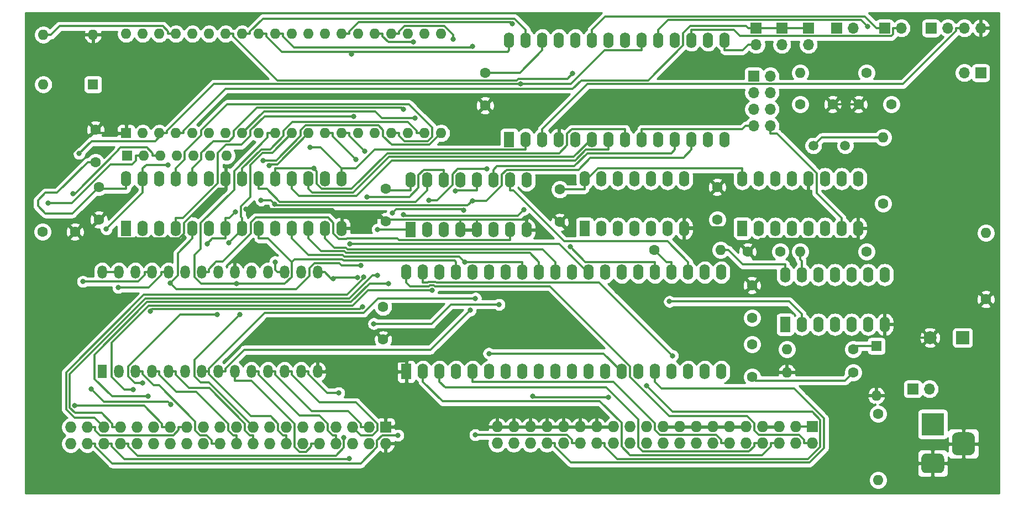
<source format=gbr>
G04 #@! TF.GenerationSoftware,KiCad,Pcbnew,(5.1.5)-3*
G04 #@! TF.CreationDate,2021-05-28T12:42:32+12:00*
G04 #@! TF.ProjectId,6502-Controller,36353032-2d43-46f6-9e74-726f6c6c6572,rev?*
G04 #@! TF.SameCoordinates,Original*
G04 #@! TF.FileFunction,Copper,L1,Top*
G04 #@! TF.FilePolarity,Positive*
%FSLAX46Y46*%
G04 Gerber Fmt 4.6, Leading zero omitted, Abs format (unit mm)*
G04 Created by KiCad (PCBNEW (5.1.5)-3) date 2021-05-28 12:42:32*
%MOMM*%
%LPD*%
G04 APERTURE LIST*
%ADD10O,1.727200X1.727200*%
%ADD11R,1.727200X1.727200*%
%ADD12O,1.600000X1.600000*%
%ADD13C,1.600000*%
%ADD14O,1.600000X2.400000*%
%ADD15R,1.600000X2.400000*%
%ADD16R,1.600000X1.600000*%
%ADD17O,1.700000X1.700000*%
%ADD18R,1.700000X1.700000*%
%ADD19O,1.440000X2.000000*%
%ADD20R,1.440000X2.000000*%
%ADD21C,0.100000*%
%ADD22R,3.500000X3.500000*%
%ADD23C,1.500000*%
%ADD24C,2.000000*%
%ADD25R,2.000000X2.000000*%
%ADD26C,0.800000*%
%ADD27C,3.500000*%
%ADD28C,0.350000*%
%ADD29C,0.254000*%
G04 APERTURE END LIST*
D10*
X156528000Y-107506000D03*
X156528000Y-104966000D03*
X159068000Y-107506000D03*
X159068000Y-104966000D03*
X161608000Y-107506000D03*
X161608000Y-104966000D03*
X164148000Y-107506000D03*
X164148000Y-104966000D03*
X166688000Y-107506000D03*
X166688000Y-104966000D03*
X169228000Y-107506000D03*
X169228000Y-104966000D03*
X171768000Y-107506000D03*
X171768000Y-104966000D03*
X174308000Y-107506000D03*
X174308000Y-104966000D03*
X176848000Y-107506000D03*
X176848000Y-104966000D03*
X179388000Y-107506000D03*
X179388000Y-104966000D03*
X181928000Y-107506000D03*
X181928000Y-104966000D03*
X184468000Y-107506000D03*
X184468000Y-104966000D03*
X187008000Y-107506000D03*
X187008000Y-104966000D03*
X189548000Y-107506000D03*
X189548000Y-104966000D03*
X192088000Y-107506000D03*
X192088000Y-104966000D03*
X194628000Y-107506000D03*
X194628000Y-104966000D03*
X197168000Y-107506000D03*
X197168000Y-104966000D03*
X199708000Y-107506000D03*
X199708000Y-104966000D03*
X202248000Y-107506000D03*
X202248000Y-104966000D03*
X204788000Y-107506000D03*
D11*
X204788000Y-104966000D03*
D12*
X231394000Y-75247500D03*
D13*
X231394000Y-85407500D03*
X195580000Y-97329000D03*
X195580000Y-92329000D03*
D14*
X200660000Y-81661000D03*
X215900000Y-89281000D03*
X203200000Y-81661000D03*
X213360000Y-89281000D03*
X205740000Y-81661000D03*
X210820000Y-89281000D03*
X208280000Y-81661000D03*
X208280000Y-89281000D03*
X210820000Y-81661000D03*
X205740000Y-89281000D03*
X213360000Y-81661000D03*
X203200000Y-89281000D03*
X215900000Y-81661000D03*
D15*
X200660000Y-89281000D03*
D14*
X169926000Y-66929000D03*
X185166000Y-74549000D03*
X172466000Y-66929000D03*
X182626000Y-74549000D03*
X175006000Y-66929000D03*
X180086000Y-74549000D03*
X177546000Y-66929000D03*
X177546000Y-74549000D03*
X180086000Y-66929000D03*
X175006000Y-74549000D03*
X182626000Y-66929000D03*
X172466000Y-74549000D03*
X185166000Y-66929000D03*
D15*
X169926000Y-74549000D03*
D12*
X115062000Y-63373000D03*
X112522000Y-63373000D03*
X109982000Y-63373000D03*
X107442000Y-63373000D03*
X104902000Y-63373000D03*
X102362000Y-63373000D03*
D16*
X99822000Y-63373000D03*
D12*
X200914000Y-93091000D03*
D13*
X211074000Y-93091000D03*
D12*
X200914000Y-96647000D03*
D13*
X211074000Y-96647000D03*
D12*
X202946000Y-78105000D03*
D13*
X213106000Y-78105000D03*
D12*
X202946000Y-50673000D03*
D13*
X213106000Y-50673000D03*
D17*
X218440000Y-43815000D03*
D18*
X215900000Y-43815000D03*
D17*
X228092000Y-50673000D03*
D18*
X230632000Y-50673000D03*
D12*
X214630000Y-100203000D03*
D16*
X214630000Y-92583000D03*
D13*
X194898000Y-78105000D03*
X199898000Y-78105000D03*
X195580000Y-83265000D03*
X195580000Y-88265000D03*
D17*
X211074000Y-43815000D03*
D18*
X208534000Y-43815000D03*
D17*
X222758000Y-99187000D03*
D18*
X220218000Y-99187000D03*
D19*
X129032000Y-81280000D03*
X129032000Y-96520000D03*
X126492000Y-81280000D03*
X126492000Y-96520000D03*
X123952000Y-81280000D03*
X123952000Y-96520000D03*
X121412000Y-81280000D03*
X121412000Y-96520000D03*
X118872000Y-81280000D03*
X118872000Y-96520000D03*
X116332000Y-81280000D03*
X116332000Y-96520000D03*
X113792000Y-81280000D03*
X113792000Y-96520000D03*
X111252000Y-81280000D03*
X111252000Y-96520000D03*
X108712000Y-81280000D03*
X108712000Y-96520000D03*
X106172000Y-81280000D03*
X106172000Y-96520000D03*
X103632000Y-81280000D03*
X103632000Y-96520000D03*
X101092000Y-81280000D03*
X101092000Y-96520000D03*
X98552000Y-81280000D03*
X98552000Y-96520000D03*
X96012000Y-81280000D03*
D20*
X96012000Y-96520000D03*
D10*
X91186000Y-107569000D03*
X91186000Y-105029000D03*
X93726000Y-107569000D03*
X93726000Y-105029000D03*
X96266000Y-107569000D03*
X96266000Y-105029000D03*
X98806000Y-107569000D03*
X98806000Y-105029000D03*
X101346000Y-107569000D03*
X101346000Y-105029000D03*
X103886000Y-107569000D03*
X103886000Y-105029000D03*
X106426000Y-107569000D03*
X106426000Y-105029000D03*
X108966000Y-107569000D03*
X108966000Y-105029000D03*
X111506000Y-107569000D03*
X111506000Y-105029000D03*
X114046000Y-107569000D03*
X114046000Y-105029000D03*
X116586000Y-107569000D03*
X116586000Y-105029000D03*
X119126000Y-107569000D03*
X119126000Y-105029000D03*
X121666000Y-107569000D03*
X121666000Y-105029000D03*
X124206000Y-107569000D03*
X124206000Y-105029000D03*
X126746000Y-107569000D03*
X126746000Y-105029000D03*
X129286000Y-107569000D03*
X129286000Y-105029000D03*
X131826000Y-107569000D03*
X131826000Y-105029000D03*
X134366000Y-107569000D03*
X134366000Y-105029000D03*
X136906000Y-107569000D03*
X136906000Y-105029000D03*
X139446000Y-107569000D03*
D11*
X139446000Y-105029000D03*
D12*
X214884000Y-113157000D03*
D13*
X214884000Y-102997000D03*
D12*
X86995000Y-52451000D03*
X94615000Y-44831000D03*
X86995000Y-44831000D03*
D16*
X94615000Y-52451000D03*
G04 #@! TA.AperFunction,ComponentPad*
D21*
G36*
X228926765Y-105839213D02*
G01*
X229011704Y-105851813D01*
X229094999Y-105872677D01*
X229175848Y-105901605D01*
X229253472Y-105938319D01*
X229327124Y-105982464D01*
X229396094Y-106033616D01*
X229459718Y-106091282D01*
X229517384Y-106154906D01*
X229568536Y-106223876D01*
X229612681Y-106297528D01*
X229649395Y-106375152D01*
X229678323Y-106456001D01*
X229699187Y-106539296D01*
X229711787Y-106624235D01*
X229716000Y-106710000D01*
X229716000Y-108460000D01*
X229711787Y-108545765D01*
X229699187Y-108630704D01*
X229678323Y-108713999D01*
X229649395Y-108794848D01*
X229612681Y-108872472D01*
X229568536Y-108946124D01*
X229517384Y-109015094D01*
X229459718Y-109078718D01*
X229396094Y-109136384D01*
X229327124Y-109187536D01*
X229253472Y-109231681D01*
X229175848Y-109268395D01*
X229094999Y-109297323D01*
X229011704Y-109318187D01*
X228926765Y-109330787D01*
X228841000Y-109335000D01*
X227091000Y-109335000D01*
X227005235Y-109330787D01*
X226920296Y-109318187D01*
X226837001Y-109297323D01*
X226756152Y-109268395D01*
X226678528Y-109231681D01*
X226604876Y-109187536D01*
X226535906Y-109136384D01*
X226472282Y-109078718D01*
X226414616Y-109015094D01*
X226363464Y-108946124D01*
X226319319Y-108872472D01*
X226282605Y-108794848D01*
X226253677Y-108713999D01*
X226232813Y-108630704D01*
X226220213Y-108545765D01*
X226216000Y-108460000D01*
X226216000Y-106710000D01*
X226220213Y-106624235D01*
X226232813Y-106539296D01*
X226253677Y-106456001D01*
X226282605Y-106375152D01*
X226319319Y-106297528D01*
X226363464Y-106223876D01*
X226414616Y-106154906D01*
X226472282Y-106091282D01*
X226535906Y-106033616D01*
X226604876Y-105982464D01*
X226678528Y-105938319D01*
X226756152Y-105901605D01*
X226837001Y-105872677D01*
X226920296Y-105851813D01*
X227005235Y-105839213D01*
X227091000Y-105835000D01*
X228841000Y-105835000D01*
X228926765Y-105839213D01*
G37*
G04 #@! TD.AperFunction*
G04 #@! TA.AperFunction,ComponentPad*
G36*
X224339513Y-109088611D02*
G01*
X224412318Y-109099411D01*
X224483714Y-109117295D01*
X224553013Y-109142090D01*
X224619548Y-109173559D01*
X224682678Y-109211398D01*
X224741795Y-109255242D01*
X224796330Y-109304670D01*
X224845758Y-109359205D01*
X224889602Y-109418322D01*
X224927441Y-109481452D01*
X224958910Y-109547987D01*
X224983705Y-109617286D01*
X225001589Y-109688682D01*
X225012389Y-109761487D01*
X225016000Y-109835000D01*
X225016000Y-111335000D01*
X225012389Y-111408513D01*
X225001589Y-111481318D01*
X224983705Y-111552714D01*
X224958910Y-111622013D01*
X224927441Y-111688548D01*
X224889602Y-111751678D01*
X224845758Y-111810795D01*
X224796330Y-111865330D01*
X224741795Y-111914758D01*
X224682678Y-111958602D01*
X224619548Y-111996441D01*
X224553013Y-112027910D01*
X224483714Y-112052705D01*
X224412318Y-112070589D01*
X224339513Y-112081389D01*
X224266000Y-112085000D01*
X222266000Y-112085000D01*
X222192487Y-112081389D01*
X222119682Y-112070589D01*
X222048286Y-112052705D01*
X221978987Y-112027910D01*
X221912452Y-111996441D01*
X221849322Y-111958602D01*
X221790205Y-111914758D01*
X221735670Y-111865330D01*
X221686242Y-111810795D01*
X221642398Y-111751678D01*
X221604559Y-111688548D01*
X221573090Y-111622013D01*
X221548295Y-111552714D01*
X221530411Y-111481318D01*
X221519611Y-111408513D01*
X221516000Y-111335000D01*
X221516000Y-109835000D01*
X221519611Y-109761487D01*
X221530411Y-109688682D01*
X221548295Y-109617286D01*
X221573090Y-109547987D01*
X221604559Y-109481452D01*
X221642398Y-109418322D01*
X221686242Y-109359205D01*
X221735670Y-109304670D01*
X221790205Y-109255242D01*
X221849322Y-109211398D01*
X221912452Y-109173559D01*
X221978987Y-109142090D01*
X222048286Y-109117295D01*
X222119682Y-109099411D01*
X222192487Y-109088611D01*
X222266000Y-109085000D01*
X224266000Y-109085000D01*
X224339513Y-109088611D01*
G37*
G04 #@! TD.AperFunction*
D22*
X223266000Y-104585000D03*
D17*
X198374000Y-58801000D03*
X195834000Y-58801000D03*
X198374000Y-56261000D03*
X195834000Y-56261000D03*
X198374000Y-53721000D03*
X195834000Y-53721000D03*
X198374000Y-51181000D03*
D18*
X195834000Y-51181000D03*
D23*
X209858000Y-61849000D03*
X204978000Y-61849000D03*
D14*
X194056000Y-66929000D03*
X211836000Y-74549000D03*
X196596000Y-66929000D03*
X209296000Y-74549000D03*
X199136000Y-66929000D03*
X206756000Y-74549000D03*
X201676000Y-66929000D03*
X204216000Y-74549000D03*
X204216000Y-66929000D03*
X201676000Y-74549000D03*
X206756000Y-66929000D03*
X199136000Y-74549000D03*
X209296000Y-66929000D03*
X196596000Y-74549000D03*
X211836000Y-66929000D03*
D15*
X194056000Y-74549000D03*
D14*
X158369000Y-45657000D03*
X191389000Y-60897000D03*
X160909000Y-45657000D03*
X188849000Y-60897000D03*
X163449000Y-45657000D03*
X186309000Y-60897000D03*
X165989000Y-45657000D03*
X183769000Y-60897000D03*
X168529000Y-45657000D03*
X181229000Y-60897000D03*
X171069000Y-45657000D03*
X178689000Y-60897000D03*
X173609000Y-45657000D03*
X176149000Y-60897000D03*
X176149000Y-45657000D03*
X173609000Y-60897000D03*
X178689000Y-45657000D03*
X171069000Y-60897000D03*
X181229000Y-45657000D03*
X168529000Y-60897000D03*
X183769000Y-45657000D03*
X165989000Y-60897000D03*
X186309000Y-45657000D03*
X163449000Y-60897000D03*
X188849000Y-45657000D03*
X160909000Y-60897000D03*
X191389000Y-45657000D03*
D15*
X158369000Y-60897000D03*
D14*
X143256000Y-67132000D03*
X161036000Y-74752000D03*
X145796000Y-67132000D03*
X158496000Y-74752000D03*
X148336000Y-67132000D03*
X155956000Y-74752000D03*
X150876000Y-67132000D03*
X153416000Y-74752000D03*
X153416000Y-67132000D03*
X150876000Y-74752000D03*
X155956000Y-67132000D03*
X148336000Y-74752000D03*
X158496000Y-67132000D03*
X145796000Y-74752000D03*
X161036000Y-67132000D03*
D15*
X143256000Y-74752000D03*
D14*
X142621000Y-81280000D03*
X190881000Y-96520000D03*
X145161000Y-81280000D03*
X188341000Y-96520000D03*
X147701000Y-81280000D03*
X185801000Y-96520000D03*
X150241000Y-81280000D03*
X183261000Y-96520000D03*
X152781000Y-81280000D03*
X180721000Y-96520000D03*
X155321000Y-81280000D03*
X178181000Y-96520000D03*
X157861000Y-81280000D03*
X175641000Y-96520000D03*
X160401000Y-81280000D03*
X173101000Y-96520000D03*
X162941000Y-81280000D03*
X170561000Y-96520000D03*
X165481000Y-81280000D03*
X168021000Y-96520000D03*
X168021000Y-81280000D03*
X165481000Y-96520000D03*
X170561000Y-81280000D03*
X162941000Y-96520000D03*
X173101000Y-81280000D03*
X160401000Y-96520000D03*
X175641000Y-81280000D03*
X157861000Y-96520000D03*
X178181000Y-81280000D03*
X155321000Y-96520000D03*
X180721000Y-81280000D03*
X152781000Y-96520000D03*
X183261000Y-81280000D03*
X150241000Y-96520000D03*
X185801000Y-81280000D03*
X147701000Y-96520000D03*
X188341000Y-81280000D03*
X145161000Y-96520000D03*
X190881000Y-81280000D03*
D15*
X142621000Y-96520000D03*
D14*
X99695000Y-66904000D03*
X132715000Y-74524000D03*
X102235000Y-66904000D03*
X130175000Y-74524000D03*
X104775000Y-66904000D03*
X127635000Y-74524000D03*
X107315000Y-66904000D03*
X125095000Y-74524000D03*
X109855000Y-66904000D03*
X122555000Y-74524000D03*
X112395000Y-66904000D03*
X120015000Y-74524000D03*
X114935000Y-66904000D03*
X117475000Y-74524000D03*
X117475000Y-66904000D03*
X114935000Y-74524000D03*
X120015000Y-66904000D03*
X112395000Y-74524000D03*
X122555000Y-66904000D03*
X109855000Y-74524000D03*
X125095000Y-66904000D03*
X107315000Y-74524000D03*
X127635000Y-66904000D03*
X104775000Y-74524000D03*
X130175000Y-66904000D03*
X102235000Y-74524000D03*
X132715000Y-66904000D03*
D15*
X99695000Y-74524000D03*
D12*
X99695000Y-44704000D03*
X147955000Y-59944000D03*
X102235000Y-44704000D03*
X145415000Y-59944000D03*
X104775000Y-44704000D03*
X142875000Y-59944000D03*
X107315000Y-44704000D03*
X140335000Y-59944000D03*
X109855000Y-44704000D03*
X137795000Y-59944000D03*
X112395000Y-44704000D03*
X135255000Y-59944000D03*
X114935000Y-44704000D03*
X132715000Y-59944000D03*
X117475000Y-44704000D03*
X130175000Y-59944000D03*
X120015000Y-44704000D03*
X127635000Y-59944000D03*
X122555000Y-44704000D03*
X125095000Y-59944000D03*
X125095000Y-44704000D03*
X122555000Y-59944000D03*
X127635000Y-44704000D03*
X120015000Y-59944000D03*
X130175000Y-44704000D03*
X117475000Y-59944000D03*
X132715000Y-44704000D03*
X114935000Y-59944000D03*
X135255000Y-44704000D03*
X112395000Y-59944000D03*
X137795000Y-44704000D03*
X109855000Y-59944000D03*
X140335000Y-44704000D03*
X107315000Y-59944000D03*
X142875000Y-44704000D03*
X104775000Y-59944000D03*
X145415000Y-44704000D03*
X102235000Y-59944000D03*
X147955000Y-44704000D03*
D16*
X99695000Y-59944000D03*
D12*
X215646000Y-60579000D03*
D13*
X215646000Y-70739000D03*
D12*
X190754000Y-77851000D03*
D13*
X180594000Y-77851000D03*
D17*
X230632000Y-43815000D03*
X228092000Y-43815000D03*
X225552000Y-43815000D03*
D18*
X223012000Y-43815000D03*
D17*
X196215000Y-46355000D03*
D18*
X196215000Y-43815000D03*
D17*
X200152000Y-46355000D03*
D18*
X200152000Y-43815000D03*
D17*
X204216000Y-46355000D03*
D18*
X204216000Y-43815000D03*
D13*
X211916000Y-55499000D03*
X216916000Y-55499000D03*
X207946000Y-55499000D03*
X202946000Y-55499000D03*
D24*
X222838000Y-91313000D03*
D25*
X227838000Y-91313000D03*
D13*
X190246000Y-68199000D03*
X190246000Y-73199000D03*
X154686000Y-55673000D03*
X154686000Y-50673000D03*
X91868000Y-75057000D03*
X86868000Y-75057000D03*
X139446000Y-73453000D03*
X139446000Y-68453000D03*
X139065000Y-91614000D03*
X139065000Y-86614000D03*
X95504000Y-73199000D03*
X95504000Y-68199000D03*
X94996000Y-59389000D03*
X94996000Y-64389000D03*
X166116000Y-73580000D03*
X166116000Y-68580000D03*
D26*
X118062700Y-71589800D03*
D27*
X228981000Y-100711000D03*
X148082000Y-104013000D03*
X228981000Y-65786000D03*
X88646000Y-65786000D03*
D26*
X143989600Y-57588700D03*
X156831500Y-86217200D03*
X137623700Y-89177900D03*
X91549000Y-69201300D03*
X182935500Y-85765000D03*
X183385600Y-94070000D03*
X161946900Y-100299900D03*
X173577500Y-100433100D03*
X153168700Y-106236000D03*
X155250500Y-93739300D03*
X179458700Y-98720100D03*
X143675400Y-45945000D03*
X141327600Y-106300100D03*
X146021700Y-70227300D03*
X154947600Y-65431000D03*
X149819000Y-45493200D03*
X133907700Y-109835900D03*
X138202500Y-74691100D03*
X133065000Y-106647400D03*
X120623100Y-64113600D03*
X102234500Y-98265700D03*
X113617300Y-87725600D03*
X98460700Y-83616800D03*
X142178800Y-56270000D03*
X93057300Y-82704900D03*
X103409400Y-87227300D03*
X135881100Y-86577800D03*
X134590100Y-57363900D03*
X135669600Y-80255000D03*
X136232600Y-62662700D03*
X106444300Y-82895400D03*
X134924100Y-63995100D03*
X116415900Y-71993800D03*
X121588200Y-64936000D03*
X153201700Y-85281600D03*
X112102600Y-76888300D03*
X152401700Y-87111500D03*
X115451000Y-76717100D03*
X116595300Y-83059800D03*
X120354600Y-70221500D03*
X122482000Y-70814500D03*
X152712600Y-70308600D03*
X136101500Y-81999800D03*
X136573800Y-69693400D03*
X138203800Y-81772400D03*
X140475000Y-72219400D03*
X151427000Y-71780200D03*
X100761600Y-99283500D03*
X146541000Y-84058500D03*
X150134900Y-68835000D03*
X91831800Y-101748700D03*
X92491700Y-63056200D03*
X160096100Y-52352300D03*
X167738700Y-77376500D03*
X106558800Y-101567400D03*
X94350100Y-99210300D03*
X96643900Y-74648400D03*
X106096300Y-64793000D03*
X168114800Y-50744800D03*
X117132500Y-87725600D03*
X128441400Y-65328700D03*
X158847800Y-43143000D03*
X122513100Y-79678900D03*
X133933400Y-76898300D03*
X135101100Y-82052100D03*
X131423700Y-82256300D03*
X127862100Y-62083400D03*
X132267000Y-99787600D03*
X152774700Y-46620000D03*
X134173200Y-47788800D03*
X151568300Y-79704700D03*
X213282500Y-43583000D03*
X87748400Y-70660300D03*
X103042800Y-100332800D03*
X139863500Y-83000300D03*
X142193700Y-72396200D03*
X160621300Y-71641400D03*
D28*
X132715000Y-72948700D02*
X131356100Y-71589800D01*
X131356100Y-71589800D02*
X118062700Y-71589800D01*
X114935000Y-66904000D02*
X114935000Y-68479300D01*
X91868000Y-75057000D02*
X92926900Y-76115900D01*
X92926900Y-76115900D02*
X107814500Y-76115900D01*
X107814500Y-76115900D02*
X108585000Y-75345400D01*
X108585000Y-75345400D02*
X108585000Y-73731800D01*
X108585000Y-73731800D02*
X113837500Y-68479300D01*
X113837500Y-68479300D02*
X114935000Y-68479300D01*
X139446000Y-73176700D02*
X139218000Y-72948700D01*
X139218000Y-72948700D02*
X132715000Y-72948700D01*
X107727100Y-105029000D02*
X107727100Y-105493600D01*
X107727100Y-105493600D02*
X106921700Y-106299000D01*
X106921700Y-106299000D02*
X95721500Y-106299000D01*
X95721500Y-106299000D02*
X94964900Y-105542400D01*
X94964900Y-105542400D02*
X94964900Y-105029000D01*
X185166000Y-74374400D02*
X191167400Y-74374400D01*
X191167400Y-74374400D02*
X194898000Y-78105000D01*
X211836000Y-76124300D02*
X196878700Y-76124300D01*
X196878700Y-76124300D02*
X194898000Y-78105000D01*
X185166000Y-74549000D02*
X185166000Y-74374400D01*
X185166000Y-74324000D02*
X185166000Y-74374400D01*
X185166000Y-74324000D02*
X185166000Y-72973700D01*
X211836000Y-74549000D02*
X211836000Y-76124300D01*
X207946000Y-55499000D02*
X211916000Y-55499000D01*
X190246000Y-68199000D02*
X185471300Y-72973700D01*
X185471300Y-72973700D02*
X185166000Y-72973700D01*
X95019500Y-59412500D02*
X94996000Y-59389000D01*
X99695000Y-59944000D02*
X95551000Y-59944000D01*
X95551000Y-59944000D02*
X95019500Y-59412500D01*
X95019500Y-59412500D02*
X88646000Y-65786000D01*
X129032000Y-96520000D02*
X130127300Y-96520000D01*
X142621000Y-96520000D02*
X142621000Y-94944700D01*
X130127300Y-96520000D02*
X131702600Y-94944700D01*
X131702600Y-94944700D02*
X142621000Y-94944700D01*
X93726000Y-105029000D02*
X94964900Y-105029000D01*
X108966000Y-105029000D02*
X107727100Y-105029000D01*
X139446000Y-105029000D02*
X140684900Y-105029000D01*
X148082000Y-104013000D02*
X141700900Y-104013000D01*
X141700900Y-104013000D02*
X140684900Y-105029000D01*
X155289100Y-104966000D02*
X154336100Y-104013000D01*
X154336100Y-104013000D02*
X148082000Y-104013000D01*
X159068000Y-104966000D02*
X156528000Y-104966000D01*
X161608000Y-104966000D02*
X159068000Y-104966000D01*
X164148000Y-104966000D02*
X161608000Y-104966000D01*
X166688000Y-104966000D02*
X164148000Y-104966000D01*
X169228000Y-104966000D02*
X166688000Y-104966000D01*
X171768000Y-104966000D02*
X169228000Y-104966000D01*
X174308000Y-104966000D02*
X171768000Y-104966000D01*
X184468000Y-104966000D02*
X181928000Y-104966000D01*
X187008000Y-104966000D02*
X184468000Y-104966000D01*
X189548000Y-104966000D02*
X187008000Y-104966000D01*
X192088000Y-104966000D02*
X189548000Y-104966000D01*
X194628000Y-104966000D02*
X192088000Y-104966000D01*
X199708000Y-104966000D02*
X197168000Y-104966000D01*
X214630000Y-100203000D02*
X215805300Y-100203000D01*
X228981000Y-100711000D02*
X216313300Y-100711000D01*
X216313300Y-100711000D02*
X215805300Y-100203000D01*
X139446000Y-73176700D02*
X139446000Y-73453000D01*
X150876000Y-73176700D02*
X139446000Y-73176700D01*
X150876000Y-73314300D02*
X150876000Y-73176700D01*
X150876000Y-74752000D02*
X150876000Y-73314300D01*
X161036000Y-74752000D02*
X161036000Y-73176700D01*
X153416000Y-73176700D02*
X161036000Y-73176700D01*
X153416000Y-73203500D02*
X153416000Y-73176700D01*
X153416000Y-74752000D02*
X153416000Y-73203500D01*
X150876000Y-73176700D02*
X153416000Y-73176700D01*
X132715000Y-74524000D02*
X132715000Y-72948700D01*
X215900000Y-89281000D02*
X215900000Y-90856300D01*
X222838000Y-91313000D02*
X216356700Y-91313000D01*
X216356700Y-91313000D02*
X215900000Y-90856300D01*
X156528000Y-104966000D02*
X155289100Y-104966000D01*
X143989600Y-57588700D02*
X138849900Y-57588700D01*
X138849900Y-57588700D02*
X137845900Y-56584700D01*
X137845900Y-56584700D02*
X120834300Y-56584700D01*
X120834300Y-56584700D02*
X117475000Y-59944000D01*
X190754000Y-77851000D02*
X191929300Y-77851000D01*
X200660000Y-81661000D02*
X200660000Y-80085700D01*
X200660000Y-80085700D02*
X194164000Y-80085700D01*
X194164000Y-80085700D02*
X191929300Y-77851000D01*
X194056000Y-66929000D02*
X194056000Y-65353700D01*
X169926000Y-67362500D02*
X171934800Y-65353700D01*
X171934800Y-65353700D02*
X194056000Y-65353700D01*
X169926000Y-67362500D02*
X169926000Y-68504300D01*
X169926000Y-66929000D02*
X169926000Y-67362500D01*
X163449000Y-45657000D02*
X163449000Y-47232300D01*
X154686000Y-50673000D02*
X160008300Y-50673000D01*
X160008300Y-50673000D02*
X163449000Y-47232300D01*
X166116000Y-68580000D02*
X169850300Y-68580000D01*
X169850300Y-68580000D02*
X169926000Y-68504300D01*
X96012000Y-81280000D02*
X98552000Y-81280000D01*
X204788000Y-104966000D02*
X202248000Y-104966000D01*
X143256000Y-67132000D02*
X143256000Y-68707300D01*
X143256000Y-68707300D02*
X139700300Y-68707300D01*
X139700300Y-68707300D02*
X139446000Y-68453000D01*
X99695000Y-66904000D02*
X99695000Y-68479300D01*
X99695000Y-68479300D02*
X95784300Y-68479300D01*
X95784300Y-68479300D02*
X95504000Y-68199000D01*
X94996000Y-64389000D02*
X93789500Y-64389000D01*
X93789500Y-64389000D02*
X89090500Y-69088000D01*
X89090500Y-69088000D02*
X87312500Y-69088000D01*
X87312500Y-69088000D02*
X86169500Y-70231000D01*
X86169500Y-70231000D02*
X86169500Y-71120000D01*
X86169500Y-71120000D02*
X87312500Y-72263000D01*
X91440000Y-72263000D02*
X95504000Y-68199000D01*
X87312500Y-72263000D02*
X91440000Y-72263000D01*
X204978000Y-61849000D02*
X206248000Y-60579000D01*
X206248000Y-60579000D02*
X215646000Y-60579000D01*
X137623700Y-89177900D02*
X146507300Y-89177900D01*
X146507300Y-89177900D02*
X149468000Y-86217200D01*
X149468000Y-86217200D02*
X156831500Y-86217200D01*
X104902000Y-63373000D02*
X103726700Y-63373000D01*
X103726700Y-63373000D02*
X103726700Y-63005700D01*
X103726700Y-63005700D02*
X102855700Y-62134700D01*
X102855700Y-62134700D02*
X98830700Y-62134700D01*
X98830700Y-62134700D02*
X98523300Y-62442100D01*
X98523300Y-62442100D02*
X98523300Y-62544700D01*
X98523300Y-62544700D02*
X91866700Y-69201300D01*
X91866700Y-69201300D02*
X91549000Y-69201300D01*
X203200000Y-87705700D02*
X201259300Y-85765000D01*
X201259300Y-85765000D02*
X182935500Y-85765000D01*
X203200000Y-89281000D02*
X203200000Y-87705700D01*
X203549100Y-107506000D02*
X203549100Y-106992600D01*
X203549100Y-106992600D02*
X202792500Y-106236000D01*
X202792500Y-106236000D02*
X196594300Y-106236000D01*
X196594300Y-106236000D02*
X195929000Y-105570700D01*
X195929000Y-105570700D02*
X195929000Y-104461700D01*
X195929000Y-104461700D02*
X194795100Y-103327800D01*
X194795100Y-103327800D02*
X182887100Y-103327800D01*
X182887100Y-103327800D02*
X176911000Y-97351700D01*
X176911000Y-97351700D02*
X176911000Y-95715500D01*
X176911000Y-95715500D02*
X164601100Y-83405600D01*
X164601100Y-83405600D02*
X146984600Y-83405600D01*
X146984600Y-83405600D02*
X146862200Y-83283200D01*
X146862200Y-83283200D02*
X146219900Y-83283200D01*
X146219900Y-83283200D02*
X146097500Y-83405600D01*
X146097500Y-83405600D02*
X143171300Y-83405600D01*
X143171300Y-83405600D02*
X142621000Y-82855300D01*
X204788000Y-107506000D02*
X203549100Y-107506000D01*
X142621000Y-81280000D02*
X142621000Y-82855300D01*
X183385600Y-94070000D02*
X172170900Y-82855300D01*
X172170900Y-82855300D02*
X147212600Y-82855300D01*
X147212600Y-82855300D02*
X147090200Y-82732900D01*
X147090200Y-82732900D02*
X145991900Y-82732900D01*
X145991900Y-82732900D02*
X145869500Y-82855300D01*
X145869500Y-82855300D02*
X145161000Y-82855300D01*
X145161000Y-81280000D02*
X145161000Y-82855300D01*
X173577500Y-100433100D02*
X162080100Y-100433100D01*
X162080100Y-100433100D02*
X161946900Y-100299900D01*
X165386900Y-107506000D02*
X165386900Y-108019400D01*
X165386900Y-108019400D02*
X167840000Y-110472500D01*
X167840000Y-110472500D02*
X204401400Y-110472500D01*
X204401400Y-110472500D02*
X206598100Y-108275800D01*
X206598100Y-108275800D02*
X206598100Y-103683600D01*
X206598100Y-103683600D02*
X201993200Y-99078700D01*
X201993200Y-99078700D02*
X181704400Y-99078700D01*
X181704400Y-99078700D02*
X180721000Y-98095300D01*
X164148000Y-107506000D02*
X165386900Y-107506000D01*
X180721000Y-96520000D02*
X180721000Y-98095300D01*
X153168700Y-106236000D02*
X167232500Y-106236000D01*
X167232500Y-106236000D02*
X167989100Y-106992600D01*
X167989100Y-106992600D02*
X167989100Y-107506000D01*
X169228000Y-107506000D02*
X167989100Y-107506000D01*
X175641000Y-96520000D02*
X172860300Y-93739300D01*
X172860300Y-93739300D02*
X155250500Y-93739300D01*
X173006900Y-107506000D02*
X173006900Y-108019400D01*
X173006900Y-108019400D02*
X174909700Y-109922200D01*
X174909700Y-109922200D02*
X204173400Y-109922200D01*
X204173400Y-109922200D02*
X206047800Y-108047800D01*
X206047800Y-108047800D02*
X206047800Y-103911700D01*
X206047800Y-103911700D02*
X204832200Y-102696100D01*
X204832200Y-102696100D02*
X183434700Y-102696100D01*
X183434700Y-102696100D02*
X179458700Y-98720100D01*
X171768000Y-107506000D02*
X173006900Y-107506000D01*
X192088000Y-107506000D02*
X190849100Y-107506000D01*
X152781000Y-96520000D02*
X152781000Y-98095300D01*
X152781000Y-98095300D02*
X174317400Y-98095300D01*
X174317400Y-98095300D02*
X180658000Y-104435900D01*
X180658000Y-104435900D02*
X180658000Y-105448500D01*
X180658000Y-105448500D02*
X181445500Y-106236000D01*
X181445500Y-106236000D02*
X190092500Y-106236000D01*
X190092500Y-106236000D02*
X190849100Y-106992600D01*
X190849100Y-106992600D02*
X190849100Y-107506000D01*
X195929100Y-107506000D02*
X195929100Y-107970600D01*
X195929100Y-107970600D02*
X195113800Y-108785900D01*
X195113800Y-108785900D02*
X178810700Y-108785900D01*
X178810700Y-108785900D02*
X178118000Y-108093200D01*
X178118000Y-108093200D02*
X178118000Y-103877100D01*
X178118000Y-103877100D02*
X173200700Y-98959800D01*
X173200700Y-98959800D02*
X148565500Y-98959800D01*
X148565500Y-98959800D02*
X147701000Y-98095300D01*
X147701000Y-96520000D02*
X147701000Y-98095300D01*
X197168000Y-107506000D02*
X195929100Y-107506000D01*
X198469100Y-107506000D02*
X198469100Y-107970600D01*
X198469100Y-107970600D02*
X197103500Y-109336200D01*
X197103500Y-109336200D02*
X176900600Y-109336200D01*
X176900600Y-109336200D02*
X175578000Y-108013600D01*
X175578000Y-108013600D02*
X175578000Y-104396800D01*
X175578000Y-104396800D02*
X172267100Y-101085900D01*
X172267100Y-101085900D02*
X148151600Y-101085900D01*
X148151600Y-101085900D02*
X145161000Y-98095300D01*
X145161000Y-96520000D02*
X145161000Y-98095300D01*
X199708000Y-107506000D02*
X198469100Y-107506000D01*
X137795000Y-44704000D02*
X138970300Y-44704000D01*
X138970300Y-44704000D02*
X138970300Y-45071300D01*
X138970300Y-45071300D02*
X139844000Y-45945000D01*
X139844000Y-45945000D02*
X143675400Y-45945000D01*
X93726000Y-107569000D02*
X94964900Y-107569000D01*
X94964900Y-107569000D02*
X94964900Y-108033600D01*
X94964900Y-108033600D02*
X97551200Y-110619900D01*
X97551200Y-110619900D02*
X135632000Y-110619900D01*
X135632000Y-110619900D02*
X138145000Y-108106900D01*
X138145000Y-108106900D02*
X138145000Y-107088100D01*
X138145000Y-107088100D02*
X138933000Y-106300100D01*
X138933000Y-106300100D02*
X141327600Y-106300100D01*
X140335000Y-44704000D02*
X141510300Y-44704000D01*
X141510300Y-44704000D02*
X141510300Y-44336700D01*
X141510300Y-44336700D02*
X142351700Y-43495300D01*
X142351700Y-43495300D02*
X148437200Y-43495300D01*
X148437200Y-43495300D02*
X149819000Y-44877100D01*
X149819000Y-44877100D02*
X149819000Y-45493200D01*
X154947600Y-65431000D02*
X150496000Y-65431000D01*
X150496000Y-65431000D02*
X149700600Y-66226400D01*
X149700600Y-66226400D02*
X149700600Y-67898200D01*
X149700600Y-67898200D02*
X147371500Y-70227300D01*
X147371500Y-70227300D02*
X146021700Y-70227300D01*
X97504900Y-107569000D02*
X97504900Y-108033600D01*
X97504900Y-108033600D02*
X99443900Y-109972600D01*
X99443900Y-109972600D02*
X133771000Y-109972600D01*
X133771000Y-109972600D02*
X133907700Y-109835900D01*
X96266000Y-107569000D02*
X97504900Y-107569000D01*
X138202500Y-74691100D02*
X143195100Y-74691100D01*
X143195100Y-74691100D02*
X143256000Y-74752000D01*
X98806000Y-107569000D02*
X100044900Y-107569000D01*
X100044900Y-107569000D02*
X100044900Y-108033600D01*
X100044900Y-108033600D02*
X101433500Y-109422200D01*
X101433500Y-109422200D02*
X131819500Y-109422200D01*
X131819500Y-109422200D02*
X133065000Y-108176700D01*
X133065000Y-108176700D02*
X133065000Y-106647400D01*
X147955000Y-59944000D02*
X146183700Y-61715300D01*
X146183700Y-61715300D02*
X140382800Y-61715300D01*
X140382800Y-61715300D02*
X139065000Y-60397500D01*
X139065000Y-60397500D02*
X139065000Y-59481200D01*
X139065000Y-59481200D02*
X138346300Y-58762500D01*
X138346300Y-58762500D02*
X127143300Y-58762500D01*
X127143300Y-58762500D02*
X126431100Y-59474700D01*
X126431100Y-59474700D02*
X126431100Y-60341600D01*
X126431100Y-60341600D02*
X122659100Y-64113600D01*
X122659100Y-64113600D02*
X120623100Y-64113600D01*
X113617300Y-87725600D02*
X107991900Y-87725600D01*
X107991900Y-87725600D02*
X99996600Y-95720900D01*
X99996600Y-95720900D02*
X99996600Y-97280600D01*
X99996600Y-97280600D02*
X100981700Y-98265700D01*
X100981700Y-98265700D02*
X102234500Y-98265700D01*
X144239700Y-59944000D02*
X144239700Y-59576700D01*
X144239700Y-59576700D02*
X142875100Y-58212100D01*
X142875100Y-58212100D02*
X125153600Y-58212100D01*
X125153600Y-58212100D02*
X123825000Y-59540700D01*
X123825000Y-59540700D02*
X123825000Y-60350800D01*
X123825000Y-60350800D02*
X121749900Y-62425900D01*
X121749900Y-62425900D02*
X120377800Y-62425900D01*
X120377800Y-62425900D02*
X117475000Y-65328700D01*
X117475000Y-66904000D02*
X117475000Y-65328700D01*
X145415000Y-59944000D02*
X144239700Y-59944000D01*
X106172000Y-81280000D02*
X105076700Y-81280000D01*
X105076700Y-81280000D02*
X105076700Y-81683900D01*
X105076700Y-81683900D02*
X103143800Y-83616800D01*
X103143800Y-83616800D02*
X98460700Y-83616800D01*
X109855000Y-65328700D02*
X111219600Y-63964100D01*
X111219600Y-63964100D02*
X111219600Y-62997000D01*
X111219600Y-62997000D02*
X113071100Y-61145500D01*
X113071100Y-61145500D02*
X115473200Y-61145500D01*
X115473200Y-61145500D02*
X116178900Y-60439800D01*
X116178900Y-60439800D02*
X116178900Y-59564600D01*
X116178900Y-59564600D02*
X119709200Y-56034300D01*
X119709200Y-56034300D02*
X141943100Y-56034300D01*
X141943100Y-56034300D02*
X142178800Y-56270000D01*
X109855000Y-66904000D02*
X109855000Y-65328700D01*
X102536700Y-81280000D02*
X102536700Y-81690700D01*
X102536700Y-81690700D02*
X101522500Y-82704900D01*
X101522500Y-82704900D02*
X93057300Y-82704900D01*
X103632000Y-81280000D02*
X102536700Y-81280000D01*
X141510300Y-59944000D02*
X141510300Y-60311300D01*
X141510300Y-60311300D02*
X142361000Y-61162000D01*
X142361000Y-61162000D02*
X145920600Y-61162000D01*
X145920600Y-61162000D02*
X146591100Y-60491500D01*
X146591100Y-60491500D02*
X146591100Y-59093700D01*
X146591100Y-59093700D02*
X142975300Y-55477900D01*
X142975300Y-55477900D02*
X115187600Y-55477900D01*
X115187600Y-55477900D02*
X111219600Y-59445900D01*
X111219600Y-59445900D02*
X111219600Y-60250800D01*
X111219600Y-60250800D02*
X108650600Y-62819800D01*
X108650600Y-62819800D02*
X108650600Y-63993100D01*
X108650600Y-63993100D02*
X107315000Y-65328700D01*
X107315000Y-66904000D02*
X107315000Y-65328700D01*
X140335000Y-59944000D02*
X141510300Y-59944000D01*
X112807100Y-107569000D02*
X112807100Y-107055600D01*
X112807100Y-107055600D02*
X112050500Y-106299000D01*
X112050500Y-106299000D02*
X110981100Y-106299000D01*
X110981100Y-106299000D02*
X110257800Y-105575700D01*
X110257800Y-105575700D02*
X110257800Y-104169900D01*
X110257800Y-104169900D02*
X104719900Y-98632000D01*
X104719900Y-98632000D02*
X103888600Y-98632000D01*
X103888600Y-98632000D02*
X102187300Y-96930700D01*
X102187300Y-96930700D02*
X102187300Y-96520000D01*
X103409400Y-87227300D02*
X103686500Y-86950200D01*
X103686500Y-86950200D02*
X135508700Y-86950200D01*
X135508700Y-86950200D02*
X135881100Y-86577800D01*
X114046000Y-107569000D02*
X112807100Y-107569000D01*
X101092000Y-96520000D02*
X102187300Y-96520000D01*
X107315000Y-72948700D02*
X108422700Y-72948700D01*
X108422700Y-72948700D02*
X113759700Y-67611700D01*
X113759700Y-67611700D02*
X113759700Y-62984500D01*
X113759700Y-62984500D02*
X115022200Y-61722000D01*
X115022200Y-61722000D02*
X117372000Y-61722000D01*
X117372000Y-61722000D02*
X118745000Y-60349000D01*
X118745000Y-60349000D02*
X118745000Y-59500900D01*
X118745000Y-59500900D02*
X120882000Y-57363900D01*
X120882000Y-57363900D02*
X134590100Y-57363900D01*
X104727300Y-96520000D02*
X104727300Y-96986300D01*
X104727300Y-96986300D02*
X107329900Y-99588900D01*
X107329900Y-99588900D02*
X110409200Y-99588900D01*
X110409200Y-99588900D02*
X115347100Y-104526800D01*
X115347100Y-104526800D02*
X115347100Y-105555900D01*
X115347100Y-105555900D02*
X116121300Y-106330100D01*
X116121300Y-106330100D02*
X116586000Y-106330100D01*
X107315000Y-74524000D02*
X107315000Y-72948700D01*
X103632000Y-96520000D02*
X104727300Y-96520000D01*
X116586000Y-107569000D02*
X116586000Y-106330100D01*
X106444300Y-82895400D02*
X107389400Y-83840500D01*
X107389400Y-83840500D02*
X125777900Y-83840500D01*
X125777900Y-83840500D02*
X127762000Y-81856400D01*
X127762000Y-81856400D02*
X127762000Y-80684200D01*
X127762000Y-80684200D02*
X128552400Y-79893800D01*
X128552400Y-79893800D02*
X132353700Y-79893800D01*
X132353700Y-79893800D02*
X132714900Y-80255000D01*
X132714900Y-80255000D02*
X135669600Y-80255000D01*
X133890300Y-59944000D02*
X133890300Y-60320400D01*
X133890300Y-60320400D02*
X136232600Y-62662700D01*
X132715000Y-59944000D02*
X133890300Y-59944000D01*
X107267300Y-96520000D02*
X107267300Y-96978700D01*
X107267300Y-96978700D02*
X109327200Y-99038600D01*
X109327200Y-99038600D02*
X112432400Y-99038600D01*
X112432400Y-99038600D02*
X117887100Y-104493300D01*
X117887100Y-104493300D02*
X117887100Y-105555900D01*
X117887100Y-105555900D02*
X118661300Y-106330100D01*
X118661300Y-106330100D02*
X119126000Y-106330100D01*
X109855000Y-74524000D02*
X109855000Y-76099300D01*
X106444300Y-82895400D02*
X107616600Y-81723100D01*
X107616600Y-81723100D02*
X107616600Y-78337700D01*
X107616600Y-78337700D02*
X109855000Y-76099300D01*
X106172000Y-96520000D02*
X107267300Y-96520000D01*
X119126000Y-107569000D02*
X119126000Y-106330100D01*
X131350300Y-59944000D02*
X131350300Y-60421300D01*
X131350300Y-60421300D02*
X134924100Y-63995100D01*
X130175000Y-59944000D02*
X131350300Y-59944000D01*
X112347300Y-96520000D02*
X112347300Y-96065400D01*
X112347300Y-96065400D02*
X120912200Y-87500500D01*
X120912200Y-87500500D02*
X136054900Y-87500500D01*
X136054900Y-87500500D02*
X138273700Y-85281700D01*
X138273700Y-85281700D02*
X138273700Y-85281600D01*
X138273700Y-85281600D02*
X153201700Y-85281600D01*
X127635000Y-59944000D02*
X122857900Y-64721100D01*
X122857900Y-64721100D02*
X121803100Y-64721100D01*
X121803100Y-64721100D02*
X121588200Y-64936000D01*
X116415900Y-71993800D02*
X115461000Y-72948700D01*
X115461000Y-72948700D02*
X114935000Y-72948700D01*
X114935000Y-74524000D02*
X114935000Y-72948700D01*
X114935000Y-74524000D02*
X114935000Y-76099300D01*
X114935000Y-76099300D02*
X112891600Y-76099300D01*
X112891600Y-76099300D02*
X112102600Y-76888300D01*
X124206000Y-107569000D02*
X124206000Y-106330100D01*
X111252000Y-96520000D02*
X112347300Y-96520000D01*
X112347300Y-96520000D02*
X112347300Y-96930700D01*
X112347300Y-96930700D02*
X118792500Y-103375900D01*
X118792500Y-103375900D02*
X121824700Y-103375900D01*
X121824700Y-103375900D02*
X122936000Y-104487200D01*
X122936000Y-104487200D02*
X122936000Y-105573500D01*
X122936000Y-105573500D02*
X123692600Y-106330100D01*
X123692600Y-106330100D02*
X124206000Y-106330100D01*
X115451000Y-76717100D02*
X117475000Y-74693100D01*
X117475000Y-74693100D02*
X117475000Y-74524000D01*
X117475000Y-74524000D02*
X117475000Y-72948700D01*
X125095000Y-59944000D02*
X122062800Y-62976200D01*
X122062800Y-62976200D02*
X120605900Y-62976200D01*
X120605900Y-62976200D02*
X118745000Y-64837100D01*
X118745000Y-64837100D02*
X118745000Y-69720200D01*
X118745000Y-69720200D02*
X117287400Y-71177800D01*
X117287400Y-71177800D02*
X117287400Y-72761100D01*
X117287400Y-72761100D02*
X117475000Y-72948700D01*
X152401700Y-87111500D02*
X146336300Y-93176900D01*
X146336300Y-93176900D02*
X117771700Y-93176900D01*
X117771700Y-93176900D02*
X114887300Y-96061300D01*
X114887300Y-96061300D02*
X114887300Y-96520000D01*
X113792000Y-96520000D02*
X114887300Y-96520000D01*
X116595300Y-83059800D02*
X111162000Y-83059800D01*
X111162000Y-83059800D02*
X110130100Y-82027900D01*
X110130100Y-82027900D02*
X110130100Y-78658400D01*
X110130100Y-78658400D02*
X111125000Y-77663500D01*
X111125000Y-77663500D02*
X111125000Y-73700100D01*
X111125000Y-73700100D02*
X116237400Y-68587700D01*
X116237400Y-68587700D02*
X116237400Y-65721100D01*
X116237400Y-65721100D02*
X121379700Y-60578800D01*
X121379700Y-60578800D02*
X121379700Y-59944000D01*
X150241000Y-79704700D02*
X150014800Y-79478500D01*
X150014800Y-79478500D02*
X132991700Y-79478500D01*
X132991700Y-79478500D02*
X132805200Y-79292000D01*
X132805200Y-79292000D02*
X125467100Y-79292000D01*
X125467100Y-79292000D02*
X125054400Y-79704700D01*
X125054400Y-79704700D02*
X125054400Y-82011000D01*
X125054400Y-82011000D02*
X124005600Y-83059800D01*
X124005600Y-83059800D02*
X116595300Y-83059800D01*
X122555000Y-59944000D02*
X121379700Y-59944000D01*
X125054400Y-79704700D02*
X121449000Y-76099300D01*
X121449000Y-76099300D02*
X120015000Y-76099300D01*
X116332000Y-96520000D02*
X116332000Y-97895300D01*
X129286000Y-107569000D02*
X128047100Y-107569000D01*
X128047100Y-107569000D02*
X128047100Y-108033600D01*
X128047100Y-108033600D02*
X127255100Y-108825600D01*
X127255100Y-108825600D02*
X126245800Y-108825600D01*
X126245800Y-108825600D02*
X125476000Y-108055800D01*
X125476000Y-108055800D02*
X125476000Y-104517300D01*
X125476000Y-104517300D02*
X118854000Y-97895300D01*
X118854000Y-97895300D02*
X116332000Y-97895300D01*
X120015000Y-74524000D02*
X120015000Y-76099300D01*
X150241000Y-81280000D02*
X150241000Y-79704700D01*
X152712600Y-70308600D02*
X154845900Y-70308600D01*
X154845900Y-70308600D02*
X157226000Y-67928500D01*
X157226000Y-67928500D02*
X157226000Y-66297800D01*
X157226000Y-66297800D02*
X157967100Y-65556700D01*
X157967100Y-65556700D02*
X168984300Y-65556700D01*
X168984300Y-65556700D02*
X170817100Y-63723900D01*
X170817100Y-63723900D02*
X185057400Y-63723900D01*
X185057400Y-63723900D02*
X186309000Y-62472300D01*
X122482000Y-70814500D02*
X122698900Y-71031400D01*
X122698900Y-71031400D02*
X140330500Y-71031400D01*
X140330500Y-71031400D02*
X140357000Y-71004900D01*
X140357000Y-71004900D02*
X152016300Y-71004900D01*
X152016300Y-71004900D02*
X152712600Y-70308600D01*
X122482000Y-70814500D02*
X121889000Y-70221500D01*
X121889000Y-70221500D02*
X120354600Y-70221500D01*
X131826000Y-106330100D02*
X131361300Y-106330100D01*
X131361300Y-106330100D02*
X130587100Y-105555900D01*
X130587100Y-105555900D02*
X130587100Y-104517100D01*
X130587100Y-104517100D02*
X129309800Y-103239800D01*
X129309800Y-103239800D02*
X126228400Y-103239800D01*
X126228400Y-103239800D02*
X119967300Y-96978700D01*
X119967300Y-96978700D02*
X119967300Y-96520000D01*
X186309000Y-60897000D02*
X186309000Y-62472300D01*
X118872000Y-96520000D02*
X119967300Y-96520000D01*
X131826000Y-107569000D02*
X131826000Y-106330100D01*
X136101500Y-81999800D02*
X136101500Y-82158900D01*
X136101500Y-82158900D02*
X133511500Y-84748900D01*
X133511500Y-84748900D02*
X102400300Y-84748900D01*
X102400300Y-84748900D02*
X90506200Y-96643000D01*
X90506200Y-96643000D02*
X90506200Y-102297800D01*
X90506200Y-102297800D02*
X91792400Y-103584000D01*
X91792400Y-103584000D02*
X94821000Y-103584000D01*
X94821000Y-103584000D02*
X96266000Y-105029000D01*
X148336000Y-65556700D02*
X145270400Y-65556700D01*
X145270400Y-65556700D02*
X144477100Y-66350000D01*
X144477100Y-66350000D02*
X144477100Y-68316700D01*
X144477100Y-68316700D02*
X143100400Y-69693400D01*
X143100400Y-69693400D02*
X136573800Y-69693400D01*
X148336000Y-67132000D02*
X148336000Y-65556700D01*
X138203800Y-81772400D02*
X137425500Y-81772400D01*
X137425500Y-81772400D02*
X133898600Y-85299300D01*
X133898600Y-85299300D02*
X102651000Y-85299300D01*
X102651000Y-85299300D02*
X91056500Y-96893800D01*
X91056500Y-96893800D02*
X91056500Y-102069800D01*
X91056500Y-102069800D02*
X91836600Y-102849900D01*
X91836600Y-102849900D02*
X95901400Y-102849900D01*
X95901400Y-102849900D02*
X97567100Y-104515600D01*
X97567100Y-104515600D02*
X97567100Y-105029000D01*
X151427000Y-71780200D02*
X151267700Y-71620900D01*
X151267700Y-71620900D02*
X141073500Y-71620900D01*
X141073500Y-71620900D02*
X140475000Y-72219400D01*
X98806000Y-105029000D02*
X97567100Y-105029000D01*
X100761600Y-99283500D02*
X99416000Y-99283500D01*
X99416000Y-99283500D02*
X97452600Y-97320100D01*
X97452600Y-97320100D02*
X97452600Y-92087400D01*
X97452600Y-92087400D02*
X103140100Y-86399900D01*
X103140100Y-86399900D02*
X134409600Y-86399900D01*
X134409600Y-86399900D02*
X136751000Y-84058500D01*
X136751000Y-84058500D02*
X146541000Y-84058500D01*
X153416000Y-68707300D02*
X150262600Y-68707300D01*
X150262600Y-68707300D02*
X150134900Y-68835000D01*
X153416000Y-67132000D02*
X153416000Y-68707300D01*
X105187100Y-105029000D02*
X105187100Y-104515600D01*
X105187100Y-104515600D02*
X102420200Y-101748700D01*
X102420200Y-101748700D02*
X91831800Y-101748700D01*
X105362700Y-59944000D02*
X104135000Y-61171700D01*
X104135000Y-61171700D02*
X94376200Y-61171700D01*
X94376200Y-61171700D02*
X92491700Y-63056200D01*
X106426000Y-105029000D02*
X105187100Y-105029000D01*
X105362700Y-59944000D02*
X105950300Y-59944000D01*
X104775000Y-59944000D02*
X105362700Y-59944000D01*
X180721000Y-79704700D02*
X170066900Y-79704700D01*
X170066900Y-79704700D02*
X167738700Y-77376500D01*
X180721000Y-81280000D02*
X180721000Y-79704700D01*
X160096100Y-52352300D02*
X167835900Y-52352300D01*
X167835900Y-52352300D02*
X172955900Y-47232300D01*
X172955900Y-47232300D02*
X178689000Y-47232300D01*
X105950300Y-59944000D02*
X105950300Y-59576700D01*
X105950300Y-59576700D02*
X113128300Y-52398700D01*
X113128300Y-52398700D02*
X160049700Y-52398700D01*
X160049700Y-52398700D02*
X160096100Y-52352300D01*
X178689000Y-45657000D02*
X178689000Y-47232300D01*
X102235000Y-66904000D02*
X102235000Y-69057300D01*
X102235000Y-69057300D02*
X96643900Y-74648400D01*
X94350100Y-99210300D02*
X96248000Y-101108200D01*
X96248000Y-101108200D02*
X106099600Y-101108200D01*
X106099600Y-101108200D02*
X106558800Y-101567400D01*
X102235000Y-66470500D02*
X102235000Y-66904000D01*
X102235000Y-66470500D02*
X102235000Y-65328700D01*
X168114800Y-50744800D02*
X167282600Y-51577000D01*
X167282600Y-51577000D02*
X159775000Y-51577000D01*
X159775000Y-51577000D02*
X159503600Y-51848400D01*
X159503600Y-51848400D02*
X122889400Y-51848400D01*
X122889400Y-51848400D02*
X116110300Y-45069300D01*
X116110300Y-45069300D02*
X116110300Y-44704000D01*
X106096300Y-64793000D02*
X102770700Y-64793000D01*
X102770700Y-64793000D02*
X102235000Y-65328700D01*
X114935000Y-44704000D02*
X116110300Y-44704000D01*
X119126000Y-105029000D02*
X119126000Y-104931500D01*
X119126000Y-104931500D02*
X112407700Y-98213200D01*
X112407700Y-98213200D02*
X111098000Y-98213200D01*
X111098000Y-98213200D02*
X110156600Y-97271800D01*
X110156600Y-97271800D02*
X110156600Y-94701500D01*
X110156600Y-94701500D02*
X117132500Y-87725600D01*
X176149000Y-59321700D02*
X167958800Y-59321700D01*
X167958800Y-59321700D02*
X167259000Y-60021500D01*
X167259000Y-60021500D02*
X167259000Y-61789200D01*
X167259000Y-61789200D02*
X166025600Y-63022600D01*
X166025600Y-63022600D02*
X139679800Y-63022600D01*
X139679800Y-63022600D02*
X134223100Y-68479300D01*
X134223100Y-68479300D02*
X129650700Y-68479300D01*
X129650700Y-68479300D02*
X128905000Y-67733600D01*
X128905000Y-67733600D02*
X128905000Y-65792300D01*
X128905000Y-65792300D02*
X128441400Y-65328700D01*
X176149000Y-60897000D02*
X176149000Y-59321700D01*
X122555000Y-66616200D02*
X122555000Y-66904000D01*
X122555000Y-66616200D02*
X122555000Y-65328700D01*
X122555000Y-65328700D02*
X128441400Y-65328700D01*
X133890300Y-44704000D02*
X133890300Y-44336700D01*
X133890300Y-44336700D02*
X135315400Y-42911600D01*
X135315400Y-42911600D02*
X158616400Y-42911600D01*
X158616400Y-42911600D02*
X158847800Y-43143000D01*
X173609000Y-62472300D02*
X170123000Y-62472300D01*
X170123000Y-62472300D02*
X168464400Y-64130900D01*
X168464400Y-64130900D02*
X140413300Y-64130900D01*
X140413300Y-64130900D02*
X134964300Y-69579900D01*
X134964300Y-69579900D02*
X126195600Y-69579900D01*
X126195600Y-69579900D02*
X125095000Y-68479300D01*
X132715000Y-44704000D02*
X133890300Y-44704000D01*
X173609000Y-60897000D02*
X173609000Y-62472300D01*
X125095000Y-66904000D02*
X125095000Y-68479300D01*
X171069000Y-60897000D02*
X170920000Y-60897000D01*
X170920000Y-60897000D02*
X168236400Y-63580600D01*
X168236400Y-63580600D02*
X139947100Y-63580600D01*
X139947100Y-63580600D02*
X134498100Y-69029600D01*
X134498100Y-69029600D02*
X128185300Y-69029600D01*
X128185300Y-69029600D02*
X127635000Y-68479300D01*
X122513100Y-79678900D02*
X122513100Y-80936400D01*
X122513100Y-80936400D02*
X122856700Y-81280000D01*
X123952000Y-81280000D02*
X122856700Y-81280000D01*
X127635000Y-66904000D02*
X127635000Y-68479300D01*
X133933400Y-76898300D02*
X166014200Y-76898300D01*
X166014200Y-76898300D02*
X170395900Y-81280000D01*
X170395900Y-81280000D02*
X170561000Y-81280000D01*
X135101100Y-82052100D02*
X131627900Y-82052100D01*
X131627900Y-82052100D02*
X131423700Y-82256300D01*
X132715000Y-65328700D02*
X134923700Y-65328700D01*
X134923700Y-65328700D02*
X137780100Y-62472300D01*
X137780100Y-62472300D02*
X160909000Y-62472300D01*
X130127300Y-81280000D02*
X131103600Y-82256300D01*
X131103600Y-82256300D02*
X131423700Y-82256300D01*
X129032000Y-81280000D02*
X130127300Y-81280000D01*
X127862100Y-62083400D02*
X129469700Y-62083400D01*
X129469700Y-62083400D02*
X132715000Y-65328700D01*
X160909000Y-60897000D02*
X160909000Y-62472300D01*
X132715000Y-66904000D02*
X132715000Y-65328700D01*
X123730300Y-44704000D02*
X123730300Y-45071300D01*
X123730300Y-45071300D02*
X125419400Y-46760400D01*
X125419400Y-46760400D02*
X152634300Y-46760400D01*
X152634300Y-46760400D02*
X152774700Y-46620000D01*
X165481000Y-79704700D02*
X163509500Y-77733200D01*
X163509500Y-77733200D02*
X133581300Y-77733200D01*
X133581300Y-77733200D02*
X133351600Y-77503500D01*
X133351600Y-77503500D02*
X131579200Y-77503500D01*
X131579200Y-77503500D02*
X130175000Y-76099300D01*
X126492000Y-96520000D02*
X127587300Y-96520000D01*
X127587300Y-96520000D02*
X127587300Y-96930700D01*
X127587300Y-96930700D02*
X130444200Y-99787600D01*
X130444200Y-99787600D02*
X132267000Y-99787600D01*
X122555000Y-44704000D02*
X123730300Y-44704000D01*
X130175000Y-74524000D02*
X130175000Y-76099300D01*
X165481000Y-81280000D02*
X165481000Y-79704700D01*
X134173200Y-47451200D02*
X134173200Y-47788800D01*
X121190300Y-44704000D02*
X121190300Y-45071300D01*
X121190300Y-45071300D02*
X123570200Y-47451200D01*
X123570200Y-47451200D02*
X134173200Y-47451200D01*
X134173200Y-47451200D02*
X158150100Y-47451200D01*
X158150100Y-47451200D02*
X158369000Y-47232300D01*
X162941000Y-79704700D02*
X161519800Y-78283500D01*
X161519800Y-78283500D02*
X133353300Y-78283500D01*
X133353300Y-78283500D02*
X133123600Y-78053800D01*
X133123600Y-78053800D02*
X129589500Y-78053800D01*
X129589500Y-78053800D02*
X127635000Y-76099300D01*
X162941000Y-81280000D02*
X162941000Y-79704700D01*
X127635000Y-74524000D02*
X127635000Y-76099300D01*
X125047300Y-96520000D02*
X125047300Y-96978700D01*
X125047300Y-96978700D02*
X129316800Y-101248200D01*
X129316800Y-101248200D02*
X134893800Y-101248200D01*
X134893800Y-101248200D02*
X138156300Y-104510700D01*
X138156300Y-104510700D02*
X138156300Y-105538600D01*
X138156300Y-105538600D02*
X137395900Y-106299000D01*
X137395900Y-106299000D02*
X135636000Y-106299000D01*
X135636000Y-106299000D02*
X134366000Y-105029000D01*
X123952000Y-96520000D02*
X125047300Y-96520000D01*
X158369000Y-45657000D02*
X158369000Y-47232300D01*
X120015000Y-44704000D02*
X121190300Y-44704000D01*
X160909000Y-44081700D02*
X159186400Y-42359100D01*
X159186400Y-42359100D02*
X120629900Y-42359100D01*
X120629900Y-42359100D02*
X118650300Y-44338700D01*
X118650300Y-44338700D02*
X118650300Y-44704000D01*
X151568300Y-79704700D02*
X150703800Y-78840200D01*
X150703800Y-78840200D02*
X133131700Y-78840200D01*
X133131700Y-78840200D02*
X132895600Y-78604100D01*
X132895600Y-78604100D02*
X127599800Y-78604100D01*
X127599800Y-78604100D02*
X125095000Y-76099300D01*
X151568300Y-79704700D02*
X160401000Y-79704700D01*
X135667100Y-105029000D02*
X135667100Y-104564300D01*
X135667100Y-104564300D02*
X133666100Y-102563300D01*
X133666100Y-102563300D02*
X128091900Y-102563300D01*
X128091900Y-102563300D02*
X122507300Y-96978700D01*
X122507300Y-96978700D02*
X122507300Y-96520000D01*
X121412000Y-96520000D02*
X122507300Y-96520000D01*
X136906000Y-105029000D02*
X135667100Y-105029000D01*
X117475000Y-44704000D02*
X118650300Y-44704000D01*
X160909000Y-45657000D02*
X160909000Y-44081700D01*
X125095000Y-74524000D02*
X125095000Y-76099300D01*
X160401000Y-81280000D02*
X160401000Y-79704700D01*
X108490300Y-59944000D02*
X108490300Y-59578700D01*
X108490300Y-59578700D02*
X114941400Y-53127600D01*
X114941400Y-53127600D02*
X168114200Y-53127600D01*
X168114200Y-53127600D02*
X169393400Y-51848400D01*
X169393400Y-51848400D02*
X179643000Y-51848400D01*
X179643000Y-51848400D02*
X185039000Y-46452400D01*
X185039000Y-46452400D02*
X185039000Y-44557300D01*
X185039000Y-44557300D02*
X186080900Y-43515400D01*
X186080900Y-43515400D02*
X194690100Y-43515400D01*
X194690100Y-43515400D02*
X194989700Y-43815000D01*
X196215000Y-43815000D02*
X194989700Y-43815000D01*
X200152000Y-43815000D02*
X196215000Y-43815000D01*
X107315000Y-59944000D02*
X108490300Y-59944000D01*
X204216000Y-43815000D02*
X200152000Y-43815000D01*
X196215000Y-46355000D02*
X194989700Y-46355000D01*
X191389000Y-45657000D02*
X191389000Y-47232300D01*
X191389000Y-47232300D02*
X194112400Y-47232300D01*
X194112400Y-47232300D02*
X194989700Y-46355000D01*
X163449000Y-60897000D02*
X163449000Y-59321700D01*
X228092000Y-43815000D02*
X226866700Y-43815000D01*
X226866700Y-43815000D02*
X226866700Y-44274500D01*
X226866700Y-44274500D02*
X218734800Y-52406400D01*
X218734800Y-52406400D02*
X170364300Y-52406400D01*
X170364300Y-52406400D02*
X163449000Y-59321700D01*
X181229000Y-45657000D02*
X181229000Y-44081700D01*
X213282500Y-43583000D02*
X212289200Y-42589700D01*
X212289200Y-42589700D02*
X182721000Y-42589700D01*
X182721000Y-42589700D02*
X181229000Y-44081700D01*
X86995000Y-44831000D02*
X88170300Y-44831000D01*
X107315000Y-44704000D02*
X106139700Y-44704000D01*
X106139700Y-44704000D02*
X106139700Y-44336700D01*
X106139700Y-44336700D02*
X105297900Y-43494900D01*
X105297900Y-43494900D02*
X89506400Y-43494900D01*
X89506400Y-43494900D02*
X88170300Y-44831000D01*
X112347300Y-81280000D02*
X112347300Y-80821300D01*
X112347300Y-80821300D02*
X113507300Y-79661300D01*
X113507300Y-79661300D02*
X114461900Y-79661300D01*
X114461900Y-79661300D02*
X118793900Y-75329300D01*
X118793900Y-75329300D02*
X118793900Y-73635000D01*
X118793900Y-73635000D02*
X119539100Y-72889800D01*
X119539100Y-72889800D02*
X130634700Y-72889800D01*
X130634700Y-72889800D02*
X131445000Y-73700100D01*
X131445000Y-73700100D02*
X131445000Y-75353500D01*
X131445000Y-75353500D02*
X132242600Y-76151100D01*
X132242600Y-76151100D02*
X133457900Y-76151100D01*
X133457900Y-76151100D02*
X133546000Y-76063000D01*
X133546000Y-76063000D02*
X141220900Y-76063000D01*
X141220900Y-76063000D02*
X141485200Y-76327300D01*
X141485200Y-76327300D02*
X158496000Y-76327300D01*
X111252000Y-81280000D02*
X112347300Y-81280000D01*
X158496000Y-74752000D02*
X158496000Y-76327300D01*
X145796000Y-68707300D02*
X144048700Y-70454600D01*
X144048700Y-70454600D02*
X139486700Y-70454600D01*
X139486700Y-70454600D02*
X139460300Y-70481000D01*
X139460300Y-70481000D02*
X123245000Y-70481000D01*
X123245000Y-70481000D02*
X121243300Y-68479300D01*
X121243300Y-68479300D02*
X120015000Y-68479300D01*
X145796000Y-67132000D02*
X145796000Y-68707300D01*
X120015000Y-66904000D02*
X120015000Y-68479300D01*
X185801000Y-79704700D02*
X182612900Y-76516600D01*
X182612900Y-76516600D02*
X166796000Y-76516600D01*
X166796000Y-76516600D02*
X158986700Y-68707300D01*
X158986700Y-68707300D02*
X158496000Y-68707300D01*
X158496000Y-67132000D02*
X158496000Y-68707300D01*
X185801000Y-81280000D02*
X185801000Y-79704700D01*
X183769000Y-62472300D02*
X183218700Y-63022600D01*
X183218700Y-63022600D02*
X170351000Y-63022600D01*
X170351000Y-63022600D02*
X168367200Y-65006400D01*
X168367200Y-65006400D02*
X156506300Y-65006400D01*
X156506300Y-65006400D02*
X155956000Y-65556700D01*
X183769000Y-60897000D02*
X183769000Y-62472300D01*
X155956000Y-67132000D02*
X155956000Y-65556700D01*
X198374000Y-58801000D02*
X198374000Y-60026300D01*
X209296000Y-74549000D02*
X209296000Y-72973700D01*
X209296000Y-72973700D02*
X205486000Y-69163700D01*
X205486000Y-69163700D02*
X205486000Y-66092400D01*
X205486000Y-66092400D02*
X199419900Y-60026300D01*
X199419900Y-60026300D02*
X198374000Y-60026300D01*
X195834000Y-58801000D02*
X194608700Y-58801000D01*
X178689000Y-60897000D02*
X178689000Y-59321700D01*
X178689000Y-59321700D02*
X194088000Y-59321700D01*
X194088000Y-59321700D02*
X194608700Y-58801000D01*
X87748400Y-70660300D02*
X91380500Y-70660300D01*
X91380500Y-70660300D02*
X97293400Y-64747400D01*
X97293400Y-64747400D02*
X100620400Y-64747400D01*
X100620400Y-64747400D02*
X101186700Y-64181100D01*
X101186700Y-64181100D02*
X101186700Y-63373000D01*
X102362000Y-63373000D02*
X101186700Y-63373000D01*
X202946000Y-78105000D02*
X202946000Y-79280300D01*
X203200000Y-81661000D02*
X203200000Y-79534300D01*
X203200000Y-79534300D02*
X202946000Y-79280300D01*
X195580000Y-97329000D02*
X196133500Y-97882500D01*
X196133500Y-97882500D02*
X209838500Y-97882500D01*
X209838500Y-97882500D02*
X211074000Y-96647000D01*
X214630000Y-92583000D02*
X211582000Y-92583000D01*
X211582000Y-92583000D02*
X211074000Y-93091000D01*
X160621300Y-71641400D02*
X159693900Y-72568800D01*
X159693900Y-72568800D02*
X142366300Y-72568800D01*
X142366300Y-72568800D02*
X142193700Y-72396200D01*
X103042800Y-100332800D02*
X97522700Y-100332800D01*
X97522700Y-100332800D02*
X94860200Y-97670300D01*
X94860200Y-97670300D02*
X94860200Y-93901500D01*
X94860200Y-93901500D02*
X102912100Y-85849600D01*
X102912100Y-85849600D02*
X134126600Y-85849600D01*
X134126600Y-85849600D02*
X136975900Y-83000300D01*
X136975900Y-83000300D02*
X139863500Y-83000300D01*
X218440000Y-43815000D02*
X217214700Y-43815000D01*
X186309000Y-45657000D02*
X186309000Y-44081700D01*
X186309000Y-44081700D02*
X192803400Y-44081700D01*
X192803400Y-44081700D02*
X193762100Y-45040400D01*
X193762100Y-45040400D02*
X216945500Y-45040400D01*
X216945500Y-45040400D02*
X217214700Y-44771200D01*
X217214700Y-44771200D02*
X217214700Y-43815000D01*
X214674700Y-43815000D02*
X212899100Y-42039400D01*
X212899100Y-42039400D02*
X173111300Y-42039400D01*
X173111300Y-42039400D02*
X171069000Y-44081700D01*
X215900000Y-43815000D02*
X214674700Y-43815000D01*
X171069000Y-45657000D02*
X171069000Y-44081700D01*
X183261000Y-81280000D02*
X183261000Y-79704700D01*
X183261000Y-79704700D02*
X182447700Y-79704700D01*
X182447700Y-79704700D02*
X180594000Y-77851000D01*
D29*
G36*
X172535772Y-41463872D02*
G01*
X172510405Y-41494782D01*
X170524383Y-43480805D01*
X170493473Y-43506172D01*
X170468108Y-43537080D01*
X170392251Y-43629511D01*
X170332239Y-43741787D01*
X170317038Y-43770227D01*
X170270722Y-43922911D01*
X170270721Y-43922913D01*
X170256486Y-44067434D01*
X170049392Y-44237393D01*
X169870068Y-44455900D01*
X169799000Y-44588858D01*
X169727932Y-44455899D01*
X169548607Y-44237392D01*
X169330100Y-44058068D01*
X169080807Y-43924818D01*
X168810308Y-43842764D01*
X168529000Y-43815057D01*
X168247691Y-43842764D01*
X167977192Y-43924818D01*
X167727899Y-44058068D01*
X167509392Y-44237393D01*
X167330068Y-44455900D01*
X167259000Y-44588858D01*
X167187932Y-44455899D01*
X167008607Y-44237392D01*
X166790100Y-44058068D01*
X166540807Y-43924818D01*
X166270308Y-43842764D01*
X165989000Y-43815057D01*
X165707691Y-43842764D01*
X165437192Y-43924818D01*
X165187899Y-44058068D01*
X164969392Y-44237393D01*
X164790068Y-44455900D01*
X164719000Y-44588858D01*
X164647932Y-44455899D01*
X164468607Y-44237392D01*
X164250100Y-44058068D01*
X164000807Y-43924818D01*
X163730308Y-43842764D01*
X163449000Y-43815057D01*
X163167691Y-43842764D01*
X162897192Y-43924818D01*
X162647899Y-44058068D01*
X162429392Y-44237393D01*
X162250068Y-44455900D01*
X162179000Y-44588858D01*
X162107932Y-44455899D01*
X161928607Y-44237392D01*
X161721514Y-44067435D01*
X161717263Y-44024273D01*
X161707280Y-43922912D01*
X161660963Y-43770227D01*
X161609319Y-43673608D01*
X161585749Y-43629510D01*
X161509893Y-43537080D01*
X161484528Y-43506172D01*
X161453618Y-43480805D01*
X159787299Y-41814487D01*
X159761928Y-41783572D01*
X159638589Y-41682351D01*
X159497873Y-41607137D01*
X159345188Y-41560820D01*
X159226191Y-41549100D01*
X159226188Y-41549100D01*
X159186400Y-41545181D01*
X159146612Y-41549100D01*
X120669687Y-41549100D01*
X120629899Y-41545181D01*
X120590111Y-41549100D01*
X120590109Y-41549100D01*
X120471112Y-41560820D01*
X120318427Y-41607137D01*
X120252924Y-41642149D01*
X120177710Y-41682351D01*
X120122176Y-41727927D01*
X120054372Y-41783572D01*
X120029005Y-41814482D01*
X118308452Y-43535036D01*
X118154727Y-43432320D01*
X117893574Y-43324147D01*
X117616335Y-43269000D01*
X117333665Y-43269000D01*
X117056426Y-43324147D01*
X116795273Y-43432320D01*
X116560241Y-43589363D01*
X116360363Y-43789241D01*
X116280268Y-43909112D01*
X116269088Y-43905720D01*
X116150091Y-43894000D01*
X116117489Y-43890789D01*
X116049637Y-43789241D01*
X115849759Y-43589363D01*
X115614727Y-43432320D01*
X115353574Y-43324147D01*
X115076335Y-43269000D01*
X114793665Y-43269000D01*
X114516426Y-43324147D01*
X114255273Y-43432320D01*
X114020241Y-43589363D01*
X113820363Y-43789241D01*
X113665000Y-44021759D01*
X113509637Y-43789241D01*
X113309759Y-43589363D01*
X113074727Y-43432320D01*
X112813574Y-43324147D01*
X112536335Y-43269000D01*
X112253665Y-43269000D01*
X111976426Y-43324147D01*
X111715273Y-43432320D01*
X111480241Y-43589363D01*
X111280363Y-43789241D01*
X111125000Y-44021759D01*
X110969637Y-43789241D01*
X110769759Y-43589363D01*
X110534727Y-43432320D01*
X110273574Y-43324147D01*
X109996335Y-43269000D01*
X109713665Y-43269000D01*
X109436426Y-43324147D01*
X109175273Y-43432320D01*
X108940241Y-43589363D01*
X108740363Y-43789241D01*
X108585000Y-44021759D01*
X108429637Y-43789241D01*
X108229759Y-43589363D01*
X107994727Y-43432320D01*
X107733574Y-43324147D01*
X107456335Y-43269000D01*
X107173665Y-43269000D01*
X106896426Y-43324147D01*
X106635273Y-43432320D01*
X106482747Y-43534235D01*
X105898800Y-42950288D01*
X105873428Y-42919372D01*
X105750089Y-42818151D01*
X105609373Y-42742937D01*
X105456688Y-42696620D01*
X105337691Y-42684900D01*
X105337688Y-42684900D01*
X105297900Y-42680981D01*
X105258112Y-42684900D01*
X89546188Y-42684900D01*
X89506400Y-42680981D01*
X89466612Y-42684900D01*
X89466609Y-42684900D01*
X89347612Y-42696620D01*
X89194927Y-42742937D01*
X89054211Y-42818151D01*
X88930872Y-42919372D01*
X88905505Y-42950282D01*
X88024592Y-43831196D01*
X87909759Y-43716363D01*
X87674727Y-43559320D01*
X87413574Y-43451147D01*
X87136335Y-43396000D01*
X86853665Y-43396000D01*
X86576426Y-43451147D01*
X86315273Y-43559320D01*
X86080241Y-43716363D01*
X85880363Y-43916241D01*
X85723320Y-44151273D01*
X85615147Y-44412426D01*
X85560000Y-44689665D01*
X85560000Y-44972335D01*
X85615147Y-45249574D01*
X85723320Y-45510727D01*
X85880363Y-45745759D01*
X86080241Y-45945637D01*
X86315273Y-46102680D01*
X86576426Y-46210853D01*
X86853665Y-46266000D01*
X87136335Y-46266000D01*
X87413574Y-46210853D01*
X87674727Y-46102680D01*
X87909759Y-45945637D01*
X88109637Y-45745759D01*
X88177489Y-45644211D01*
X88210088Y-45641000D01*
X88210091Y-45641000D01*
X88329088Y-45629280D01*
X88481773Y-45582963D01*
X88622489Y-45507749D01*
X88745828Y-45406528D01*
X88771199Y-45375613D01*
X88966773Y-45180039D01*
X93223096Y-45180039D01*
X93263754Y-45314087D01*
X93383963Y-45568420D01*
X93551481Y-45794414D01*
X93759869Y-45983385D01*
X94001119Y-46128070D01*
X94265960Y-46222909D01*
X94488000Y-46101624D01*
X94488000Y-44958000D01*
X94742000Y-44958000D01*
X94742000Y-46101624D01*
X94964040Y-46222909D01*
X95228881Y-46128070D01*
X95470131Y-45983385D01*
X95678519Y-45794414D01*
X95846037Y-45568420D01*
X95966246Y-45314087D01*
X96006904Y-45180039D01*
X95884915Y-44958000D01*
X94742000Y-44958000D01*
X94488000Y-44958000D01*
X93345085Y-44958000D01*
X93223096Y-45180039D01*
X88966773Y-45180039D01*
X89841913Y-44304900D01*
X93284084Y-44304900D01*
X93263754Y-44347913D01*
X93223096Y-44481961D01*
X93345085Y-44704000D01*
X94488000Y-44704000D01*
X94488000Y-44684000D01*
X94742000Y-44684000D01*
X94742000Y-44704000D01*
X95884915Y-44704000D01*
X96006904Y-44481961D01*
X95966246Y-44347913D01*
X95945916Y-44304900D01*
X98311273Y-44304900D01*
X98260000Y-44562665D01*
X98260000Y-44845335D01*
X98315147Y-45122574D01*
X98423320Y-45383727D01*
X98580363Y-45618759D01*
X98780241Y-45818637D01*
X99015273Y-45975680D01*
X99276426Y-46083853D01*
X99553665Y-46139000D01*
X99836335Y-46139000D01*
X100113574Y-46083853D01*
X100374727Y-45975680D01*
X100609759Y-45818637D01*
X100809637Y-45618759D01*
X100965000Y-45386241D01*
X101120363Y-45618759D01*
X101320241Y-45818637D01*
X101555273Y-45975680D01*
X101816426Y-46083853D01*
X102093665Y-46139000D01*
X102376335Y-46139000D01*
X102653574Y-46083853D01*
X102914727Y-45975680D01*
X103149759Y-45818637D01*
X103349637Y-45618759D01*
X103505000Y-45386241D01*
X103660363Y-45618759D01*
X103860241Y-45818637D01*
X104095273Y-45975680D01*
X104356426Y-46083853D01*
X104633665Y-46139000D01*
X104916335Y-46139000D01*
X105193574Y-46083853D01*
X105454727Y-45975680D01*
X105689759Y-45818637D01*
X105889637Y-45618759D01*
X105969732Y-45498888D01*
X105980912Y-45502280D01*
X106132511Y-45517211D01*
X106200363Y-45618759D01*
X106400241Y-45818637D01*
X106635273Y-45975680D01*
X106896426Y-46083853D01*
X107173665Y-46139000D01*
X107456335Y-46139000D01*
X107733574Y-46083853D01*
X107994727Y-45975680D01*
X108229759Y-45818637D01*
X108429637Y-45618759D01*
X108585000Y-45386241D01*
X108740363Y-45618759D01*
X108940241Y-45818637D01*
X109175273Y-45975680D01*
X109436426Y-46083853D01*
X109713665Y-46139000D01*
X109996335Y-46139000D01*
X110273574Y-46083853D01*
X110534727Y-45975680D01*
X110769759Y-45818637D01*
X110969637Y-45618759D01*
X111125000Y-45386241D01*
X111280363Y-45618759D01*
X111480241Y-45818637D01*
X111715273Y-45975680D01*
X111976426Y-46083853D01*
X112253665Y-46139000D01*
X112536335Y-46139000D01*
X112813574Y-46083853D01*
X113074727Y-45975680D01*
X113309759Y-45818637D01*
X113509637Y-45618759D01*
X113665000Y-45386241D01*
X113820363Y-45618759D01*
X114020241Y-45818637D01*
X114255273Y-45975680D01*
X114516426Y-46083853D01*
X114793665Y-46139000D01*
X115076335Y-46139000D01*
X115353574Y-46083853D01*
X115614727Y-45975680D01*
X115768452Y-45872964D01*
X121484187Y-51588700D01*
X113168088Y-51588700D01*
X113128300Y-51584781D01*
X113088512Y-51588700D01*
X113088509Y-51588700D01*
X112969512Y-51600420D01*
X112816827Y-51646737D01*
X112762920Y-51675551D01*
X112676110Y-51721951D01*
X112612096Y-51774486D01*
X112552772Y-51823172D01*
X112527407Y-51854080D01*
X105607253Y-58774235D01*
X105454727Y-58672320D01*
X105193574Y-58564147D01*
X104916335Y-58509000D01*
X104633665Y-58509000D01*
X104356426Y-58564147D01*
X104095273Y-58672320D01*
X103860241Y-58829363D01*
X103660363Y-59029241D01*
X103505000Y-59261759D01*
X103349637Y-59029241D01*
X103149759Y-58829363D01*
X102914727Y-58672320D01*
X102653574Y-58564147D01*
X102376335Y-58509000D01*
X102093665Y-58509000D01*
X101816426Y-58564147D01*
X101555273Y-58672320D01*
X101320241Y-58829363D01*
X101121643Y-59027961D01*
X101120812Y-59019518D01*
X101084502Y-58899820D01*
X101025537Y-58789506D01*
X100946185Y-58692815D01*
X100849494Y-58613463D01*
X100739180Y-58554498D01*
X100619482Y-58518188D01*
X100495000Y-58505928D01*
X99980750Y-58509000D01*
X99822000Y-58667750D01*
X99822000Y-59817000D01*
X99842000Y-59817000D01*
X99842000Y-60071000D01*
X99822000Y-60071000D01*
X99822000Y-60091000D01*
X99568000Y-60091000D01*
X99568000Y-60071000D01*
X98418750Y-60071000D01*
X98260000Y-60229750D01*
X98259212Y-60361700D01*
X96061647Y-60361700D01*
X96104977Y-60318370D01*
X95988704Y-60202097D01*
X96232671Y-60130514D01*
X96353571Y-59875004D01*
X96422300Y-59600816D01*
X96436217Y-59318488D01*
X96410364Y-59144000D01*
X98256928Y-59144000D01*
X98260000Y-59658250D01*
X98418750Y-59817000D01*
X99568000Y-59817000D01*
X99568000Y-58667750D01*
X99409250Y-58509000D01*
X98895000Y-58505928D01*
X98770518Y-58518188D01*
X98650820Y-58554498D01*
X98540506Y-58613463D01*
X98443815Y-58692815D01*
X98364463Y-58789506D01*
X98305498Y-58899820D01*
X98269188Y-59019518D01*
X98256928Y-59144000D01*
X96410364Y-59144000D01*
X96394787Y-59038870D01*
X96299603Y-58772708D01*
X96232671Y-58647486D01*
X95988702Y-58575903D01*
X95175605Y-59389000D01*
X95189748Y-59403143D01*
X95010143Y-59582748D01*
X94996000Y-59568605D01*
X94182903Y-60381702D01*
X94183492Y-60383710D01*
X94064727Y-60419737D01*
X93924011Y-60494951D01*
X93800672Y-60596172D01*
X93775307Y-60627080D01*
X92379059Y-62023329D01*
X92189802Y-62060974D01*
X92001444Y-62138995D01*
X91831926Y-62252263D01*
X91687763Y-62396426D01*
X91574495Y-62565944D01*
X91496474Y-62754302D01*
X91456700Y-62954261D01*
X91456700Y-63158139D01*
X91496474Y-63358098D01*
X91574495Y-63546456D01*
X91687763Y-63715974D01*
X91831926Y-63860137D01*
X92001444Y-63973405D01*
X92189802Y-64051426D01*
X92389761Y-64091200D01*
X92593639Y-64091200D01*
X92793598Y-64051426D01*
X92981956Y-63973405D01*
X93151474Y-63860137D01*
X93295637Y-63715974D01*
X93408905Y-63546456D01*
X93486926Y-63358098D01*
X93524571Y-63168841D01*
X94711713Y-61981700D01*
X97853290Y-61981700D01*
X97846551Y-61989911D01*
X97818462Y-62042463D01*
X97771337Y-62130628D01*
X97762401Y-62160086D01*
X96245864Y-63676623D01*
X96110637Y-63474241D01*
X95910759Y-63274363D01*
X95675727Y-63117320D01*
X95414574Y-63009147D01*
X95137335Y-62954000D01*
X94854665Y-62954000D01*
X94577426Y-63009147D01*
X94316273Y-63117320D01*
X94081241Y-63274363D01*
X93881363Y-63474241D01*
X93812472Y-63577344D01*
X93789500Y-63575081D01*
X93630712Y-63590720D01*
X93478026Y-63637037D01*
X93389282Y-63684472D01*
X93337311Y-63712251D01*
X93213972Y-63813472D01*
X93188605Y-63844382D01*
X88754988Y-68278000D01*
X87352287Y-68278000D01*
X87312499Y-68274081D01*
X87272711Y-68278000D01*
X87272709Y-68278000D01*
X87153712Y-68289720D01*
X87001027Y-68336037D01*
X86960334Y-68357788D01*
X86860310Y-68411251D01*
X86813903Y-68449337D01*
X86736972Y-68512472D01*
X86711607Y-68543380D01*
X85624887Y-69630101D01*
X85593972Y-69655472D01*
X85527029Y-69737044D01*
X85492751Y-69778811D01*
X85454540Y-69850300D01*
X85417537Y-69919528D01*
X85371220Y-70072213D01*
X85361636Y-70169526D01*
X85355581Y-70231000D01*
X85359500Y-70270788D01*
X85359500Y-71080212D01*
X85355581Y-71120000D01*
X85359500Y-71159788D01*
X85359500Y-71159791D01*
X85371221Y-71278788D01*
X85389639Y-71339502D01*
X85417538Y-71431473D01*
X85492751Y-71572189D01*
X85521261Y-71606928D01*
X85593973Y-71695528D01*
X85624883Y-71720895D01*
X86711605Y-72807618D01*
X86736972Y-72838528D01*
X86786500Y-72879174D01*
X86860310Y-72939749D01*
X86919455Y-72971362D01*
X87001027Y-73014963D01*
X87153712Y-73061280D01*
X87272709Y-73073000D01*
X87272711Y-73073000D01*
X87312499Y-73076919D01*
X87352287Y-73073000D01*
X91400212Y-73073000D01*
X91440000Y-73076919D01*
X91479788Y-73073000D01*
X91479791Y-73073000D01*
X91598788Y-73061280D01*
X91751473Y-73014963D01*
X91892189Y-72939749D01*
X92015528Y-72838528D01*
X92040900Y-72807612D01*
X92642214Y-72206298D01*
X94690903Y-72206298D01*
X95504000Y-73019395D01*
X96317097Y-72206298D01*
X96245514Y-71962329D01*
X95990004Y-71841429D01*
X95715816Y-71772700D01*
X95433488Y-71758783D01*
X95153870Y-71800213D01*
X94887708Y-71895397D01*
X94762486Y-71962329D01*
X94690903Y-72206298D01*
X92642214Y-72206298D01*
X95239093Y-69609420D01*
X95362665Y-69634000D01*
X95645335Y-69634000D01*
X95922574Y-69578853D01*
X96183727Y-69470680D01*
X96418759Y-69313637D01*
X96443096Y-69289300D01*
X99655209Y-69289300D01*
X99695000Y-69293219D01*
X99853788Y-69277580D01*
X100006473Y-69231263D01*
X100147189Y-69156049D01*
X100270528Y-69054828D01*
X100371749Y-68931489D01*
X100446963Y-68790773D01*
X100493280Y-68638088D01*
X100505000Y-68519091D01*
X100507514Y-68493566D01*
X100714608Y-68323608D01*
X100893932Y-68105101D01*
X100965000Y-67972142D01*
X101036068Y-68105101D01*
X101215393Y-68323608D01*
X101425001Y-68495629D01*
X101425001Y-68721786D01*
X96940376Y-73206412D01*
X96944217Y-73128488D01*
X96902787Y-72848870D01*
X96807603Y-72582708D01*
X96740671Y-72457486D01*
X96496702Y-72385903D01*
X95683605Y-73199000D01*
X95697748Y-73213143D01*
X95518143Y-73392748D01*
X95504000Y-73378605D01*
X94690903Y-74191702D01*
X94762486Y-74435671D01*
X95017996Y-74556571D01*
X95292184Y-74625300D01*
X95574512Y-74639217D01*
X95608900Y-74634122D01*
X95608900Y-74750339D01*
X95648674Y-74950298D01*
X95726695Y-75138656D01*
X95839963Y-75308174D01*
X95984126Y-75452337D01*
X96153644Y-75565605D01*
X96342002Y-75643626D01*
X96541961Y-75683400D01*
X96745839Y-75683400D01*
X96945798Y-75643626D01*
X97134156Y-75565605D01*
X97303674Y-75452337D01*
X97447837Y-75308174D01*
X97561105Y-75138656D01*
X97639126Y-74950298D01*
X97676771Y-74761041D01*
X98256928Y-74180884D01*
X98256928Y-75724000D01*
X98269188Y-75848482D01*
X98305498Y-75968180D01*
X98364463Y-76078494D01*
X98443815Y-76175185D01*
X98540506Y-76254537D01*
X98650820Y-76313502D01*
X98770518Y-76349812D01*
X98895000Y-76362072D01*
X100495000Y-76362072D01*
X100619482Y-76349812D01*
X100739180Y-76313502D01*
X100849494Y-76254537D01*
X100946185Y-76175185D01*
X101025537Y-76078494D01*
X101084502Y-75968180D01*
X101120812Y-75848482D01*
X101122581Y-75830517D01*
X101215393Y-75943608D01*
X101433900Y-76122932D01*
X101683193Y-76256182D01*
X101953692Y-76338236D01*
X102235000Y-76365943D01*
X102516309Y-76338236D01*
X102786808Y-76256182D01*
X103036101Y-76122932D01*
X103254608Y-75943608D01*
X103433932Y-75725101D01*
X103505000Y-75592142D01*
X103576068Y-75725101D01*
X103755393Y-75943608D01*
X103973900Y-76122932D01*
X104223193Y-76256182D01*
X104493692Y-76338236D01*
X104775000Y-76365943D01*
X105056309Y-76338236D01*
X105326808Y-76256182D01*
X105576101Y-76122932D01*
X105794608Y-75943608D01*
X105973932Y-75725101D01*
X106045000Y-75592142D01*
X106116068Y-75725101D01*
X106295393Y-75943608D01*
X106513900Y-76122932D01*
X106763193Y-76256182D01*
X107033692Y-76338236D01*
X107315000Y-76365943D01*
X107596309Y-76338236D01*
X107866808Y-76256182D01*
X108116101Y-76122932D01*
X108334608Y-75943608D01*
X108513932Y-75725101D01*
X108585000Y-75592142D01*
X108656068Y-75725101D01*
X108835393Y-75943608D01*
X108851753Y-75957034D01*
X107071983Y-77736805D01*
X107041073Y-77762172D01*
X106997741Y-77814973D01*
X106939851Y-77885511D01*
X106876942Y-78003208D01*
X106864638Y-78026227D01*
X106819353Y-78175512D01*
X106818321Y-78178913D01*
X106802681Y-78337700D01*
X106806601Y-78377498D01*
X106806601Y-79802784D01*
X106693044Y-79742086D01*
X106437625Y-79664606D01*
X106172000Y-79638444D01*
X105906374Y-79664606D01*
X105650955Y-79742086D01*
X105415560Y-79867908D01*
X105209235Y-80037236D01*
X105039908Y-80243561D01*
X104914086Y-80478956D01*
X104912775Y-80483278D01*
X104893041Y-80489265D01*
X104889914Y-80478955D01*
X104764092Y-80243560D01*
X104594764Y-80037235D01*
X104388439Y-79867908D01*
X104153044Y-79742086D01*
X103897625Y-79664606D01*
X103632000Y-79638444D01*
X103366374Y-79664606D01*
X103110955Y-79742086D01*
X102875560Y-79867908D01*
X102669235Y-80037236D01*
X102499908Y-80243561D01*
X102374086Y-80478956D01*
X102372775Y-80483278D01*
X102353041Y-80489265D01*
X102349914Y-80478955D01*
X102224092Y-80243560D01*
X102054764Y-80037235D01*
X101848439Y-79867908D01*
X101613044Y-79742086D01*
X101357625Y-79664606D01*
X101092000Y-79638444D01*
X100826374Y-79664606D01*
X100570955Y-79742086D01*
X100335560Y-79867908D01*
X100129235Y-80037236D01*
X99959908Y-80243561D01*
X99834086Y-80478956D01*
X99822000Y-80518798D01*
X99809914Y-80478955D01*
X99684092Y-80243560D01*
X99514764Y-80037235D01*
X99308439Y-79867908D01*
X99073044Y-79742086D01*
X98817625Y-79664606D01*
X98552000Y-79638444D01*
X98286374Y-79664606D01*
X98030955Y-79742086D01*
X97795560Y-79867908D01*
X97589235Y-80037236D01*
X97419908Y-80243561D01*
X97298873Y-80470000D01*
X97265127Y-80470000D01*
X97144092Y-80243560D01*
X96974764Y-80037235D01*
X96768439Y-79867908D01*
X96533044Y-79742086D01*
X96277625Y-79664606D01*
X96012000Y-79638444D01*
X95746374Y-79664606D01*
X95490955Y-79742086D01*
X95255560Y-79867908D01*
X95049235Y-80037236D01*
X94879908Y-80243561D01*
X94754086Y-80478956D01*
X94676606Y-80734375D01*
X94657000Y-80933437D01*
X94657000Y-81626564D01*
X94676606Y-81825626D01*
X94697620Y-81894900D01*
X93708000Y-81894900D01*
X93547556Y-81787695D01*
X93359198Y-81709674D01*
X93159239Y-81669900D01*
X92955361Y-81669900D01*
X92755402Y-81709674D01*
X92567044Y-81787695D01*
X92397526Y-81900963D01*
X92253363Y-82045126D01*
X92140095Y-82214644D01*
X92062074Y-82403002D01*
X92022300Y-82602961D01*
X92022300Y-82806839D01*
X92062074Y-83006798D01*
X92140095Y-83195156D01*
X92253363Y-83364674D01*
X92397526Y-83508837D01*
X92567044Y-83622105D01*
X92755402Y-83700126D01*
X92955361Y-83739900D01*
X93159239Y-83739900D01*
X93359198Y-83700126D01*
X93547556Y-83622105D01*
X93708000Y-83514900D01*
X97425700Y-83514900D01*
X97425700Y-83718739D01*
X97465474Y-83918698D01*
X97543495Y-84107056D01*
X97656763Y-84276574D01*
X97800926Y-84420737D01*
X97970444Y-84534005D01*
X98158802Y-84612026D01*
X98358761Y-84651800D01*
X98562639Y-84651800D01*
X98762598Y-84612026D01*
X98950956Y-84534005D01*
X99111400Y-84426800D01*
X101576887Y-84426800D01*
X89961588Y-96042100D01*
X89930672Y-96067472D01*
X89877371Y-96132421D01*
X89829451Y-96190811D01*
X89810248Y-96226738D01*
X89754237Y-96331528D01*
X89707920Y-96484213D01*
X89698778Y-96577038D01*
X89692281Y-96643000D01*
X89696200Y-96682788D01*
X89696201Y-102258002D01*
X89692281Y-102297800D01*
X89702122Y-102397710D01*
X89707921Y-102456588D01*
X89744636Y-102577620D01*
X89754238Y-102609273D01*
X89829451Y-102749989D01*
X89858775Y-102785720D01*
X89930673Y-102873328D01*
X89961583Y-102898695D01*
X90679580Y-103616693D01*
X90476147Y-103700958D01*
X90230698Y-103864961D01*
X90021961Y-104073698D01*
X89857958Y-104319147D01*
X89744990Y-104591875D01*
X89687400Y-104881401D01*
X89687400Y-105176599D01*
X89744990Y-105466125D01*
X89857958Y-105738853D01*
X90021961Y-105984302D01*
X90230698Y-106193039D01*
X90389281Y-106299000D01*
X90230698Y-106404961D01*
X90021961Y-106613698D01*
X89857958Y-106859147D01*
X89744990Y-107131875D01*
X89687400Y-107421401D01*
X89687400Y-107716599D01*
X89744990Y-108006125D01*
X89857958Y-108278853D01*
X90021961Y-108524302D01*
X90230698Y-108733039D01*
X90476147Y-108897042D01*
X90748875Y-109010010D01*
X91038401Y-109067600D01*
X91333599Y-109067600D01*
X91623125Y-109010010D01*
X91895853Y-108897042D01*
X92141302Y-108733039D01*
X92350039Y-108524302D01*
X92456000Y-108365719D01*
X92561961Y-108524302D01*
X92770698Y-108733039D01*
X93016147Y-108897042D01*
X93288875Y-109010010D01*
X93578401Y-109067600D01*
X93873599Y-109067600D01*
X94163125Y-109010010D01*
X94435853Y-108897042D01*
X94583905Y-108798117D01*
X96950305Y-111164518D01*
X96975672Y-111195428D01*
X97067488Y-111270779D01*
X97099011Y-111296649D01*
X97239726Y-111371863D01*
X97392412Y-111418180D01*
X97551200Y-111433819D01*
X97590991Y-111429900D01*
X135592212Y-111429900D01*
X135632000Y-111433819D01*
X135671788Y-111429900D01*
X135671791Y-111429900D01*
X135790788Y-111418180D01*
X135943473Y-111371863D01*
X136084189Y-111296649D01*
X136207528Y-111195428D01*
X136232900Y-111164513D01*
X138599322Y-108798091D01*
X138671056Y-108851684D01*
X138936186Y-108978222D01*
X139086974Y-109023958D01*
X139319000Y-108902817D01*
X139319000Y-107696000D01*
X139573000Y-107696000D01*
X139573000Y-108902817D01*
X139805026Y-109023958D01*
X139955814Y-108978222D01*
X140220944Y-108851684D01*
X140456293Y-108675854D01*
X140652817Y-108457488D01*
X140802964Y-108204978D01*
X140900963Y-107928027D01*
X140780464Y-107696000D01*
X139573000Y-107696000D01*
X139319000Y-107696000D01*
X139299000Y-107696000D01*
X139299000Y-107442000D01*
X139319000Y-107442000D01*
X139319000Y-107422000D01*
X139573000Y-107422000D01*
X139573000Y-107442000D01*
X140780464Y-107442000D01*
X140886567Y-107237694D01*
X141025702Y-107295326D01*
X141225661Y-107335100D01*
X141429539Y-107335100D01*
X141629498Y-107295326D01*
X141817856Y-107217305D01*
X141987374Y-107104037D01*
X142131537Y-106959874D01*
X142244805Y-106790356D01*
X142322826Y-106601998D01*
X142362600Y-106402039D01*
X142362600Y-106198161D01*
X142322826Y-105998202D01*
X142244805Y-105809844D01*
X142131537Y-105640326D01*
X141987374Y-105496163D01*
X141817856Y-105382895D01*
X141629498Y-105304874D01*
X141429539Y-105265100D01*
X141225661Y-105265100D01*
X141025702Y-105304874D01*
X140944726Y-105338416D01*
X140944600Y-105314750D01*
X140785850Y-105156000D01*
X139573000Y-105156000D01*
X139573000Y-105176000D01*
X139319000Y-105176000D01*
X139319000Y-105156000D01*
X139299000Y-105156000D01*
X139299000Y-104902000D01*
X139319000Y-104902000D01*
X139319000Y-103689150D01*
X139573000Y-103689150D01*
X139573000Y-104902000D01*
X140785850Y-104902000D01*
X140944600Y-104743250D01*
X140945324Y-104606973D01*
X155073037Y-104606973D01*
X155193536Y-104839000D01*
X156401000Y-104839000D01*
X156401000Y-103632183D01*
X156655000Y-103632183D01*
X156655000Y-104839000D01*
X158941000Y-104839000D01*
X158941000Y-103632183D01*
X159195000Y-103632183D01*
X159195000Y-104839000D01*
X161481000Y-104839000D01*
X161481000Y-103632183D01*
X161735000Y-103632183D01*
X161735000Y-104839000D01*
X164021000Y-104839000D01*
X164021000Y-103632183D01*
X164275000Y-103632183D01*
X164275000Y-104839000D01*
X166561000Y-104839000D01*
X166561000Y-103632183D01*
X166815000Y-103632183D01*
X166815000Y-104839000D01*
X169101000Y-104839000D01*
X169101000Y-103632183D01*
X169355000Y-103632183D01*
X169355000Y-104839000D01*
X171641000Y-104839000D01*
X171641000Y-103632183D01*
X171408974Y-103511042D01*
X171258186Y-103556778D01*
X170993056Y-103683316D01*
X170757707Y-103859146D01*
X170561183Y-104077512D01*
X170498000Y-104183770D01*
X170434817Y-104077512D01*
X170238293Y-103859146D01*
X170002944Y-103683316D01*
X169737814Y-103556778D01*
X169587026Y-103511042D01*
X169355000Y-103632183D01*
X169101000Y-103632183D01*
X168868974Y-103511042D01*
X168718186Y-103556778D01*
X168453056Y-103683316D01*
X168217707Y-103859146D01*
X168021183Y-104077512D01*
X167958000Y-104183770D01*
X167894817Y-104077512D01*
X167698293Y-103859146D01*
X167462944Y-103683316D01*
X167197814Y-103556778D01*
X167047026Y-103511042D01*
X166815000Y-103632183D01*
X166561000Y-103632183D01*
X166328974Y-103511042D01*
X166178186Y-103556778D01*
X165913056Y-103683316D01*
X165677707Y-103859146D01*
X165481183Y-104077512D01*
X165418000Y-104183770D01*
X165354817Y-104077512D01*
X165158293Y-103859146D01*
X164922944Y-103683316D01*
X164657814Y-103556778D01*
X164507026Y-103511042D01*
X164275000Y-103632183D01*
X164021000Y-103632183D01*
X163788974Y-103511042D01*
X163638186Y-103556778D01*
X163373056Y-103683316D01*
X163137707Y-103859146D01*
X162941183Y-104077512D01*
X162878000Y-104183770D01*
X162814817Y-104077512D01*
X162618293Y-103859146D01*
X162382944Y-103683316D01*
X162117814Y-103556778D01*
X161967026Y-103511042D01*
X161735000Y-103632183D01*
X161481000Y-103632183D01*
X161248974Y-103511042D01*
X161098186Y-103556778D01*
X160833056Y-103683316D01*
X160597707Y-103859146D01*
X160401183Y-104077512D01*
X160338000Y-104183770D01*
X160274817Y-104077512D01*
X160078293Y-103859146D01*
X159842944Y-103683316D01*
X159577814Y-103556778D01*
X159427026Y-103511042D01*
X159195000Y-103632183D01*
X158941000Y-103632183D01*
X158708974Y-103511042D01*
X158558186Y-103556778D01*
X158293056Y-103683316D01*
X158057707Y-103859146D01*
X157861183Y-104077512D01*
X157798000Y-104183770D01*
X157734817Y-104077512D01*
X157538293Y-103859146D01*
X157302944Y-103683316D01*
X157037814Y-103556778D01*
X156887026Y-103511042D01*
X156655000Y-103632183D01*
X156401000Y-103632183D01*
X156168974Y-103511042D01*
X156018186Y-103556778D01*
X155753056Y-103683316D01*
X155517707Y-103859146D01*
X155321183Y-104077512D01*
X155171036Y-104330022D01*
X155073037Y-104606973D01*
X140945324Y-104606973D01*
X140947672Y-104165400D01*
X140935412Y-104040918D01*
X140899102Y-103921220D01*
X140840137Y-103810906D01*
X140760785Y-103714215D01*
X140664094Y-103634863D01*
X140553780Y-103575898D01*
X140434082Y-103539588D01*
X140309600Y-103527328D01*
X139731750Y-103530400D01*
X139573000Y-103689150D01*
X139319000Y-103689150D01*
X139160250Y-103530400D01*
X138582400Y-103527328D01*
X138457918Y-103539588D01*
X138360310Y-103569197D01*
X135494700Y-100703588D01*
X135469328Y-100672672D01*
X135345989Y-100571451D01*
X135205273Y-100496237D01*
X135052588Y-100449920D01*
X134933591Y-100438200D01*
X134933588Y-100438200D01*
X134893800Y-100434281D01*
X134854012Y-100438200D01*
X133077067Y-100438200D01*
X133184205Y-100277856D01*
X133262226Y-100089498D01*
X133302000Y-99889539D01*
X133302000Y-99685661D01*
X133262226Y-99485702D01*
X133184205Y-99297344D01*
X133070937Y-99127826D01*
X132926774Y-98983663D01*
X132757256Y-98870395D01*
X132568898Y-98792374D01*
X132368939Y-98752600D01*
X132165061Y-98752600D01*
X131965102Y-98792374D01*
X131776744Y-98870395D01*
X131616300Y-98977600D01*
X130779713Y-98977600D01*
X129750908Y-97948795D01*
X129900327Y-97847933D01*
X130027057Y-97720000D01*
X141182928Y-97720000D01*
X141195188Y-97844482D01*
X141231498Y-97964180D01*
X141290463Y-98074494D01*
X141369815Y-98171185D01*
X141466506Y-98250537D01*
X141576820Y-98309502D01*
X141696518Y-98345812D01*
X141821000Y-98358072D01*
X142335250Y-98355000D01*
X142494000Y-98196250D01*
X142494000Y-96647000D01*
X141344750Y-96647000D01*
X141186000Y-96805750D01*
X141182928Y-97720000D01*
X130027057Y-97720000D01*
X130088084Y-97658395D01*
X130235256Y-97435869D01*
X130336188Y-97188907D01*
X130387000Y-96927000D01*
X130387000Y-96647000D01*
X129159000Y-96647000D01*
X129159000Y-96667000D01*
X128905000Y-96667000D01*
X128905000Y-96647000D01*
X128885000Y-96647000D01*
X128885000Y-96393000D01*
X128905000Y-96393000D01*
X128905000Y-95050511D01*
X129159000Y-95050511D01*
X129159000Y-96393000D01*
X130387000Y-96393000D01*
X130387000Y-96113000D01*
X130336188Y-95851093D01*
X130235256Y-95604131D01*
X130088084Y-95381605D01*
X130027058Y-95320000D01*
X141182928Y-95320000D01*
X141186000Y-96234250D01*
X141344750Y-96393000D01*
X142494000Y-96393000D01*
X142494000Y-94843750D01*
X142335250Y-94685000D01*
X141821000Y-94681928D01*
X141696518Y-94694188D01*
X141576820Y-94730498D01*
X141466506Y-94789463D01*
X141369815Y-94868815D01*
X141290463Y-94965506D01*
X141231498Y-95075820D01*
X141195188Y-95195518D01*
X141182928Y-95320000D01*
X130027058Y-95320000D01*
X129900327Y-95192067D01*
X129679201Y-95042801D01*
X129433203Y-94939542D01*
X129368472Y-94927441D01*
X129159000Y-95050511D01*
X128905000Y-95050511D01*
X128695528Y-94927441D01*
X128630797Y-94939542D01*
X128384799Y-95042801D01*
X128163673Y-95192067D01*
X127975916Y-95381605D01*
X127828744Y-95604131D01*
X127776870Y-95731058D01*
X127751225Y-95723278D01*
X127749914Y-95718955D01*
X127624092Y-95483560D01*
X127454764Y-95277235D01*
X127248439Y-95107908D01*
X127013044Y-94982086D01*
X126757625Y-94904606D01*
X126492000Y-94878444D01*
X126226374Y-94904606D01*
X125970955Y-94982086D01*
X125735560Y-95107908D01*
X125529235Y-95277236D01*
X125359908Y-95483561D01*
X125234086Y-95718956D01*
X125230959Y-95729265D01*
X125211225Y-95723278D01*
X125209914Y-95718955D01*
X125084092Y-95483560D01*
X124914764Y-95277235D01*
X124708439Y-95107908D01*
X124473044Y-94982086D01*
X124217625Y-94904606D01*
X123952000Y-94878444D01*
X123686374Y-94904606D01*
X123430955Y-94982086D01*
X123195560Y-95107908D01*
X122989235Y-95277236D01*
X122819908Y-95483561D01*
X122694086Y-95718956D01*
X122690959Y-95729265D01*
X122671225Y-95723278D01*
X122669914Y-95718955D01*
X122544092Y-95483560D01*
X122374764Y-95277235D01*
X122168439Y-95107908D01*
X121933044Y-94982086D01*
X121677625Y-94904606D01*
X121412000Y-94878444D01*
X121146374Y-94904606D01*
X120890955Y-94982086D01*
X120655560Y-95107908D01*
X120449235Y-95277236D01*
X120279908Y-95483561D01*
X120154086Y-95718956D01*
X120150959Y-95729265D01*
X120131225Y-95723278D01*
X120129914Y-95718955D01*
X120004092Y-95483560D01*
X119834764Y-95277235D01*
X119628439Y-95107908D01*
X119393044Y-94982086D01*
X119137625Y-94904606D01*
X118872000Y-94878444D01*
X118606374Y-94904606D01*
X118350955Y-94982086D01*
X118115560Y-95107908D01*
X117909235Y-95277236D01*
X117739908Y-95483561D01*
X117614086Y-95718956D01*
X117602000Y-95758798D01*
X117589914Y-95718955D01*
X117464092Y-95483560D01*
X117294764Y-95277235D01*
X117088439Y-95107908D01*
X117021816Y-95072297D01*
X118107213Y-93986900D01*
X146296512Y-93986900D01*
X146336300Y-93990819D01*
X146376088Y-93986900D01*
X146376091Y-93986900D01*
X146495088Y-93975180D01*
X146647773Y-93928863D01*
X146788489Y-93853649D01*
X146911828Y-93752428D01*
X146937200Y-93721512D01*
X152514342Y-88144371D01*
X152703598Y-88106726D01*
X152891956Y-88028705D01*
X153061474Y-87915437D01*
X153205637Y-87771274D01*
X153318905Y-87601756D01*
X153396926Y-87413398D01*
X153436700Y-87213439D01*
X153436700Y-87027200D01*
X156180800Y-87027200D01*
X156341244Y-87134405D01*
X156529602Y-87212426D01*
X156729561Y-87252200D01*
X156933439Y-87252200D01*
X157133398Y-87212426D01*
X157321756Y-87134405D01*
X157491274Y-87021137D01*
X157635437Y-86876974D01*
X157748705Y-86707456D01*
X157826726Y-86519098D01*
X157866500Y-86319139D01*
X157866500Y-86115261D01*
X157826726Y-85915302D01*
X157748705Y-85726944D01*
X157635437Y-85557426D01*
X157491274Y-85413263D01*
X157321756Y-85299995D01*
X157133398Y-85221974D01*
X156933439Y-85182200D01*
X156729561Y-85182200D01*
X156529602Y-85221974D01*
X156341244Y-85299995D01*
X156180800Y-85407200D01*
X154231994Y-85407200D01*
X154236700Y-85383539D01*
X154236700Y-85179661D01*
X154196926Y-84979702D01*
X154118905Y-84791344D01*
X154005637Y-84621826D01*
X153861474Y-84477663D01*
X153691956Y-84364395D01*
X153503598Y-84286374D01*
X153303639Y-84246600D01*
X153099761Y-84246600D01*
X152899802Y-84286374D01*
X152711444Y-84364395D01*
X152551000Y-84471600D01*
X147490164Y-84471600D01*
X147536226Y-84360398D01*
X147565028Y-84215600D01*
X164265588Y-84215600D01*
X172987939Y-92937952D01*
X172900091Y-92929300D01*
X172900088Y-92929300D01*
X172860300Y-92925381D01*
X172820512Y-92929300D01*
X155901200Y-92929300D01*
X155740756Y-92822095D01*
X155552398Y-92744074D01*
X155352439Y-92704300D01*
X155148561Y-92704300D01*
X154948602Y-92744074D01*
X154760244Y-92822095D01*
X154590726Y-92935363D01*
X154446563Y-93079526D01*
X154333295Y-93249044D01*
X154255274Y-93437402D01*
X154215500Y-93637361D01*
X154215500Y-93841239D01*
X154255274Y-94041198D01*
X154333295Y-94229556D01*
X154446563Y-94399074D01*
X154590726Y-94543237D01*
X154760244Y-94656505D01*
X154947026Y-94733873D01*
X154769192Y-94787818D01*
X154519899Y-94921068D01*
X154301392Y-95100393D01*
X154122068Y-95318900D01*
X154051000Y-95451858D01*
X153979932Y-95318899D01*
X153800607Y-95100392D01*
X153582100Y-94921068D01*
X153332807Y-94787818D01*
X153062308Y-94705764D01*
X152781000Y-94678057D01*
X152499691Y-94705764D01*
X152229192Y-94787818D01*
X151979899Y-94921068D01*
X151761392Y-95100393D01*
X151582068Y-95318900D01*
X151511000Y-95451858D01*
X151439932Y-95318899D01*
X151260607Y-95100392D01*
X151042100Y-94921068D01*
X150792807Y-94787818D01*
X150522308Y-94705764D01*
X150241000Y-94678057D01*
X149959691Y-94705764D01*
X149689192Y-94787818D01*
X149439899Y-94921068D01*
X149221392Y-95100393D01*
X149042068Y-95318900D01*
X148971000Y-95451858D01*
X148899932Y-95318899D01*
X148720607Y-95100392D01*
X148502100Y-94921068D01*
X148252807Y-94787818D01*
X147982308Y-94705764D01*
X147701000Y-94678057D01*
X147419691Y-94705764D01*
X147149192Y-94787818D01*
X146899899Y-94921068D01*
X146681392Y-95100393D01*
X146502068Y-95318900D01*
X146431000Y-95451858D01*
X146359932Y-95318899D01*
X146180607Y-95100392D01*
X145962100Y-94921068D01*
X145712807Y-94787818D01*
X145442308Y-94705764D01*
X145161000Y-94678057D01*
X144879691Y-94705764D01*
X144609192Y-94787818D01*
X144359899Y-94921068D01*
X144141392Y-95100393D01*
X144048581Y-95213483D01*
X144046812Y-95195518D01*
X144010502Y-95075820D01*
X143951537Y-94965506D01*
X143872185Y-94868815D01*
X143775494Y-94789463D01*
X143665180Y-94730498D01*
X143545482Y-94694188D01*
X143421000Y-94681928D01*
X142906750Y-94685000D01*
X142748000Y-94843750D01*
X142748000Y-96393000D01*
X142768000Y-96393000D01*
X142768000Y-96647000D01*
X142748000Y-96647000D01*
X142748000Y-98196250D01*
X142906750Y-98355000D01*
X143421000Y-98358072D01*
X143545482Y-98345812D01*
X143665180Y-98309502D01*
X143775494Y-98250537D01*
X143872185Y-98171185D01*
X143951537Y-98074494D01*
X144010502Y-97964180D01*
X144046812Y-97844482D01*
X144048581Y-97826517D01*
X144141393Y-97939608D01*
X144348486Y-98109565D01*
X144359825Y-98224681D01*
X144362721Y-98254088D01*
X144390921Y-98347049D01*
X144409038Y-98406773D01*
X144484251Y-98547489D01*
X144516194Y-98586411D01*
X144585473Y-98670828D01*
X144616383Y-98696195D01*
X147550705Y-101630518D01*
X147576072Y-101661428D01*
X147643810Y-101717019D01*
X147699410Y-101762649D01*
X147755857Y-101792820D01*
X147840127Y-101837863D01*
X147992812Y-101884180D01*
X148111809Y-101895900D01*
X148111811Y-101895900D01*
X148151599Y-101899819D01*
X148191387Y-101895900D01*
X171931588Y-101895900D01*
X173658929Y-103623241D01*
X173533056Y-103683316D01*
X173297707Y-103859146D01*
X173101183Y-104077512D01*
X173038000Y-104183770D01*
X172974817Y-104077512D01*
X172778293Y-103859146D01*
X172542944Y-103683316D01*
X172277814Y-103556778D01*
X172127026Y-103511042D01*
X171895000Y-103632183D01*
X171895000Y-104839000D01*
X174181000Y-104839000D01*
X174181000Y-104819000D01*
X174435000Y-104819000D01*
X174435000Y-104839000D01*
X174455000Y-104839000D01*
X174455000Y-105093000D01*
X174435000Y-105093000D01*
X174435000Y-105113000D01*
X174181000Y-105113000D01*
X174181000Y-105093000D01*
X171895000Y-105093000D01*
X171895000Y-105113000D01*
X171641000Y-105113000D01*
X171641000Y-105093000D01*
X169355000Y-105093000D01*
X169355000Y-105113000D01*
X169101000Y-105113000D01*
X169101000Y-105093000D01*
X166815000Y-105093000D01*
X166815000Y-105113000D01*
X166561000Y-105113000D01*
X166561000Y-105093000D01*
X164275000Y-105093000D01*
X164275000Y-105113000D01*
X164021000Y-105113000D01*
X164021000Y-105093000D01*
X161735000Y-105093000D01*
X161735000Y-105113000D01*
X161481000Y-105113000D01*
X161481000Y-105093000D01*
X159195000Y-105093000D01*
X159195000Y-105113000D01*
X158941000Y-105113000D01*
X158941000Y-105093000D01*
X156655000Y-105093000D01*
X156655000Y-105113000D01*
X156401000Y-105113000D01*
X156401000Y-105093000D01*
X155193536Y-105093000D01*
X155073037Y-105325027D01*
X155108766Y-105426000D01*
X153819400Y-105426000D01*
X153658956Y-105318795D01*
X153470598Y-105240774D01*
X153270639Y-105201000D01*
X153066761Y-105201000D01*
X152866802Y-105240774D01*
X152678444Y-105318795D01*
X152508926Y-105432063D01*
X152364763Y-105576226D01*
X152251495Y-105745744D01*
X152173474Y-105934102D01*
X152133700Y-106134061D01*
X152133700Y-106337939D01*
X152173474Y-106537898D01*
X152251495Y-106726256D01*
X152364763Y-106895774D01*
X152508926Y-107039937D01*
X152678444Y-107153205D01*
X152866802Y-107231226D01*
X153066761Y-107271000D01*
X153270639Y-107271000D01*
X153470598Y-107231226D01*
X153658956Y-107153205D01*
X153819400Y-107046000D01*
X155096465Y-107046000D01*
X155086990Y-107068875D01*
X155029400Y-107358401D01*
X155029400Y-107653599D01*
X155086990Y-107943125D01*
X155199958Y-108215853D01*
X155363961Y-108461302D01*
X155572698Y-108670039D01*
X155818147Y-108834042D01*
X156090875Y-108947010D01*
X156380401Y-109004600D01*
X156675599Y-109004600D01*
X156965125Y-108947010D01*
X157237853Y-108834042D01*
X157483302Y-108670039D01*
X157692039Y-108461302D01*
X157798000Y-108302719D01*
X157903961Y-108461302D01*
X158112698Y-108670039D01*
X158358147Y-108834042D01*
X158630875Y-108947010D01*
X158920401Y-109004600D01*
X159215599Y-109004600D01*
X159505125Y-108947010D01*
X159777853Y-108834042D01*
X160023302Y-108670039D01*
X160232039Y-108461302D01*
X160338000Y-108302719D01*
X160443961Y-108461302D01*
X160652698Y-108670039D01*
X160898147Y-108834042D01*
X161170875Y-108947010D01*
X161460401Y-109004600D01*
X161755599Y-109004600D01*
X162045125Y-108947010D01*
X162317853Y-108834042D01*
X162563302Y-108670039D01*
X162772039Y-108461302D01*
X162878000Y-108302719D01*
X162983961Y-108461302D01*
X163192698Y-108670039D01*
X163438147Y-108834042D01*
X163710875Y-108947010D01*
X164000401Y-109004600D01*
X164295599Y-109004600D01*
X164585125Y-108947010D01*
X164857853Y-108834042D01*
X164976652Y-108754664D01*
X167239105Y-111017118D01*
X167264472Y-111048028D01*
X167332210Y-111103619D01*
X167387810Y-111149249D01*
X167463024Y-111189451D01*
X167528527Y-111224463D01*
X167681212Y-111270780D01*
X167800209Y-111282500D01*
X167800211Y-111282500D01*
X167839999Y-111286419D01*
X167879787Y-111282500D01*
X204361612Y-111282500D01*
X204401400Y-111286419D01*
X204441188Y-111282500D01*
X204441191Y-111282500D01*
X204560188Y-111270780D01*
X204712873Y-111224463D01*
X204853589Y-111149249D01*
X204976928Y-111048028D01*
X205002299Y-111017113D01*
X206934412Y-109085000D01*
X220877928Y-109085000D01*
X220881000Y-110299250D01*
X221039750Y-110458000D01*
X223139000Y-110458000D01*
X223139000Y-108608750D01*
X223393000Y-108608750D01*
X223393000Y-110458000D01*
X225492250Y-110458000D01*
X225651000Y-110299250D01*
X225652698Y-109628195D01*
X225685463Y-109689494D01*
X225764815Y-109786185D01*
X225861506Y-109865537D01*
X225971820Y-109924502D01*
X226091518Y-109960812D01*
X226216000Y-109973072D01*
X227680250Y-109970000D01*
X227839000Y-109811250D01*
X227839000Y-107712000D01*
X228093000Y-107712000D01*
X228093000Y-109811250D01*
X228251750Y-109970000D01*
X229716000Y-109973072D01*
X229840482Y-109960812D01*
X229960180Y-109924502D01*
X230070494Y-109865537D01*
X230167185Y-109786185D01*
X230246537Y-109689494D01*
X230305502Y-109579180D01*
X230341812Y-109459482D01*
X230354072Y-109335000D01*
X230351000Y-107870750D01*
X230192250Y-107712000D01*
X228093000Y-107712000D01*
X227839000Y-107712000D01*
X225739750Y-107712000D01*
X225581000Y-107870750D01*
X225579069Y-108791367D01*
X225546537Y-108730506D01*
X225467185Y-108633815D01*
X225370494Y-108554463D01*
X225260180Y-108495498D01*
X225140482Y-108459188D01*
X225016000Y-108446928D01*
X223551750Y-108450000D01*
X223393000Y-108608750D01*
X223139000Y-108608750D01*
X222980250Y-108450000D01*
X221516000Y-108446928D01*
X221391518Y-108459188D01*
X221271820Y-108495498D01*
X221161506Y-108554463D01*
X221064815Y-108633815D01*
X220985463Y-108730506D01*
X220926498Y-108840820D01*
X220890188Y-108960518D01*
X220877928Y-109085000D01*
X206934412Y-109085000D01*
X207142719Y-108876694D01*
X207173628Y-108851328D01*
X207254957Y-108752228D01*
X207274849Y-108727990D01*
X207338583Y-108608750D01*
X207350063Y-108587273D01*
X207396380Y-108434588D01*
X207408100Y-108315591D01*
X207408100Y-108315588D01*
X207412019Y-108275800D01*
X207408100Y-108236012D01*
X207408100Y-103723387D01*
X207412019Y-103683599D01*
X207405733Y-103619778D01*
X207396380Y-103524812D01*
X207350063Y-103372127D01*
X207296826Y-103272527D01*
X207274849Y-103231410D01*
X207219684Y-103164192D01*
X207173628Y-103108072D01*
X207142718Y-103082705D01*
X204612053Y-100552040D01*
X213238091Y-100552040D01*
X213332930Y-100816881D01*
X213477615Y-101058131D01*
X213666586Y-101266519D01*
X213892580Y-101434037D01*
X214146913Y-101554246D01*
X214280961Y-101594904D01*
X214502998Y-101472916D01*
X214502998Y-101609673D01*
X214465426Y-101617147D01*
X214204273Y-101725320D01*
X213969241Y-101882363D01*
X213769363Y-102082241D01*
X213612320Y-102317273D01*
X213504147Y-102578426D01*
X213449000Y-102855665D01*
X213449000Y-103138335D01*
X213504147Y-103415574D01*
X213612320Y-103676727D01*
X213769363Y-103911759D01*
X213969241Y-104111637D01*
X214204273Y-104268680D01*
X214465426Y-104376853D01*
X214742665Y-104432000D01*
X215025335Y-104432000D01*
X215302574Y-104376853D01*
X215563727Y-104268680D01*
X215798759Y-104111637D01*
X215998637Y-103911759D01*
X216155680Y-103676727D01*
X216263853Y-103415574D01*
X216319000Y-103138335D01*
X216319000Y-102855665D01*
X216314890Y-102835000D01*
X220877928Y-102835000D01*
X220877928Y-106335000D01*
X220890188Y-106459482D01*
X220926498Y-106579180D01*
X220985463Y-106689494D01*
X221064815Y-106786185D01*
X221161506Y-106865537D01*
X221271820Y-106924502D01*
X221391518Y-106960812D01*
X221516000Y-106973072D01*
X225016000Y-106973072D01*
X225140482Y-106960812D01*
X225260180Y-106924502D01*
X225370494Y-106865537D01*
X225467185Y-106786185D01*
X225546537Y-106689494D01*
X225579591Y-106627655D01*
X225581000Y-107299250D01*
X225739750Y-107458000D01*
X227839000Y-107458000D01*
X227839000Y-105358750D01*
X228093000Y-105358750D01*
X228093000Y-107458000D01*
X230192250Y-107458000D01*
X230351000Y-107299250D01*
X230354072Y-105835000D01*
X230341812Y-105710518D01*
X230305502Y-105590820D01*
X230246537Y-105480506D01*
X230167185Y-105383815D01*
X230070494Y-105304463D01*
X229960180Y-105245498D01*
X229840482Y-105209188D01*
X229716000Y-105196928D01*
X228251750Y-105200000D01*
X228093000Y-105358750D01*
X227839000Y-105358750D01*
X227680250Y-105200000D01*
X226216000Y-105196928D01*
X226091518Y-105209188D01*
X225971820Y-105245498D01*
X225861506Y-105304463D01*
X225764815Y-105383815D01*
X225685463Y-105480506D01*
X225654072Y-105539233D01*
X225654072Y-102835000D01*
X225641812Y-102710518D01*
X225605502Y-102590820D01*
X225546537Y-102480506D01*
X225467185Y-102383815D01*
X225370494Y-102304463D01*
X225260180Y-102245498D01*
X225140482Y-102209188D01*
X225016000Y-102196928D01*
X221516000Y-102196928D01*
X221391518Y-102209188D01*
X221271820Y-102245498D01*
X221161506Y-102304463D01*
X221064815Y-102383815D01*
X220985463Y-102480506D01*
X220926498Y-102590820D01*
X220890188Y-102710518D01*
X220877928Y-102835000D01*
X216314890Y-102835000D01*
X216263853Y-102578426D01*
X216155680Y-102317273D01*
X215998637Y-102082241D01*
X215798759Y-101882363D01*
X215563727Y-101725320D01*
X215302574Y-101617147D01*
X215062892Y-101569471D01*
X215113087Y-101554246D01*
X215367420Y-101434037D01*
X215593414Y-101266519D01*
X215782385Y-101058131D01*
X215927070Y-100816881D01*
X216021909Y-100552040D01*
X215900624Y-100330000D01*
X214757000Y-100330000D01*
X214757000Y-100350000D01*
X214503000Y-100350000D01*
X214503000Y-100330000D01*
X213359376Y-100330000D01*
X213238091Y-100552040D01*
X204612053Y-100552040D01*
X203913973Y-99853960D01*
X213238091Y-99853960D01*
X213359376Y-100076000D01*
X214503000Y-100076000D01*
X214503000Y-98933085D01*
X214757000Y-98933085D01*
X214757000Y-100076000D01*
X215900624Y-100076000D01*
X216021909Y-99853960D01*
X215927070Y-99589119D01*
X215782385Y-99347869D01*
X215593414Y-99139481D01*
X215367420Y-98971963D01*
X215113087Y-98851754D01*
X214979039Y-98811096D01*
X214757000Y-98933085D01*
X214503000Y-98933085D01*
X214280961Y-98811096D01*
X214146913Y-98851754D01*
X213892580Y-98971963D01*
X213666586Y-99139481D01*
X213477615Y-99347869D01*
X213332930Y-99589119D01*
X213238091Y-99853960D01*
X203913973Y-99853960D01*
X202752512Y-98692500D01*
X209798712Y-98692500D01*
X209838500Y-98696419D01*
X209878288Y-98692500D01*
X209878291Y-98692500D01*
X209997288Y-98680780D01*
X210149973Y-98634463D01*
X210290689Y-98559249D01*
X210414028Y-98458028D01*
X210439399Y-98427113D01*
X210529512Y-98337000D01*
X218729928Y-98337000D01*
X218729928Y-100037000D01*
X218742188Y-100161482D01*
X218778498Y-100281180D01*
X218837463Y-100391494D01*
X218916815Y-100488185D01*
X219013506Y-100567537D01*
X219123820Y-100626502D01*
X219243518Y-100662812D01*
X219368000Y-100675072D01*
X221068000Y-100675072D01*
X221192482Y-100662812D01*
X221312180Y-100626502D01*
X221422494Y-100567537D01*
X221519185Y-100488185D01*
X221598537Y-100391494D01*
X221657502Y-100281180D01*
X221679513Y-100208620D01*
X221811368Y-100340475D01*
X222054589Y-100502990D01*
X222324842Y-100614932D01*
X222611740Y-100672000D01*
X222904260Y-100672000D01*
X223191158Y-100614932D01*
X223461411Y-100502990D01*
X223704632Y-100340475D01*
X223911475Y-100133632D01*
X224073990Y-99890411D01*
X224185932Y-99620158D01*
X224243000Y-99333260D01*
X224243000Y-99040740D01*
X224185932Y-98753842D01*
X224073990Y-98483589D01*
X223911475Y-98240368D01*
X223704632Y-98033525D01*
X223461411Y-97871010D01*
X223191158Y-97759068D01*
X222904260Y-97702000D01*
X222611740Y-97702000D01*
X222324842Y-97759068D01*
X222054589Y-97871010D01*
X221811368Y-98033525D01*
X221679513Y-98165380D01*
X221657502Y-98092820D01*
X221598537Y-97982506D01*
X221519185Y-97885815D01*
X221422494Y-97806463D01*
X221312180Y-97747498D01*
X221192482Y-97711188D01*
X221068000Y-97698928D01*
X219368000Y-97698928D01*
X219243518Y-97711188D01*
X219123820Y-97747498D01*
X219013506Y-97806463D01*
X218916815Y-97885815D01*
X218837463Y-97982506D01*
X218778498Y-98092820D01*
X218742188Y-98212518D01*
X218729928Y-98337000D01*
X210529512Y-98337000D01*
X210809093Y-98057420D01*
X210932665Y-98082000D01*
X211215335Y-98082000D01*
X211492574Y-98026853D01*
X211753727Y-97918680D01*
X211988759Y-97761637D01*
X212188637Y-97561759D01*
X212345680Y-97326727D01*
X212453853Y-97065574D01*
X212509000Y-96788335D01*
X212509000Y-96505665D01*
X212453853Y-96228426D01*
X212345680Y-95967273D01*
X212188637Y-95732241D01*
X211988759Y-95532363D01*
X211753727Y-95375320D01*
X211492574Y-95267147D01*
X211215335Y-95212000D01*
X210932665Y-95212000D01*
X210655426Y-95267147D01*
X210394273Y-95375320D01*
X210159241Y-95532363D01*
X209959363Y-95732241D01*
X209802320Y-95967273D01*
X209694147Y-96228426D01*
X209639000Y-96505665D01*
X209639000Y-96788335D01*
X209663580Y-96911907D01*
X209502988Y-97072500D01*
X202282713Y-97072500D01*
X202305904Y-96996039D01*
X202183915Y-96774000D01*
X201041000Y-96774000D01*
X201041000Y-96794000D01*
X200787000Y-96794000D01*
X200787000Y-96774000D01*
X199644085Y-96774000D01*
X199522096Y-96996039D01*
X199545287Y-97072500D01*
X196992092Y-97072500D01*
X196959853Y-96910426D01*
X196851680Y-96649273D01*
X196694637Y-96414241D01*
X196578357Y-96297961D01*
X199522096Y-96297961D01*
X199644085Y-96520000D01*
X200787000Y-96520000D01*
X200787000Y-95376376D01*
X201041000Y-95376376D01*
X201041000Y-96520000D01*
X202183915Y-96520000D01*
X202305904Y-96297961D01*
X202265246Y-96163913D01*
X202145037Y-95909580D01*
X201977519Y-95683586D01*
X201769131Y-95494615D01*
X201527881Y-95349930D01*
X201263040Y-95255091D01*
X201041000Y-95376376D01*
X200787000Y-95376376D01*
X200564960Y-95255091D01*
X200300119Y-95349930D01*
X200058869Y-95494615D01*
X199850481Y-95683586D01*
X199682963Y-95909580D01*
X199562754Y-96163913D01*
X199522096Y-96297961D01*
X196578357Y-96297961D01*
X196494759Y-96214363D01*
X196259727Y-96057320D01*
X195998574Y-95949147D01*
X195721335Y-95894000D01*
X195438665Y-95894000D01*
X195161426Y-95949147D01*
X194900273Y-96057320D01*
X194665241Y-96214363D01*
X194465363Y-96414241D01*
X194308320Y-96649273D01*
X194200147Y-96910426D01*
X194145000Y-97187665D01*
X194145000Y-97470335D01*
X194200147Y-97747574D01*
X194308320Y-98008727D01*
X194465363Y-98243759D01*
X194490304Y-98268700D01*
X191378355Y-98268700D01*
X191432808Y-98252182D01*
X191682101Y-98118932D01*
X191900608Y-97939608D01*
X192079932Y-97721101D01*
X192213182Y-97471808D01*
X192295236Y-97201309D01*
X192316000Y-96990491D01*
X192316000Y-96049508D01*
X192295236Y-95838691D01*
X192213182Y-95568192D01*
X192079932Y-95318899D01*
X191900607Y-95100392D01*
X191682100Y-94921068D01*
X191432807Y-94787818D01*
X191162308Y-94705764D01*
X190881000Y-94678057D01*
X190599691Y-94705764D01*
X190329192Y-94787818D01*
X190079899Y-94921068D01*
X189861392Y-95100393D01*
X189682068Y-95318900D01*
X189611000Y-95451858D01*
X189539932Y-95318899D01*
X189360607Y-95100392D01*
X189142100Y-94921068D01*
X188892807Y-94787818D01*
X188622308Y-94705764D01*
X188341000Y-94678057D01*
X188059691Y-94705764D01*
X187789192Y-94787818D01*
X187539899Y-94921068D01*
X187321392Y-95100393D01*
X187142068Y-95318900D01*
X187071000Y-95451858D01*
X186999932Y-95318899D01*
X186820607Y-95100392D01*
X186602100Y-94921068D01*
X186352807Y-94787818D01*
X186082308Y-94705764D01*
X185801000Y-94678057D01*
X185519691Y-94705764D01*
X185249192Y-94787818D01*
X184999899Y-94921068D01*
X184781392Y-95100393D01*
X184602068Y-95318900D01*
X184531000Y-95451858D01*
X184459932Y-95318899D01*
X184280607Y-95100392D01*
X184062100Y-94921068D01*
X184013620Y-94895155D01*
X184045374Y-94873937D01*
X184189537Y-94729774D01*
X184302805Y-94560256D01*
X184380826Y-94371898D01*
X184420600Y-94171939D01*
X184420600Y-93968061D01*
X184380826Y-93768102D01*
X184302805Y-93579744D01*
X184189537Y-93410226D01*
X184045374Y-93266063D01*
X183875856Y-93152795D01*
X183687498Y-93074774D01*
X183498242Y-93037129D01*
X182648778Y-92187665D01*
X194145000Y-92187665D01*
X194145000Y-92470335D01*
X194200147Y-92747574D01*
X194308320Y-93008727D01*
X194465363Y-93243759D01*
X194665241Y-93443637D01*
X194900273Y-93600680D01*
X195161426Y-93708853D01*
X195438665Y-93764000D01*
X195721335Y-93764000D01*
X195998574Y-93708853D01*
X196259727Y-93600680D01*
X196494759Y-93443637D01*
X196694637Y-93243759D01*
X196851680Y-93008727D01*
X196876144Y-92949665D01*
X199479000Y-92949665D01*
X199479000Y-93232335D01*
X199534147Y-93509574D01*
X199642320Y-93770727D01*
X199799363Y-94005759D01*
X199999241Y-94205637D01*
X200234273Y-94362680D01*
X200495426Y-94470853D01*
X200772665Y-94526000D01*
X201055335Y-94526000D01*
X201332574Y-94470853D01*
X201593727Y-94362680D01*
X201828759Y-94205637D01*
X202028637Y-94005759D01*
X202185680Y-93770727D01*
X202293853Y-93509574D01*
X202349000Y-93232335D01*
X202349000Y-92949665D01*
X209639000Y-92949665D01*
X209639000Y-93232335D01*
X209694147Y-93509574D01*
X209802320Y-93770727D01*
X209959363Y-94005759D01*
X210159241Y-94205637D01*
X210394273Y-94362680D01*
X210655426Y-94470853D01*
X210932665Y-94526000D01*
X211215335Y-94526000D01*
X211492574Y-94470853D01*
X211753727Y-94362680D01*
X211988759Y-94205637D01*
X212188637Y-94005759D01*
X212345680Y-93770727D01*
X212453853Y-93509574D01*
X212477041Y-93393000D01*
X213192913Y-93393000D01*
X213204188Y-93507482D01*
X213240498Y-93627180D01*
X213299463Y-93737494D01*
X213378815Y-93834185D01*
X213475506Y-93913537D01*
X213585820Y-93972502D01*
X213705518Y-94008812D01*
X213830000Y-94021072D01*
X215430000Y-94021072D01*
X215554482Y-94008812D01*
X215674180Y-93972502D01*
X215784494Y-93913537D01*
X215881185Y-93834185D01*
X215960537Y-93737494D01*
X216019502Y-93627180D01*
X216055812Y-93507482D01*
X216068072Y-93383000D01*
X216068072Y-92448413D01*
X221882192Y-92448413D01*
X221977956Y-92712814D01*
X222267571Y-92853704D01*
X222579108Y-92935384D01*
X222900595Y-92954718D01*
X223219675Y-92910961D01*
X223524088Y-92805795D01*
X223698044Y-92712814D01*
X223793808Y-92448413D01*
X222838000Y-91492605D01*
X221882192Y-92448413D01*
X216068072Y-92448413D01*
X216068072Y-91783000D01*
X216055812Y-91658518D01*
X216019502Y-91538820D01*
X215960537Y-91428506D01*
X215917115Y-91375595D01*
X221196282Y-91375595D01*
X221240039Y-91694675D01*
X221345205Y-91999088D01*
X221438186Y-92173044D01*
X221702587Y-92268808D01*
X222658395Y-91313000D01*
X223017605Y-91313000D01*
X223973413Y-92268808D01*
X224237814Y-92173044D01*
X224378704Y-91883429D01*
X224460384Y-91571892D01*
X224479718Y-91250405D01*
X224435961Y-90931325D01*
X224330795Y-90626912D01*
X224237814Y-90452956D01*
X223973413Y-90357192D01*
X223017605Y-91313000D01*
X222658395Y-91313000D01*
X221702587Y-90357192D01*
X221438186Y-90452956D01*
X221297296Y-90742571D01*
X221215616Y-91054108D01*
X221196282Y-91375595D01*
X215917115Y-91375595D01*
X215881185Y-91331815D01*
X215784494Y-91252463D01*
X215674180Y-91193498D01*
X215554482Y-91157188D01*
X215430000Y-91144928D01*
X213830000Y-91144928D01*
X213705518Y-91157188D01*
X213585820Y-91193498D01*
X213475506Y-91252463D01*
X213378815Y-91331815D01*
X213299463Y-91428506D01*
X213240498Y-91538820D01*
X213204188Y-91658518D01*
X213192913Y-91773000D01*
X211641901Y-91773000D01*
X211492574Y-91711147D01*
X211215335Y-91656000D01*
X210932665Y-91656000D01*
X210655426Y-91711147D01*
X210394273Y-91819320D01*
X210159241Y-91976363D01*
X209959363Y-92176241D01*
X209802320Y-92411273D01*
X209694147Y-92672426D01*
X209639000Y-92949665D01*
X202349000Y-92949665D01*
X202293853Y-92672426D01*
X202185680Y-92411273D01*
X202028637Y-92176241D01*
X201828759Y-91976363D01*
X201593727Y-91819320D01*
X201332574Y-91711147D01*
X201055335Y-91656000D01*
X200772665Y-91656000D01*
X200495426Y-91711147D01*
X200234273Y-91819320D01*
X199999241Y-91976363D01*
X199799363Y-92176241D01*
X199642320Y-92411273D01*
X199534147Y-92672426D01*
X199479000Y-92949665D01*
X196876144Y-92949665D01*
X196959853Y-92747574D01*
X197015000Y-92470335D01*
X197015000Y-92187665D01*
X196959853Y-91910426D01*
X196851680Y-91649273D01*
X196694637Y-91414241D01*
X196494759Y-91214363D01*
X196259727Y-91057320D01*
X195998574Y-90949147D01*
X195721335Y-90894000D01*
X195438665Y-90894000D01*
X195161426Y-90949147D01*
X194900273Y-91057320D01*
X194665241Y-91214363D01*
X194465363Y-91414241D01*
X194308320Y-91649273D01*
X194200147Y-91910426D01*
X194145000Y-92187665D01*
X182648778Y-92187665D01*
X178584778Y-88123665D01*
X194145000Y-88123665D01*
X194145000Y-88406335D01*
X194200147Y-88683574D01*
X194308320Y-88944727D01*
X194465363Y-89179759D01*
X194665241Y-89379637D01*
X194900273Y-89536680D01*
X195161426Y-89644853D01*
X195438665Y-89700000D01*
X195721335Y-89700000D01*
X195998574Y-89644853D01*
X196259727Y-89536680D01*
X196494759Y-89379637D01*
X196694637Y-89179759D01*
X196851680Y-88944727D01*
X196959853Y-88683574D01*
X197015000Y-88406335D01*
X197015000Y-88123665D01*
X196959853Y-87846426D01*
X196851680Y-87585273D01*
X196694637Y-87350241D01*
X196494759Y-87150363D01*
X196259727Y-86993320D01*
X195998574Y-86885147D01*
X195721335Y-86830000D01*
X195438665Y-86830000D01*
X195161426Y-86885147D01*
X194900273Y-86993320D01*
X194665241Y-87150363D01*
X194465363Y-87350241D01*
X194308320Y-87585273D01*
X194200147Y-87846426D01*
X194145000Y-88123665D01*
X178584778Y-88123665D01*
X176124174Y-85663061D01*
X181900500Y-85663061D01*
X181900500Y-85866939D01*
X181940274Y-86066898D01*
X182018295Y-86255256D01*
X182131563Y-86424774D01*
X182275726Y-86568937D01*
X182445244Y-86682205D01*
X182633602Y-86760226D01*
X182833561Y-86800000D01*
X183037439Y-86800000D01*
X183237398Y-86760226D01*
X183425756Y-86682205D01*
X183586200Y-86575000D01*
X200923788Y-86575000D01*
X202196753Y-87847966D01*
X202180392Y-87861393D01*
X202087581Y-87974483D01*
X202085812Y-87956518D01*
X202049502Y-87836820D01*
X201990537Y-87726506D01*
X201911185Y-87629815D01*
X201814494Y-87550463D01*
X201704180Y-87491498D01*
X201584482Y-87455188D01*
X201460000Y-87442928D01*
X199860000Y-87442928D01*
X199735518Y-87455188D01*
X199615820Y-87491498D01*
X199505506Y-87550463D01*
X199408815Y-87629815D01*
X199329463Y-87726506D01*
X199270498Y-87836820D01*
X199234188Y-87956518D01*
X199221928Y-88081000D01*
X199221928Y-90481000D01*
X199234188Y-90605482D01*
X199270498Y-90725180D01*
X199329463Y-90835494D01*
X199408815Y-90932185D01*
X199505506Y-91011537D01*
X199615820Y-91070502D01*
X199735518Y-91106812D01*
X199860000Y-91119072D01*
X201460000Y-91119072D01*
X201584482Y-91106812D01*
X201704180Y-91070502D01*
X201814494Y-91011537D01*
X201911185Y-90932185D01*
X201990537Y-90835494D01*
X202049502Y-90725180D01*
X202085812Y-90605482D01*
X202087581Y-90587517D01*
X202180393Y-90700608D01*
X202398900Y-90879932D01*
X202648193Y-91013182D01*
X202918692Y-91095236D01*
X203200000Y-91122943D01*
X203481309Y-91095236D01*
X203751808Y-91013182D01*
X204001101Y-90879932D01*
X204219608Y-90700608D01*
X204398932Y-90482101D01*
X204470000Y-90349142D01*
X204541068Y-90482101D01*
X204720393Y-90700608D01*
X204938900Y-90879932D01*
X205188193Y-91013182D01*
X205458692Y-91095236D01*
X205740000Y-91122943D01*
X206021309Y-91095236D01*
X206291808Y-91013182D01*
X206541101Y-90879932D01*
X206759608Y-90700608D01*
X206938932Y-90482101D01*
X207010000Y-90349142D01*
X207081068Y-90482101D01*
X207260393Y-90700608D01*
X207478900Y-90879932D01*
X207728193Y-91013182D01*
X207998692Y-91095236D01*
X208280000Y-91122943D01*
X208561309Y-91095236D01*
X208831808Y-91013182D01*
X209081101Y-90879932D01*
X209299608Y-90700608D01*
X209478932Y-90482101D01*
X209550000Y-90349142D01*
X209621068Y-90482101D01*
X209800393Y-90700608D01*
X210018900Y-90879932D01*
X210268193Y-91013182D01*
X210538692Y-91095236D01*
X210820000Y-91122943D01*
X211101309Y-91095236D01*
X211371808Y-91013182D01*
X211621101Y-90879932D01*
X211839608Y-90700608D01*
X212018932Y-90482101D01*
X212090000Y-90349142D01*
X212161068Y-90482101D01*
X212340393Y-90700608D01*
X212558900Y-90879932D01*
X212808193Y-91013182D01*
X213078692Y-91095236D01*
X213360000Y-91122943D01*
X213641309Y-91095236D01*
X213911808Y-91013182D01*
X214161101Y-90879932D01*
X214379608Y-90700608D01*
X214558932Y-90482101D01*
X214627265Y-90354259D01*
X214777399Y-90583839D01*
X214975105Y-90785500D01*
X215208354Y-90944715D01*
X215468182Y-91055367D01*
X215550961Y-91072904D01*
X215773000Y-90950915D01*
X215773000Y-89408000D01*
X216027000Y-89408000D01*
X216027000Y-90950915D01*
X216249039Y-91072904D01*
X216331818Y-91055367D01*
X216591646Y-90944715D01*
X216824895Y-90785500D01*
X217022601Y-90583839D01*
X217177166Y-90347483D01*
X217245576Y-90177587D01*
X221882192Y-90177587D01*
X222838000Y-91133395D01*
X223658395Y-90313000D01*
X226199928Y-90313000D01*
X226199928Y-92313000D01*
X226212188Y-92437482D01*
X226248498Y-92557180D01*
X226307463Y-92667494D01*
X226386815Y-92764185D01*
X226483506Y-92843537D01*
X226593820Y-92902502D01*
X226713518Y-92938812D01*
X226838000Y-92951072D01*
X228838000Y-92951072D01*
X228962482Y-92938812D01*
X229082180Y-92902502D01*
X229192494Y-92843537D01*
X229289185Y-92764185D01*
X229368537Y-92667494D01*
X229427502Y-92557180D01*
X229463812Y-92437482D01*
X229476072Y-92313000D01*
X229476072Y-90313000D01*
X229463812Y-90188518D01*
X229427502Y-90068820D01*
X229368537Y-89958506D01*
X229289185Y-89861815D01*
X229192494Y-89782463D01*
X229082180Y-89723498D01*
X228962482Y-89687188D01*
X228838000Y-89674928D01*
X226838000Y-89674928D01*
X226713518Y-89687188D01*
X226593820Y-89723498D01*
X226483506Y-89782463D01*
X226386815Y-89861815D01*
X226307463Y-89958506D01*
X226248498Y-90068820D01*
X226212188Y-90188518D01*
X226199928Y-90313000D01*
X223658395Y-90313000D01*
X223793808Y-90177587D01*
X223698044Y-89913186D01*
X223408429Y-89772296D01*
X223096892Y-89690616D01*
X222775405Y-89671282D01*
X222456325Y-89715039D01*
X222151912Y-89820205D01*
X221977956Y-89913186D01*
X221882192Y-90177587D01*
X217245576Y-90177587D01*
X217282650Y-90085514D01*
X217335000Y-89808000D01*
X217335000Y-89408000D01*
X216027000Y-89408000D01*
X215773000Y-89408000D01*
X215753000Y-89408000D01*
X215753000Y-89154000D01*
X215773000Y-89154000D01*
X215773000Y-87611085D01*
X216027000Y-87611085D01*
X216027000Y-89154000D01*
X217335000Y-89154000D01*
X217335000Y-88754000D01*
X217282650Y-88476486D01*
X217177166Y-88214517D01*
X217022601Y-87978161D01*
X216824895Y-87776500D01*
X216591646Y-87617285D01*
X216331818Y-87506633D01*
X216249039Y-87489096D01*
X216027000Y-87611085D01*
X215773000Y-87611085D01*
X215550961Y-87489096D01*
X215468182Y-87506633D01*
X215208354Y-87617285D01*
X214975105Y-87776500D01*
X214777399Y-87978161D01*
X214627265Y-88207741D01*
X214558932Y-88079899D01*
X214379607Y-87861392D01*
X214161100Y-87682068D01*
X213911807Y-87548818D01*
X213641308Y-87466764D01*
X213360000Y-87439057D01*
X213078691Y-87466764D01*
X212808192Y-87548818D01*
X212558899Y-87682068D01*
X212340392Y-87861393D01*
X212161068Y-88079900D01*
X212090000Y-88212858D01*
X212018932Y-88079899D01*
X211839607Y-87861392D01*
X211621100Y-87682068D01*
X211371807Y-87548818D01*
X211101308Y-87466764D01*
X210820000Y-87439057D01*
X210538691Y-87466764D01*
X210268192Y-87548818D01*
X210018899Y-87682068D01*
X209800392Y-87861393D01*
X209621068Y-88079900D01*
X209550000Y-88212858D01*
X209478932Y-88079899D01*
X209299607Y-87861392D01*
X209081100Y-87682068D01*
X208831807Y-87548818D01*
X208561308Y-87466764D01*
X208280000Y-87439057D01*
X207998691Y-87466764D01*
X207728192Y-87548818D01*
X207478899Y-87682068D01*
X207260392Y-87861393D01*
X207081068Y-88079900D01*
X207010000Y-88212858D01*
X206938932Y-88079899D01*
X206759607Y-87861392D01*
X206541100Y-87682068D01*
X206291807Y-87548818D01*
X206021308Y-87466764D01*
X205740000Y-87439057D01*
X205458691Y-87466764D01*
X205188192Y-87548818D01*
X204938899Y-87682068D01*
X204720392Y-87861393D01*
X204541068Y-88079900D01*
X204470000Y-88212858D01*
X204398932Y-88079899D01*
X204219607Y-87861392D01*
X204012514Y-87691435D01*
X204006445Y-87629815D01*
X203998280Y-87546912D01*
X203951963Y-87394227D01*
X203898245Y-87293727D01*
X203876749Y-87253510D01*
X203823829Y-87189027D01*
X203775528Y-87130172D01*
X203744618Y-87104805D01*
X203040015Y-86400202D01*
X230580903Y-86400202D01*
X230652486Y-86644171D01*
X230907996Y-86765071D01*
X231182184Y-86833800D01*
X231464512Y-86847717D01*
X231744130Y-86806287D01*
X232010292Y-86711103D01*
X232135514Y-86644171D01*
X232207097Y-86400202D01*
X231394000Y-85587105D01*
X230580903Y-86400202D01*
X203040015Y-86400202D01*
X202117825Y-85478012D01*
X229953783Y-85478012D01*
X229995213Y-85757630D01*
X230090397Y-86023792D01*
X230157329Y-86149014D01*
X230401298Y-86220597D01*
X231214395Y-85407500D01*
X231573605Y-85407500D01*
X232386702Y-86220597D01*
X232630671Y-86149014D01*
X232751571Y-85893504D01*
X232820300Y-85619316D01*
X232834217Y-85336988D01*
X232792787Y-85057370D01*
X232697603Y-84791208D01*
X232630671Y-84665986D01*
X232386702Y-84594403D01*
X231573605Y-85407500D01*
X231214395Y-85407500D01*
X230401298Y-84594403D01*
X230157329Y-84665986D01*
X230036429Y-84921496D01*
X229967700Y-85195684D01*
X229953783Y-85478012D01*
X202117825Y-85478012D01*
X201860199Y-85220387D01*
X201834828Y-85189472D01*
X201711489Y-85088251D01*
X201570773Y-85013037D01*
X201418088Y-84966720D01*
X201299091Y-84955000D01*
X201299088Y-84955000D01*
X201259300Y-84951081D01*
X201219512Y-84955000D01*
X183586200Y-84955000D01*
X183425756Y-84847795D01*
X183237398Y-84769774D01*
X183037439Y-84730000D01*
X182833561Y-84730000D01*
X182633602Y-84769774D01*
X182445244Y-84847795D01*
X182275726Y-84961063D01*
X182131563Y-85105226D01*
X182018295Y-85274744D01*
X181940274Y-85463102D01*
X181900500Y-85663061D01*
X176124174Y-85663061D01*
X174718815Y-84257702D01*
X194766903Y-84257702D01*
X194838486Y-84501671D01*
X195093996Y-84622571D01*
X195368184Y-84691300D01*
X195650512Y-84705217D01*
X195930130Y-84663787D01*
X196196292Y-84568603D01*
X196321514Y-84501671D01*
X196347003Y-84414798D01*
X230580903Y-84414798D01*
X231394000Y-85227895D01*
X232207097Y-84414798D01*
X232135514Y-84170829D01*
X231880004Y-84049929D01*
X231605816Y-83981200D01*
X231323488Y-83967283D01*
X231043870Y-84008713D01*
X230777708Y-84103897D01*
X230652486Y-84170829D01*
X230580903Y-84414798D01*
X196347003Y-84414798D01*
X196393097Y-84257702D01*
X195580000Y-83444605D01*
X194766903Y-84257702D01*
X174718815Y-84257702D01*
X173796625Y-83335512D01*
X194139783Y-83335512D01*
X194181213Y-83615130D01*
X194276397Y-83881292D01*
X194343329Y-84006514D01*
X194587298Y-84078097D01*
X195400395Y-83265000D01*
X195759605Y-83265000D01*
X196572702Y-84078097D01*
X196816671Y-84006514D01*
X196937571Y-83751004D01*
X197006300Y-83476816D01*
X197020217Y-83194488D01*
X196978787Y-82914870D01*
X196883603Y-82648708D01*
X196816671Y-82523486D01*
X196572702Y-82451903D01*
X195759605Y-83265000D01*
X195400395Y-83265000D01*
X194587298Y-82451903D01*
X194343329Y-82523486D01*
X194222429Y-82778996D01*
X194153700Y-83053184D01*
X194139783Y-83335512D01*
X173796625Y-83335512D01*
X173515075Y-83053962D01*
X173652808Y-83012182D01*
X173902101Y-82878932D01*
X174120608Y-82699608D01*
X174299932Y-82481101D01*
X174371000Y-82348142D01*
X174442068Y-82481101D01*
X174621393Y-82699608D01*
X174839900Y-82878932D01*
X175089193Y-83012182D01*
X175359692Y-83094236D01*
X175641000Y-83121943D01*
X175922309Y-83094236D01*
X176192808Y-83012182D01*
X176442101Y-82878932D01*
X176660608Y-82699608D01*
X176839932Y-82481101D01*
X176911000Y-82348142D01*
X176982068Y-82481101D01*
X177161393Y-82699608D01*
X177379900Y-82878932D01*
X177629193Y-83012182D01*
X177899692Y-83094236D01*
X178181000Y-83121943D01*
X178462309Y-83094236D01*
X178732808Y-83012182D01*
X178982101Y-82878932D01*
X179200608Y-82699608D01*
X179379932Y-82481101D01*
X179451000Y-82348142D01*
X179522068Y-82481101D01*
X179701393Y-82699608D01*
X179919900Y-82878932D01*
X180169193Y-83012182D01*
X180439692Y-83094236D01*
X180721000Y-83121943D01*
X181002309Y-83094236D01*
X181272808Y-83012182D01*
X181522101Y-82878932D01*
X181740608Y-82699608D01*
X181919932Y-82481101D01*
X181991000Y-82348142D01*
X182062068Y-82481101D01*
X182241393Y-82699608D01*
X182459900Y-82878932D01*
X182709193Y-83012182D01*
X182979692Y-83094236D01*
X183261000Y-83121943D01*
X183542309Y-83094236D01*
X183812808Y-83012182D01*
X184062101Y-82878932D01*
X184280608Y-82699608D01*
X184459932Y-82481101D01*
X184531000Y-82348142D01*
X184602068Y-82481101D01*
X184781393Y-82699608D01*
X184999900Y-82878932D01*
X185249193Y-83012182D01*
X185519692Y-83094236D01*
X185801000Y-83121943D01*
X186082309Y-83094236D01*
X186352808Y-83012182D01*
X186602101Y-82878932D01*
X186820608Y-82699608D01*
X186999932Y-82481101D01*
X187071000Y-82348142D01*
X187142068Y-82481101D01*
X187321393Y-82699608D01*
X187539900Y-82878932D01*
X187789193Y-83012182D01*
X188059692Y-83094236D01*
X188341000Y-83121943D01*
X188622309Y-83094236D01*
X188892808Y-83012182D01*
X189142101Y-82878932D01*
X189360608Y-82699608D01*
X189539932Y-82481101D01*
X189611000Y-82348142D01*
X189682068Y-82481101D01*
X189861393Y-82699608D01*
X190079900Y-82878932D01*
X190329193Y-83012182D01*
X190599692Y-83094236D01*
X190881000Y-83121943D01*
X191162309Y-83094236D01*
X191432808Y-83012182D01*
X191682101Y-82878932D01*
X191900608Y-82699608D01*
X192079932Y-82481101D01*
X192191539Y-82272298D01*
X194766903Y-82272298D01*
X195580000Y-83085395D01*
X196393097Y-82272298D01*
X196321514Y-82028329D01*
X196066004Y-81907429D01*
X195791816Y-81838700D01*
X195509488Y-81824783D01*
X195229870Y-81866213D01*
X194963708Y-81961397D01*
X194838486Y-82028329D01*
X194766903Y-82272298D01*
X192191539Y-82272298D01*
X192213182Y-82231808D01*
X192295236Y-81961309D01*
X192316000Y-81750491D01*
X192316000Y-80809508D01*
X192295236Y-80598691D01*
X192213182Y-80328192D01*
X192079932Y-80078899D01*
X191900607Y-79860392D01*
X191682100Y-79681068D01*
X191432807Y-79547818D01*
X191162308Y-79465764D01*
X190881000Y-79438057D01*
X190599691Y-79465764D01*
X190329192Y-79547818D01*
X190079899Y-79681068D01*
X189861392Y-79860393D01*
X189682068Y-80078900D01*
X189611000Y-80211858D01*
X189539932Y-80078899D01*
X189360607Y-79860392D01*
X189142100Y-79681068D01*
X188892807Y-79547818D01*
X188622308Y-79465764D01*
X188341000Y-79438057D01*
X188059691Y-79465764D01*
X187789192Y-79547818D01*
X187539899Y-79681068D01*
X187321392Y-79860393D01*
X187142068Y-80078900D01*
X187071000Y-80211858D01*
X186999932Y-80078899D01*
X186820607Y-79860392D01*
X186613514Y-79690435D01*
X186610970Y-79664606D01*
X186599280Y-79545912D01*
X186552963Y-79393227D01*
X186492896Y-79280849D01*
X186477749Y-79252510D01*
X186417935Y-79179627D01*
X186376528Y-79129172D01*
X186345618Y-79103805D01*
X184951478Y-77709665D01*
X189319000Y-77709665D01*
X189319000Y-77992335D01*
X189374147Y-78269574D01*
X189482320Y-78530727D01*
X189639363Y-78765759D01*
X189839241Y-78965637D01*
X190074273Y-79122680D01*
X190335426Y-79230853D01*
X190612665Y-79286000D01*
X190895335Y-79286000D01*
X191172574Y-79230853D01*
X191433727Y-79122680D01*
X191668759Y-78965637D01*
X191783592Y-78850804D01*
X193563105Y-80630318D01*
X193588472Y-80661228D01*
X193656210Y-80716819D01*
X193711810Y-80762449D01*
X193787024Y-80802651D01*
X193852527Y-80837663D01*
X194005212Y-80883980D01*
X194124209Y-80895700D01*
X194124211Y-80895700D01*
X194163999Y-80899619D01*
X194203787Y-80895700D01*
X199271242Y-80895700D01*
X199245764Y-80979692D01*
X199225000Y-81190509D01*
X199225000Y-82131492D01*
X199245764Y-82342309D01*
X199327818Y-82612808D01*
X199461068Y-82862101D01*
X199640393Y-83080608D01*
X199858900Y-83259932D01*
X200108193Y-83393182D01*
X200378692Y-83475236D01*
X200660000Y-83502943D01*
X200941309Y-83475236D01*
X201211808Y-83393182D01*
X201461101Y-83259932D01*
X201679608Y-83080608D01*
X201858932Y-82862101D01*
X201930000Y-82729142D01*
X202001068Y-82862101D01*
X202180393Y-83080608D01*
X202398900Y-83259932D01*
X202648193Y-83393182D01*
X202918692Y-83475236D01*
X203200000Y-83502943D01*
X203481309Y-83475236D01*
X203751808Y-83393182D01*
X204001101Y-83259932D01*
X204219608Y-83080608D01*
X204398932Y-82862101D01*
X204470000Y-82729142D01*
X204541068Y-82862101D01*
X204720393Y-83080608D01*
X204938900Y-83259932D01*
X205188193Y-83393182D01*
X205458692Y-83475236D01*
X205740000Y-83502943D01*
X206021309Y-83475236D01*
X206291808Y-83393182D01*
X206541101Y-83259932D01*
X206759608Y-83080608D01*
X206938932Y-82862101D01*
X207010000Y-82729142D01*
X207081068Y-82862101D01*
X207260393Y-83080608D01*
X207478900Y-83259932D01*
X207728193Y-83393182D01*
X207998692Y-83475236D01*
X208280000Y-83502943D01*
X208561309Y-83475236D01*
X208831808Y-83393182D01*
X209081101Y-83259932D01*
X209299608Y-83080608D01*
X209478932Y-82862101D01*
X209550000Y-82729142D01*
X209621068Y-82862101D01*
X209800393Y-83080608D01*
X210018900Y-83259932D01*
X210268193Y-83393182D01*
X210538692Y-83475236D01*
X210820000Y-83502943D01*
X211101309Y-83475236D01*
X211371808Y-83393182D01*
X211621101Y-83259932D01*
X211839608Y-83080608D01*
X212018932Y-82862101D01*
X212090000Y-82729142D01*
X212161068Y-82862101D01*
X212340393Y-83080608D01*
X212558900Y-83259932D01*
X212808193Y-83393182D01*
X213078692Y-83475236D01*
X213360000Y-83502943D01*
X213641309Y-83475236D01*
X213911808Y-83393182D01*
X214161101Y-83259932D01*
X214379608Y-83080608D01*
X214558932Y-82862101D01*
X214630000Y-82729142D01*
X214701068Y-82862101D01*
X214880393Y-83080608D01*
X215098900Y-83259932D01*
X215348193Y-83393182D01*
X215618692Y-83475236D01*
X215900000Y-83502943D01*
X216181309Y-83475236D01*
X216451808Y-83393182D01*
X216701101Y-83259932D01*
X216919608Y-83080608D01*
X217098932Y-82862101D01*
X217232182Y-82612808D01*
X217314236Y-82342309D01*
X217335000Y-82131491D01*
X217335000Y-81190508D01*
X217314236Y-80979691D01*
X217232182Y-80709192D01*
X217098932Y-80459899D01*
X216919607Y-80241392D01*
X216701100Y-80062068D01*
X216451807Y-79928818D01*
X216181308Y-79846764D01*
X215900000Y-79819057D01*
X215618691Y-79846764D01*
X215348192Y-79928818D01*
X215098899Y-80062068D01*
X214880392Y-80241393D01*
X214701068Y-80459900D01*
X214630000Y-80592858D01*
X214558932Y-80459899D01*
X214379607Y-80241392D01*
X214161100Y-80062068D01*
X213911807Y-79928818D01*
X213641308Y-79846764D01*
X213360000Y-79819057D01*
X213078691Y-79846764D01*
X212808192Y-79928818D01*
X212558899Y-80062068D01*
X212340392Y-80241393D01*
X212161068Y-80459900D01*
X212090000Y-80592858D01*
X212018932Y-80459899D01*
X211839607Y-80241392D01*
X211621100Y-80062068D01*
X211371807Y-79928818D01*
X211101308Y-79846764D01*
X210820000Y-79819057D01*
X210538691Y-79846764D01*
X210268192Y-79928818D01*
X210018899Y-80062068D01*
X209800392Y-80241393D01*
X209621068Y-80459900D01*
X209550000Y-80592858D01*
X209478932Y-80459899D01*
X209299607Y-80241392D01*
X209081100Y-80062068D01*
X208831807Y-79928818D01*
X208561308Y-79846764D01*
X208280000Y-79819057D01*
X207998691Y-79846764D01*
X207728192Y-79928818D01*
X207478899Y-80062068D01*
X207260392Y-80241393D01*
X207081068Y-80459900D01*
X207010000Y-80592858D01*
X206938932Y-80459899D01*
X206759607Y-80241392D01*
X206541100Y-80062068D01*
X206291807Y-79928818D01*
X206021308Y-79846764D01*
X205740000Y-79819057D01*
X205458691Y-79846764D01*
X205188192Y-79928818D01*
X204938899Y-80062068D01*
X204720392Y-80241393D01*
X204541068Y-80459900D01*
X204470000Y-80592858D01*
X204398932Y-80459899D01*
X204219607Y-80241392D01*
X204010000Y-80069372D01*
X204010000Y-79574087D01*
X204013919Y-79534299D01*
X204008423Y-79478500D01*
X203998280Y-79375512D01*
X203951963Y-79222827D01*
X203919083Y-79161313D01*
X204060637Y-79019759D01*
X204217680Y-78784727D01*
X204325853Y-78523574D01*
X204381000Y-78246335D01*
X204381000Y-77963665D01*
X211671000Y-77963665D01*
X211671000Y-78246335D01*
X211726147Y-78523574D01*
X211834320Y-78784727D01*
X211991363Y-79019759D01*
X212191241Y-79219637D01*
X212426273Y-79376680D01*
X212687426Y-79484853D01*
X212964665Y-79540000D01*
X213247335Y-79540000D01*
X213524574Y-79484853D01*
X213785727Y-79376680D01*
X214020759Y-79219637D01*
X214220637Y-79019759D01*
X214377680Y-78784727D01*
X214485853Y-78523574D01*
X214541000Y-78246335D01*
X214541000Y-77963665D01*
X214485853Y-77686426D01*
X214377680Y-77425273D01*
X214220637Y-77190241D01*
X214020759Y-76990363D01*
X213785727Y-76833320D01*
X213524574Y-76725147D01*
X213247335Y-76670000D01*
X212964665Y-76670000D01*
X212687426Y-76725147D01*
X212426273Y-76833320D01*
X212191241Y-76990363D01*
X211991363Y-77190241D01*
X211834320Y-77425273D01*
X211726147Y-77686426D01*
X211671000Y-77963665D01*
X204381000Y-77963665D01*
X204325853Y-77686426D01*
X204217680Y-77425273D01*
X204060637Y-77190241D01*
X203860759Y-76990363D01*
X203625727Y-76833320D01*
X203364574Y-76725147D01*
X203087335Y-76670000D01*
X202804665Y-76670000D01*
X202527426Y-76725147D01*
X202266273Y-76833320D01*
X202031241Y-76990363D01*
X201831363Y-77190241D01*
X201674320Y-77425273D01*
X201566147Y-77686426D01*
X201511000Y-77963665D01*
X201511000Y-78246335D01*
X201566147Y-78523574D01*
X201674320Y-78784727D01*
X201831363Y-79019759D01*
X202031241Y-79219637D01*
X202132789Y-79287489D01*
X202144753Y-79408951D01*
X202147721Y-79439088D01*
X202169284Y-79510172D01*
X202194038Y-79591773D01*
X202269251Y-79732489D01*
X202324852Y-79800239D01*
X202370473Y-79855828D01*
X202390001Y-79871854D01*
X202390001Y-80069371D01*
X202180392Y-80241393D01*
X202001068Y-80459900D01*
X201930000Y-80592858D01*
X201858932Y-80459899D01*
X201679607Y-80241392D01*
X201472514Y-80071435D01*
X201458280Y-79926912D01*
X201411963Y-79774227D01*
X201336749Y-79633511D01*
X201235528Y-79510172D01*
X201112189Y-79408951D01*
X200971473Y-79333737D01*
X200818788Y-79287420D01*
X200725121Y-79278195D01*
X200812759Y-79219637D01*
X201012637Y-79019759D01*
X201169680Y-78784727D01*
X201277853Y-78523574D01*
X201333000Y-78246335D01*
X201333000Y-77963665D01*
X201277853Y-77686426D01*
X201169680Y-77425273D01*
X201012637Y-77190241D01*
X200812759Y-76990363D01*
X200577727Y-76833320D01*
X200316574Y-76725147D01*
X200039335Y-76670000D01*
X199756665Y-76670000D01*
X199479426Y-76725147D01*
X199218273Y-76833320D01*
X198983241Y-76990363D01*
X198783363Y-77190241D01*
X198626320Y-77425273D01*
X198518147Y-77686426D01*
X198463000Y-77963665D01*
X198463000Y-78246335D01*
X198518147Y-78523574D01*
X198626320Y-78784727D01*
X198783363Y-79019759D01*
X198983241Y-79219637D01*
X199067145Y-79275700D01*
X195658871Y-79275700D01*
X195711097Y-79097702D01*
X194898000Y-78284605D01*
X194883858Y-78298748D01*
X194704253Y-78119143D01*
X194718395Y-78105000D01*
X195077605Y-78105000D01*
X195890702Y-78918097D01*
X196134671Y-78846514D01*
X196255571Y-78591004D01*
X196324300Y-78316816D01*
X196338217Y-78034488D01*
X196296787Y-77754870D01*
X196201603Y-77488708D01*
X196134671Y-77363486D01*
X195890702Y-77291903D01*
X195077605Y-78105000D01*
X194718395Y-78105000D01*
X193905298Y-77291903D01*
X193661329Y-77363486D01*
X193540429Y-77618996D01*
X193471700Y-77893184D01*
X193457783Y-78175512D01*
X193467951Y-78244139D01*
X192530199Y-77306387D01*
X192504828Y-77275472D01*
X192381489Y-77174251D01*
X192265583Y-77112298D01*
X194084903Y-77112298D01*
X194898000Y-77925395D01*
X195711097Y-77112298D01*
X195639514Y-76868329D01*
X195384004Y-76747429D01*
X195109816Y-76678700D01*
X194827488Y-76664783D01*
X194547870Y-76706213D01*
X194281708Y-76801397D01*
X194156486Y-76868329D01*
X194084903Y-77112298D01*
X192265583Y-77112298D01*
X192240773Y-77099037D01*
X192088088Y-77052720D01*
X191969091Y-77041000D01*
X191969088Y-77041000D01*
X191936489Y-77037789D01*
X191868637Y-76936241D01*
X191668759Y-76736363D01*
X191433727Y-76579320D01*
X191172574Y-76471147D01*
X190895335Y-76416000D01*
X190612665Y-76416000D01*
X190335426Y-76471147D01*
X190074273Y-76579320D01*
X189839241Y-76736363D01*
X189639363Y-76936241D01*
X189482320Y-77171273D01*
X189374147Y-77432426D01*
X189319000Y-77709665D01*
X184951478Y-77709665D01*
X183402756Y-76160944D01*
X183427101Y-76147932D01*
X183645608Y-75968608D01*
X183824932Y-75750101D01*
X183893265Y-75622259D01*
X184043399Y-75851839D01*
X184241105Y-76053500D01*
X184474354Y-76212715D01*
X184734182Y-76323367D01*
X184816961Y-76340904D01*
X185039000Y-76218915D01*
X185039000Y-74676000D01*
X185293000Y-74676000D01*
X185293000Y-76218915D01*
X185515039Y-76340904D01*
X185597818Y-76323367D01*
X185857646Y-76212715D01*
X186090895Y-76053500D01*
X186288601Y-75851839D01*
X186443166Y-75615483D01*
X186548650Y-75353514D01*
X186601000Y-75076000D01*
X186601000Y-74676000D01*
X185293000Y-74676000D01*
X185039000Y-74676000D01*
X185019000Y-74676000D01*
X185019000Y-74422000D01*
X185039000Y-74422000D01*
X185039000Y-72879085D01*
X185293000Y-72879085D01*
X185293000Y-74422000D01*
X186601000Y-74422000D01*
X186601000Y-74022000D01*
X186548650Y-73744486D01*
X186443166Y-73482517D01*
X186288601Y-73246161D01*
X186103802Y-73057665D01*
X188811000Y-73057665D01*
X188811000Y-73340335D01*
X188866147Y-73617574D01*
X188974320Y-73878727D01*
X189131363Y-74113759D01*
X189331241Y-74313637D01*
X189566273Y-74470680D01*
X189827426Y-74578853D01*
X190104665Y-74634000D01*
X190387335Y-74634000D01*
X190664574Y-74578853D01*
X190925727Y-74470680D01*
X191160759Y-74313637D01*
X191360637Y-74113759D01*
X191517680Y-73878727D01*
X191625853Y-73617574D01*
X191681000Y-73340335D01*
X191681000Y-73057665D01*
X191625853Y-72780426D01*
X191517680Y-72519273D01*
X191360637Y-72284241D01*
X191160759Y-72084363D01*
X190925727Y-71927320D01*
X190664574Y-71819147D01*
X190387335Y-71764000D01*
X190104665Y-71764000D01*
X189827426Y-71819147D01*
X189566273Y-71927320D01*
X189331241Y-72084363D01*
X189131363Y-72284241D01*
X188974320Y-72519273D01*
X188866147Y-72780426D01*
X188811000Y-73057665D01*
X186103802Y-73057665D01*
X186090895Y-73044500D01*
X185857646Y-72885285D01*
X185597818Y-72774633D01*
X185515039Y-72757096D01*
X185293000Y-72879085D01*
X185039000Y-72879085D01*
X184816961Y-72757096D01*
X184734182Y-72774633D01*
X184474354Y-72885285D01*
X184241105Y-73044500D01*
X184043399Y-73246161D01*
X183893265Y-73475741D01*
X183824932Y-73347899D01*
X183645607Y-73129392D01*
X183427100Y-72950068D01*
X183177807Y-72816818D01*
X182907308Y-72734764D01*
X182626000Y-72707057D01*
X182344691Y-72734764D01*
X182074192Y-72816818D01*
X181824899Y-72950068D01*
X181606392Y-73129393D01*
X181427068Y-73347900D01*
X181356000Y-73480858D01*
X181284932Y-73347899D01*
X181105607Y-73129392D01*
X180887100Y-72950068D01*
X180637807Y-72816818D01*
X180367308Y-72734764D01*
X180086000Y-72707057D01*
X179804691Y-72734764D01*
X179534192Y-72816818D01*
X179284899Y-72950068D01*
X179066392Y-73129393D01*
X178887068Y-73347900D01*
X178816000Y-73480858D01*
X178744932Y-73347899D01*
X178565607Y-73129392D01*
X178347100Y-72950068D01*
X178097807Y-72816818D01*
X177827308Y-72734764D01*
X177546000Y-72707057D01*
X177264691Y-72734764D01*
X176994192Y-72816818D01*
X176744899Y-72950068D01*
X176526392Y-73129393D01*
X176347068Y-73347900D01*
X176276000Y-73480858D01*
X176204932Y-73347899D01*
X176025607Y-73129392D01*
X175807100Y-72950068D01*
X175557807Y-72816818D01*
X175287308Y-72734764D01*
X175006000Y-72707057D01*
X174724691Y-72734764D01*
X174454192Y-72816818D01*
X174204899Y-72950068D01*
X173986392Y-73129393D01*
X173807068Y-73347900D01*
X173736000Y-73480858D01*
X173664932Y-73347899D01*
X173485607Y-73129392D01*
X173267100Y-72950068D01*
X173017807Y-72816818D01*
X172747308Y-72734764D01*
X172466000Y-72707057D01*
X172184691Y-72734764D01*
X171914192Y-72816818D01*
X171664899Y-72950068D01*
X171446392Y-73129393D01*
X171353581Y-73242483D01*
X171351812Y-73224518D01*
X171315502Y-73104820D01*
X171256537Y-72994506D01*
X171177185Y-72897815D01*
X171080494Y-72818463D01*
X170970180Y-72759498D01*
X170850482Y-72723188D01*
X170726000Y-72710928D01*
X169126000Y-72710928D01*
X169001518Y-72723188D01*
X168881820Y-72759498D01*
X168771506Y-72818463D01*
X168674815Y-72897815D01*
X168595463Y-72994506D01*
X168536498Y-73104820D01*
X168500188Y-73224518D01*
X168487928Y-73349000D01*
X168487928Y-75706600D01*
X167131512Y-75706600D01*
X166411755Y-74986843D01*
X166466130Y-74978787D01*
X166732292Y-74883603D01*
X166857514Y-74816671D01*
X166929097Y-74572702D01*
X166116000Y-73759605D01*
X166101858Y-73773748D01*
X165922253Y-73594143D01*
X165936395Y-73580000D01*
X166295605Y-73580000D01*
X167108702Y-74393097D01*
X167352671Y-74321514D01*
X167473571Y-74066004D01*
X167542300Y-73791816D01*
X167556217Y-73509488D01*
X167514787Y-73229870D01*
X167419603Y-72963708D01*
X167352671Y-72838486D01*
X167108702Y-72766903D01*
X166295605Y-73580000D01*
X165936395Y-73580000D01*
X165123298Y-72766903D01*
X164879329Y-72838486D01*
X164758429Y-73093996D01*
X164710423Y-73285511D01*
X164012210Y-72587298D01*
X165302903Y-72587298D01*
X166116000Y-73400395D01*
X166929097Y-72587298D01*
X166857514Y-72343329D01*
X166602004Y-72222429D01*
X166327816Y-72153700D01*
X166045488Y-72139783D01*
X165765870Y-72181213D01*
X165499708Y-72276397D01*
X165374486Y-72343329D01*
X165302903Y-72587298D01*
X164012210Y-72587298D01*
X159716905Y-68291993D01*
X159766000Y-68200142D01*
X159837068Y-68333101D01*
X160016393Y-68551608D01*
X160234900Y-68730932D01*
X160484193Y-68864182D01*
X160754692Y-68946236D01*
X161036000Y-68973943D01*
X161317309Y-68946236D01*
X161587808Y-68864182D01*
X161837101Y-68730932D01*
X162055608Y-68551608D01*
X162234932Y-68333101D01*
X162368182Y-68083808D01*
X162450236Y-67813309D01*
X162471000Y-67602491D01*
X162471000Y-66661508D01*
X162450236Y-66450691D01*
X162424758Y-66366700D01*
X168500043Y-66366700D01*
X168491000Y-66458509D01*
X168491000Y-67399492D01*
X168511764Y-67610309D01*
X168560205Y-67770000D01*
X167300635Y-67770000D01*
X167230637Y-67665241D01*
X167030759Y-67465363D01*
X166795727Y-67308320D01*
X166534574Y-67200147D01*
X166257335Y-67145000D01*
X165974665Y-67145000D01*
X165697426Y-67200147D01*
X165436273Y-67308320D01*
X165201241Y-67465363D01*
X165001363Y-67665241D01*
X164844320Y-67900273D01*
X164736147Y-68161426D01*
X164681000Y-68438665D01*
X164681000Y-68721335D01*
X164736147Y-68998574D01*
X164844320Y-69259727D01*
X165001363Y-69494759D01*
X165201241Y-69694637D01*
X165436273Y-69851680D01*
X165697426Y-69959853D01*
X165974665Y-70015000D01*
X166257335Y-70015000D01*
X166534574Y-69959853D01*
X166795727Y-69851680D01*
X167030759Y-69694637D01*
X167230637Y-69494759D01*
X167300635Y-69390000D01*
X169810512Y-69390000D01*
X169850300Y-69393919D01*
X169890088Y-69390000D01*
X169890091Y-69390000D01*
X170009088Y-69378280D01*
X170161773Y-69331963D01*
X170302489Y-69256749D01*
X170381749Y-69191702D01*
X189432903Y-69191702D01*
X189504486Y-69435671D01*
X189759996Y-69556571D01*
X190034184Y-69625300D01*
X190316512Y-69639217D01*
X190596130Y-69597787D01*
X190862292Y-69502603D01*
X190987514Y-69435671D01*
X191059097Y-69191702D01*
X190246000Y-68378605D01*
X189432903Y-69191702D01*
X170381749Y-69191702D01*
X170425828Y-69155528D01*
X170451200Y-69124612D01*
X170470612Y-69105200D01*
X170501528Y-69079828D01*
X170602749Y-68956489D01*
X170677963Y-68815773D01*
X170724280Y-68663088D01*
X170736000Y-68544091D01*
X170736000Y-68544088D01*
X170738514Y-68518566D01*
X170945608Y-68348608D01*
X171124932Y-68130101D01*
X171196000Y-67997142D01*
X171267068Y-68130101D01*
X171446393Y-68348608D01*
X171664900Y-68527932D01*
X171914193Y-68661182D01*
X172184692Y-68743236D01*
X172466000Y-68770943D01*
X172747309Y-68743236D01*
X173017808Y-68661182D01*
X173267101Y-68527932D01*
X173485608Y-68348608D01*
X173664932Y-68130101D01*
X173736000Y-67997142D01*
X173807068Y-68130101D01*
X173986393Y-68348608D01*
X174204900Y-68527932D01*
X174454193Y-68661182D01*
X174724692Y-68743236D01*
X175006000Y-68770943D01*
X175287309Y-68743236D01*
X175557808Y-68661182D01*
X175807101Y-68527932D01*
X176025608Y-68348608D01*
X176204932Y-68130101D01*
X176276000Y-67997142D01*
X176347068Y-68130101D01*
X176526393Y-68348608D01*
X176744900Y-68527932D01*
X176994193Y-68661182D01*
X177264692Y-68743236D01*
X177546000Y-68770943D01*
X177827309Y-68743236D01*
X178097808Y-68661182D01*
X178347101Y-68527932D01*
X178565608Y-68348608D01*
X178744932Y-68130101D01*
X178816000Y-67997142D01*
X178887068Y-68130101D01*
X179066393Y-68348608D01*
X179284900Y-68527932D01*
X179534193Y-68661182D01*
X179804692Y-68743236D01*
X180086000Y-68770943D01*
X180367309Y-68743236D01*
X180637808Y-68661182D01*
X180887101Y-68527932D01*
X181105608Y-68348608D01*
X181284932Y-68130101D01*
X181356000Y-67997142D01*
X181427068Y-68130101D01*
X181606393Y-68348608D01*
X181824900Y-68527932D01*
X182074193Y-68661182D01*
X182344692Y-68743236D01*
X182626000Y-68770943D01*
X182907309Y-68743236D01*
X183177808Y-68661182D01*
X183427101Y-68527932D01*
X183645608Y-68348608D01*
X183824932Y-68130101D01*
X183896000Y-67997142D01*
X183967068Y-68130101D01*
X184146393Y-68348608D01*
X184364900Y-68527932D01*
X184614193Y-68661182D01*
X184884692Y-68743236D01*
X185166000Y-68770943D01*
X185447309Y-68743236D01*
X185717808Y-68661182D01*
X185967101Y-68527932D01*
X186185608Y-68348608D01*
X186250520Y-68269512D01*
X188805783Y-68269512D01*
X188847213Y-68549130D01*
X188942397Y-68815292D01*
X189009329Y-68940514D01*
X189253298Y-69012097D01*
X190066395Y-68199000D01*
X190425605Y-68199000D01*
X191238702Y-69012097D01*
X191482671Y-68940514D01*
X191603571Y-68685004D01*
X191672300Y-68410816D01*
X191686217Y-68128488D01*
X191644787Y-67848870D01*
X191549603Y-67582708D01*
X191482671Y-67457486D01*
X191238702Y-67385903D01*
X190425605Y-68199000D01*
X190066395Y-68199000D01*
X189253298Y-67385903D01*
X189009329Y-67457486D01*
X188888429Y-67712996D01*
X188819700Y-67987184D01*
X188805783Y-68269512D01*
X186250520Y-68269512D01*
X186364932Y-68130101D01*
X186498182Y-67880808D01*
X186580236Y-67610309D01*
X186601000Y-67399491D01*
X186601000Y-67206298D01*
X189432903Y-67206298D01*
X190246000Y-68019395D01*
X191059097Y-67206298D01*
X190987514Y-66962329D01*
X190732004Y-66841429D01*
X190457816Y-66772700D01*
X190175488Y-66758783D01*
X189895870Y-66800213D01*
X189629708Y-66895397D01*
X189504486Y-66962329D01*
X189432903Y-67206298D01*
X186601000Y-67206298D01*
X186601000Y-66458508D01*
X186580236Y-66247691D01*
X186554758Y-66163700D01*
X192667242Y-66163700D01*
X192641764Y-66247692D01*
X192621000Y-66458509D01*
X192621000Y-67399492D01*
X192641764Y-67610309D01*
X192723818Y-67880808D01*
X192857068Y-68130101D01*
X193036393Y-68348608D01*
X193254900Y-68527932D01*
X193504193Y-68661182D01*
X193774692Y-68743236D01*
X194056000Y-68770943D01*
X194337309Y-68743236D01*
X194607808Y-68661182D01*
X194857101Y-68527932D01*
X195075608Y-68348608D01*
X195254932Y-68130101D01*
X195326000Y-67997142D01*
X195397068Y-68130101D01*
X195576393Y-68348608D01*
X195794900Y-68527932D01*
X196044193Y-68661182D01*
X196314692Y-68743236D01*
X196596000Y-68770943D01*
X196877309Y-68743236D01*
X197147808Y-68661182D01*
X197397101Y-68527932D01*
X197615608Y-68348608D01*
X197794932Y-68130101D01*
X197866000Y-67997142D01*
X197937068Y-68130101D01*
X198116393Y-68348608D01*
X198334900Y-68527932D01*
X198584193Y-68661182D01*
X198854692Y-68743236D01*
X199136000Y-68770943D01*
X199417309Y-68743236D01*
X199687808Y-68661182D01*
X199937101Y-68527932D01*
X200155608Y-68348608D01*
X200334932Y-68130101D01*
X200406000Y-67997142D01*
X200477068Y-68130101D01*
X200656393Y-68348608D01*
X200874900Y-68527932D01*
X201124193Y-68661182D01*
X201394692Y-68743236D01*
X201676000Y-68770943D01*
X201957309Y-68743236D01*
X202227808Y-68661182D01*
X202477101Y-68527932D01*
X202695608Y-68348608D01*
X202874932Y-68130101D01*
X202943265Y-68002259D01*
X203093399Y-68231839D01*
X203291105Y-68433500D01*
X203524354Y-68592715D01*
X203784182Y-68703367D01*
X203866961Y-68720904D01*
X204089000Y-68598915D01*
X204089000Y-67056000D01*
X204069000Y-67056000D01*
X204069000Y-66802000D01*
X204089000Y-66802000D01*
X204089000Y-66782000D01*
X204343000Y-66782000D01*
X204343000Y-66802000D01*
X204363000Y-66802000D01*
X204363000Y-67056000D01*
X204343000Y-67056000D01*
X204343000Y-68598915D01*
X204565039Y-68720904D01*
X204647818Y-68703367D01*
X204676000Y-68691365D01*
X204676000Y-69123912D01*
X204672081Y-69163700D01*
X204676000Y-69203488D01*
X204676000Y-69203490D01*
X204687720Y-69322487D01*
X204734037Y-69475172D01*
X204753588Y-69511749D01*
X204809251Y-69615889D01*
X204832814Y-69644600D01*
X204910472Y-69739228D01*
X204941388Y-69764600D01*
X208292753Y-73115966D01*
X208276392Y-73129393D01*
X208097068Y-73347900D01*
X208026000Y-73480858D01*
X207954932Y-73347899D01*
X207775607Y-73129392D01*
X207557100Y-72950068D01*
X207307807Y-72816818D01*
X207037308Y-72734764D01*
X206756000Y-72707057D01*
X206474691Y-72734764D01*
X206204192Y-72816818D01*
X205954899Y-72950068D01*
X205736392Y-73129393D01*
X205557068Y-73347900D01*
X205486000Y-73480858D01*
X205414932Y-73347899D01*
X205235607Y-73129392D01*
X205017100Y-72950068D01*
X204767807Y-72816818D01*
X204497308Y-72734764D01*
X204216000Y-72707057D01*
X203934691Y-72734764D01*
X203664192Y-72816818D01*
X203414899Y-72950068D01*
X203196392Y-73129393D01*
X203017068Y-73347900D01*
X202946000Y-73480858D01*
X202874932Y-73347899D01*
X202695607Y-73129392D01*
X202477100Y-72950068D01*
X202227807Y-72816818D01*
X201957308Y-72734764D01*
X201676000Y-72707057D01*
X201394691Y-72734764D01*
X201124192Y-72816818D01*
X200874899Y-72950068D01*
X200656392Y-73129393D01*
X200477068Y-73347900D01*
X200406000Y-73480858D01*
X200334932Y-73347899D01*
X200155607Y-73129392D01*
X199937100Y-72950068D01*
X199687807Y-72816818D01*
X199417308Y-72734764D01*
X199136000Y-72707057D01*
X198854691Y-72734764D01*
X198584192Y-72816818D01*
X198334899Y-72950068D01*
X198116392Y-73129393D01*
X197937068Y-73347900D01*
X197866000Y-73480858D01*
X197794932Y-73347899D01*
X197615607Y-73129392D01*
X197397100Y-72950068D01*
X197147807Y-72816818D01*
X196877308Y-72734764D01*
X196596000Y-72707057D01*
X196314691Y-72734764D01*
X196044192Y-72816818D01*
X195794899Y-72950068D01*
X195576392Y-73129393D01*
X195483581Y-73242483D01*
X195481812Y-73224518D01*
X195445502Y-73104820D01*
X195386537Y-72994506D01*
X195307185Y-72897815D01*
X195210494Y-72818463D01*
X195100180Y-72759498D01*
X194980482Y-72723188D01*
X194856000Y-72710928D01*
X193256000Y-72710928D01*
X193131518Y-72723188D01*
X193011820Y-72759498D01*
X192901506Y-72818463D01*
X192804815Y-72897815D01*
X192725463Y-72994506D01*
X192666498Y-73104820D01*
X192630188Y-73224518D01*
X192617928Y-73349000D01*
X192617928Y-75749000D01*
X192630188Y-75873482D01*
X192666498Y-75993180D01*
X192725463Y-76103494D01*
X192804815Y-76200185D01*
X192901506Y-76279537D01*
X193011820Y-76338502D01*
X193131518Y-76374812D01*
X193256000Y-76387072D01*
X194856000Y-76387072D01*
X194980482Y-76374812D01*
X195100180Y-76338502D01*
X195210494Y-76279537D01*
X195307185Y-76200185D01*
X195386537Y-76103494D01*
X195445502Y-75993180D01*
X195481812Y-75873482D01*
X195483581Y-75855517D01*
X195576393Y-75968608D01*
X195794900Y-76147932D01*
X196044193Y-76281182D01*
X196314692Y-76363236D01*
X196596000Y-76390943D01*
X196877309Y-76363236D01*
X197147808Y-76281182D01*
X197397101Y-76147932D01*
X197615608Y-75968608D01*
X197794932Y-75750101D01*
X197866000Y-75617142D01*
X197937068Y-75750101D01*
X198116393Y-75968608D01*
X198334900Y-76147932D01*
X198584193Y-76281182D01*
X198854692Y-76363236D01*
X199136000Y-76390943D01*
X199417309Y-76363236D01*
X199687808Y-76281182D01*
X199937101Y-76147932D01*
X200155608Y-75968608D01*
X200334932Y-75750101D01*
X200406000Y-75617142D01*
X200477068Y-75750101D01*
X200656393Y-75968608D01*
X200874900Y-76147932D01*
X201124193Y-76281182D01*
X201394692Y-76363236D01*
X201676000Y-76390943D01*
X201957309Y-76363236D01*
X202227808Y-76281182D01*
X202477101Y-76147932D01*
X202695608Y-75968608D01*
X202874932Y-75750101D01*
X202946000Y-75617142D01*
X203017068Y-75750101D01*
X203196393Y-75968608D01*
X203414900Y-76147932D01*
X203664193Y-76281182D01*
X203934692Y-76363236D01*
X204216000Y-76390943D01*
X204497309Y-76363236D01*
X204767808Y-76281182D01*
X205017101Y-76147932D01*
X205235608Y-75968608D01*
X205414932Y-75750101D01*
X205486000Y-75617142D01*
X205557068Y-75750101D01*
X205736393Y-75968608D01*
X205954900Y-76147932D01*
X206204193Y-76281182D01*
X206474692Y-76363236D01*
X206756000Y-76390943D01*
X207037309Y-76363236D01*
X207307808Y-76281182D01*
X207557101Y-76147932D01*
X207775608Y-75968608D01*
X207954932Y-75750101D01*
X208026000Y-75617142D01*
X208097068Y-75750101D01*
X208276393Y-75968608D01*
X208494900Y-76147932D01*
X208744193Y-76281182D01*
X209014692Y-76363236D01*
X209296000Y-76390943D01*
X209577309Y-76363236D01*
X209847808Y-76281182D01*
X210097101Y-76147932D01*
X210315608Y-75968608D01*
X210494932Y-75750101D01*
X210563265Y-75622259D01*
X210713399Y-75851839D01*
X210911105Y-76053500D01*
X211144354Y-76212715D01*
X211404182Y-76323367D01*
X211486961Y-76340904D01*
X211709000Y-76218915D01*
X211709000Y-74676000D01*
X211963000Y-74676000D01*
X211963000Y-76218915D01*
X212185039Y-76340904D01*
X212267818Y-76323367D01*
X212527646Y-76212715D01*
X212760895Y-76053500D01*
X212958601Y-75851839D01*
X213113166Y-75615483D01*
X213218650Y-75353514D01*
X213265309Y-75106165D01*
X229959000Y-75106165D01*
X229959000Y-75388835D01*
X230014147Y-75666074D01*
X230122320Y-75927227D01*
X230279363Y-76162259D01*
X230479241Y-76362137D01*
X230714273Y-76519180D01*
X230975426Y-76627353D01*
X231252665Y-76682500D01*
X231535335Y-76682500D01*
X231812574Y-76627353D01*
X232073727Y-76519180D01*
X232308759Y-76362137D01*
X232508637Y-76162259D01*
X232665680Y-75927227D01*
X232773853Y-75666074D01*
X232829000Y-75388835D01*
X232829000Y-75106165D01*
X232773853Y-74828926D01*
X232665680Y-74567773D01*
X232508637Y-74332741D01*
X232308759Y-74132863D01*
X232073727Y-73975820D01*
X231812574Y-73867647D01*
X231535335Y-73812500D01*
X231252665Y-73812500D01*
X230975426Y-73867647D01*
X230714273Y-73975820D01*
X230479241Y-74132863D01*
X230279363Y-74332741D01*
X230122320Y-74567773D01*
X230014147Y-74828926D01*
X229959000Y-75106165D01*
X213265309Y-75106165D01*
X213271000Y-75076000D01*
X213271000Y-74676000D01*
X211963000Y-74676000D01*
X211709000Y-74676000D01*
X211689000Y-74676000D01*
X211689000Y-74422000D01*
X211709000Y-74422000D01*
X211709000Y-72879085D01*
X211963000Y-72879085D01*
X211963000Y-74422000D01*
X213271000Y-74422000D01*
X213271000Y-74022000D01*
X213218650Y-73744486D01*
X213113166Y-73482517D01*
X212958601Y-73246161D01*
X212760895Y-73044500D01*
X212527646Y-72885285D01*
X212267818Y-72774633D01*
X212185039Y-72757096D01*
X211963000Y-72879085D01*
X211709000Y-72879085D01*
X211486961Y-72757096D01*
X211404182Y-72774633D01*
X211144354Y-72885285D01*
X210911105Y-73044500D01*
X210713399Y-73246161D01*
X210563265Y-73475741D01*
X210494932Y-73347899D01*
X210315607Y-73129392D01*
X210108514Y-72959435D01*
X210106000Y-72933909D01*
X210094280Y-72814912D01*
X210055153Y-72685928D01*
X210047963Y-72662226D01*
X209972749Y-72521511D01*
X209920205Y-72457486D01*
X209871528Y-72398172D01*
X209840618Y-72372805D01*
X208065478Y-70597665D01*
X214211000Y-70597665D01*
X214211000Y-70880335D01*
X214266147Y-71157574D01*
X214374320Y-71418727D01*
X214531363Y-71653759D01*
X214731241Y-71853637D01*
X214966273Y-72010680D01*
X215227426Y-72118853D01*
X215504665Y-72174000D01*
X215787335Y-72174000D01*
X216064574Y-72118853D01*
X216325727Y-72010680D01*
X216560759Y-71853637D01*
X216760637Y-71653759D01*
X216917680Y-71418727D01*
X217025853Y-71157574D01*
X217081000Y-70880335D01*
X217081000Y-70597665D01*
X217025853Y-70320426D01*
X216917680Y-70059273D01*
X216760637Y-69824241D01*
X216560759Y-69624363D01*
X216325727Y-69467320D01*
X216064574Y-69359147D01*
X215787335Y-69304000D01*
X215504665Y-69304000D01*
X215227426Y-69359147D01*
X214966273Y-69467320D01*
X214731241Y-69624363D01*
X214531363Y-69824241D01*
X214374320Y-70059273D01*
X214266147Y-70320426D01*
X214211000Y-70597665D01*
X208065478Y-70597665D01*
X206296000Y-68828188D01*
X206296000Y-68689031D01*
X206474692Y-68743236D01*
X206756000Y-68770943D01*
X207037309Y-68743236D01*
X207307808Y-68661182D01*
X207557101Y-68527932D01*
X207775608Y-68348608D01*
X207954932Y-68130101D01*
X208026000Y-67997142D01*
X208097068Y-68130101D01*
X208276393Y-68348608D01*
X208494900Y-68527932D01*
X208744193Y-68661182D01*
X209014692Y-68743236D01*
X209296000Y-68770943D01*
X209577309Y-68743236D01*
X209847808Y-68661182D01*
X210097101Y-68527932D01*
X210315608Y-68348608D01*
X210494932Y-68130101D01*
X210566000Y-67997142D01*
X210637068Y-68130101D01*
X210816393Y-68348608D01*
X211034900Y-68527932D01*
X211284193Y-68661182D01*
X211554692Y-68743236D01*
X211836000Y-68770943D01*
X212117309Y-68743236D01*
X212387808Y-68661182D01*
X212637101Y-68527932D01*
X212855608Y-68348608D01*
X213034932Y-68130101D01*
X213168182Y-67880808D01*
X213250236Y-67610309D01*
X213271000Y-67399491D01*
X213271000Y-66458508D01*
X213250236Y-66247691D01*
X213168182Y-65977192D01*
X213034932Y-65727899D01*
X212855607Y-65509392D01*
X212637100Y-65330068D01*
X212387807Y-65196818D01*
X212117308Y-65114764D01*
X211836000Y-65087057D01*
X211554691Y-65114764D01*
X211284192Y-65196818D01*
X211034899Y-65330068D01*
X210816392Y-65509393D01*
X210637068Y-65727900D01*
X210566000Y-65860858D01*
X210494932Y-65727899D01*
X210315607Y-65509392D01*
X210097100Y-65330068D01*
X209847807Y-65196818D01*
X209577308Y-65114764D01*
X209296000Y-65087057D01*
X209014691Y-65114764D01*
X208744192Y-65196818D01*
X208494899Y-65330068D01*
X208276392Y-65509393D01*
X208097068Y-65727900D01*
X208026000Y-65860858D01*
X207954932Y-65727899D01*
X207775607Y-65509392D01*
X207557100Y-65330068D01*
X207307807Y-65196818D01*
X207037308Y-65114764D01*
X206756000Y-65087057D01*
X206474691Y-65114764D01*
X206204192Y-65196818D01*
X205954899Y-65330068D01*
X205907819Y-65368706D01*
X202251702Y-61712589D01*
X203593000Y-61712589D01*
X203593000Y-61985411D01*
X203646225Y-62252989D01*
X203750629Y-62505043D01*
X203902201Y-62731886D01*
X204095114Y-62924799D01*
X204321957Y-63076371D01*
X204574011Y-63180775D01*
X204841589Y-63234000D01*
X205114411Y-63234000D01*
X205381989Y-63180775D01*
X205634043Y-63076371D01*
X205860886Y-62924799D01*
X206053799Y-62731886D01*
X206205371Y-62505043D01*
X206309775Y-62252989D01*
X206363000Y-61985411D01*
X206363000Y-61712589D01*
X206345898Y-61626614D01*
X206583513Y-61389000D01*
X208549425Y-61389000D01*
X208526225Y-61445011D01*
X208473000Y-61712589D01*
X208473000Y-61985411D01*
X208526225Y-62252989D01*
X208630629Y-62505043D01*
X208782201Y-62731886D01*
X208975114Y-62924799D01*
X209201957Y-63076371D01*
X209454011Y-63180775D01*
X209721589Y-63234000D01*
X209994411Y-63234000D01*
X210261989Y-63180775D01*
X210514043Y-63076371D01*
X210740886Y-62924799D01*
X210933799Y-62731886D01*
X211085371Y-62505043D01*
X211189775Y-62252989D01*
X211243000Y-61985411D01*
X211243000Y-61712589D01*
X211189775Y-61445011D01*
X211166575Y-61389000D01*
X214461365Y-61389000D01*
X214531363Y-61493759D01*
X214731241Y-61693637D01*
X214966273Y-61850680D01*
X215227426Y-61958853D01*
X215504665Y-62014000D01*
X215787335Y-62014000D01*
X216064574Y-61958853D01*
X216325727Y-61850680D01*
X216560759Y-61693637D01*
X216760637Y-61493759D01*
X216917680Y-61258727D01*
X217025853Y-60997574D01*
X217081000Y-60720335D01*
X217081000Y-60437665D01*
X217025853Y-60160426D01*
X216917680Y-59899273D01*
X216760637Y-59664241D01*
X216560759Y-59464363D01*
X216325727Y-59307320D01*
X216064574Y-59199147D01*
X215787335Y-59144000D01*
X215504665Y-59144000D01*
X215227426Y-59199147D01*
X214966273Y-59307320D01*
X214731241Y-59464363D01*
X214531363Y-59664241D01*
X214461365Y-59769000D01*
X206287787Y-59769000D01*
X206247999Y-59765081D01*
X206208211Y-59769000D01*
X206208209Y-59769000D01*
X206089212Y-59780720D01*
X205936527Y-59827037D01*
X205889501Y-59852173D01*
X205795810Y-59902251D01*
X205771025Y-59922592D01*
X205672472Y-60003472D01*
X205647105Y-60034382D01*
X205200386Y-60481102D01*
X205114411Y-60464000D01*
X204841589Y-60464000D01*
X204574011Y-60517225D01*
X204321957Y-60621629D01*
X204095114Y-60773201D01*
X203902201Y-60966114D01*
X203750629Y-61192957D01*
X203646225Y-61445011D01*
X203593000Y-61712589D01*
X202251702Y-61712589D01*
X200020800Y-59481688D01*
X199995428Y-59450772D01*
X199872089Y-59349551D01*
X199775516Y-59297932D01*
X199801932Y-59234158D01*
X199859000Y-58947260D01*
X199859000Y-58654740D01*
X199801932Y-58367842D01*
X199689990Y-58097589D01*
X199527475Y-57854368D01*
X199320632Y-57647525D01*
X199146240Y-57531000D01*
X199320632Y-57414475D01*
X199527475Y-57207632D01*
X199689990Y-56964411D01*
X199801932Y-56694158D01*
X199859000Y-56407260D01*
X199859000Y-56114740D01*
X199801932Y-55827842D01*
X199689990Y-55557589D01*
X199556406Y-55357665D01*
X201511000Y-55357665D01*
X201511000Y-55640335D01*
X201566147Y-55917574D01*
X201674320Y-56178727D01*
X201831363Y-56413759D01*
X202031241Y-56613637D01*
X202266273Y-56770680D01*
X202527426Y-56878853D01*
X202804665Y-56934000D01*
X203087335Y-56934000D01*
X203364574Y-56878853D01*
X203625727Y-56770680D01*
X203860759Y-56613637D01*
X203982694Y-56491702D01*
X207132903Y-56491702D01*
X207204486Y-56735671D01*
X207459996Y-56856571D01*
X207734184Y-56925300D01*
X208016512Y-56939217D01*
X208296130Y-56897787D01*
X208562292Y-56802603D01*
X208687514Y-56735671D01*
X208759097Y-56491702D01*
X211102903Y-56491702D01*
X211174486Y-56735671D01*
X211429996Y-56856571D01*
X211704184Y-56925300D01*
X211986512Y-56939217D01*
X212266130Y-56897787D01*
X212532292Y-56802603D01*
X212657514Y-56735671D01*
X212729097Y-56491702D01*
X211916000Y-55678605D01*
X211102903Y-56491702D01*
X208759097Y-56491702D01*
X207946000Y-55678605D01*
X207132903Y-56491702D01*
X203982694Y-56491702D01*
X204060637Y-56413759D01*
X204217680Y-56178727D01*
X204325853Y-55917574D01*
X204381000Y-55640335D01*
X204381000Y-55569512D01*
X206505783Y-55569512D01*
X206547213Y-55849130D01*
X206642397Y-56115292D01*
X206709329Y-56240514D01*
X206953298Y-56312097D01*
X207766395Y-55499000D01*
X208125605Y-55499000D01*
X208938702Y-56312097D01*
X209182671Y-56240514D01*
X209303571Y-55985004D01*
X209372300Y-55710816D01*
X209379265Y-55569512D01*
X210475783Y-55569512D01*
X210517213Y-55849130D01*
X210612397Y-56115292D01*
X210679329Y-56240514D01*
X210923298Y-56312097D01*
X211736395Y-55499000D01*
X212095605Y-55499000D01*
X212908702Y-56312097D01*
X213152671Y-56240514D01*
X213273571Y-55985004D01*
X213342300Y-55710816D01*
X213356217Y-55428488D01*
X213345724Y-55357665D01*
X215481000Y-55357665D01*
X215481000Y-55640335D01*
X215536147Y-55917574D01*
X215644320Y-56178727D01*
X215801363Y-56413759D01*
X216001241Y-56613637D01*
X216236273Y-56770680D01*
X216497426Y-56878853D01*
X216774665Y-56934000D01*
X217057335Y-56934000D01*
X217334574Y-56878853D01*
X217595727Y-56770680D01*
X217830759Y-56613637D01*
X218030637Y-56413759D01*
X218187680Y-56178727D01*
X218295853Y-55917574D01*
X218351000Y-55640335D01*
X218351000Y-55357665D01*
X218295853Y-55080426D01*
X218187680Y-54819273D01*
X218030637Y-54584241D01*
X217830759Y-54384363D01*
X217595727Y-54227320D01*
X217334574Y-54119147D01*
X217057335Y-54064000D01*
X216774665Y-54064000D01*
X216497426Y-54119147D01*
X216236273Y-54227320D01*
X216001241Y-54384363D01*
X215801363Y-54584241D01*
X215644320Y-54819273D01*
X215536147Y-55080426D01*
X215481000Y-55357665D01*
X213345724Y-55357665D01*
X213314787Y-55148870D01*
X213219603Y-54882708D01*
X213152671Y-54757486D01*
X212908702Y-54685903D01*
X212095605Y-55499000D01*
X211736395Y-55499000D01*
X210923298Y-54685903D01*
X210679329Y-54757486D01*
X210558429Y-55012996D01*
X210489700Y-55287184D01*
X210475783Y-55569512D01*
X209379265Y-55569512D01*
X209386217Y-55428488D01*
X209344787Y-55148870D01*
X209249603Y-54882708D01*
X209182671Y-54757486D01*
X208938702Y-54685903D01*
X208125605Y-55499000D01*
X207766395Y-55499000D01*
X206953298Y-54685903D01*
X206709329Y-54757486D01*
X206588429Y-55012996D01*
X206519700Y-55287184D01*
X206505783Y-55569512D01*
X204381000Y-55569512D01*
X204381000Y-55357665D01*
X204325853Y-55080426D01*
X204217680Y-54819273D01*
X204060637Y-54584241D01*
X203982694Y-54506298D01*
X207132903Y-54506298D01*
X207946000Y-55319395D01*
X208759097Y-54506298D01*
X211102903Y-54506298D01*
X211916000Y-55319395D01*
X212729097Y-54506298D01*
X212657514Y-54262329D01*
X212402004Y-54141429D01*
X212127816Y-54072700D01*
X211845488Y-54058783D01*
X211565870Y-54100213D01*
X211299708Y-54195397D01*
X211174486Y-54262329D01*
X211102903Y-54506298D01*
X208759097Y-54506298D01*
X208687514Y-54262329D01*
X208432004Y-54141429D01*
X208157816Y-54072700D01*
X207875488Y-54058783D01*
X207595870Y-54100213D01*
X207329708Y-54195397D01*
X207204486Y-54262329D01*
X207132903Y-54506298D01*
X203982694Y-54506298D01*
X203860759Y-54384363D01*
X203625727Y-54227320D01*
X203364574Y-54119147D01*
X203087335Y-54064000D01*
X202804665Y-54064000D01*
X202527426Y-54119147D01*
X202266273Y-54227320D01*
X202031241Y-54384363D01*
X201831363Y-54584241D01*
X201674320Y-54819273D01*
X201566147Y-55080426D01*
X201511000Y-55357665D01*
X199556406Y-55357665D01*
X199527475Y-55314368D01*
X199320632Y-55107525D01*
X199146240Y-54991000D01*
X199320632Y-54874475D01*
X199527475Y-54667632D01*
X199689990Y-54424411D01*
X199801932Y-54154158D01*
X199859000Y-53867260D01*
X199859000Y-53574740D01*
X199801932Y-53287842D01*
X199772340Y-53216400D01*
X218695012Y-53216400D01*
X218734800Y-53220319D01*
X218774588Y-53216400D01*
X218774591Y-53216400D01*
X218893588Y-53204680D01*
X219046273Y-53158363D01*
X219186989Y-53083149D01*
X219310328Y-52981928D01*
X219335700Y-52951012D01*
X221759972Y-50526740D01*
X226607000Y-50526740D01*
X226607000Y-50819260D01*
X226664068Y-51106158D01*
X226776010Y-51376411D01*
X226938525Y-51619632D01*
X227145368Y-51826475D01*
X227388589Y-51988990D01*
X227658842Y-52100932D01*
X227945740Y-52158000D01*
X228238260Y-52158000D01*
X228525158Y-52100932D01*
X228795411Y-51988990D01*
X229038632Y-51826475D01*
X229170487Y-51694620D01*
X229192498Y-51767180D01*
X229251463Y-51877494D01*
X229330815Y-51974185D01*
X229427506Y-52053537D01*
X229537820Y-52112502D01*
X229657518Y-52148812D01*
X229782000Y-52161072D01*
X231482000Y-52161072D01*
X231606482Y-52148812D01*
X231726180Y-52112502D01*
X231836494Y-52053537D01*
X231933185Y-51974185D01*
X232012537Y-51877494D01*
X232071502Y-51767180D01*
X232107812Y-51647482D01*
X232120072Y-51523000D01*
X232120072Y-49823000D01*
X232107812Y-49698518D01*
X232071502Y-49578820D01*
X232012537Y-49468506D01*
X231933185Y-49371815D01*
X231836494Y-49292463D01*
X231726180Y-49233498D01*
X231606482Y-49197188D01*
X231482000Y-49184928D01*
X229782000Y-49184928D01*
X229657518Y-49197188D01*
X229537820Y-49233498D01*
X229427506Y-49292463D01*
X229330815Y-49371815D01*
X229251463Y-49468506D01*
X229192498Y-49578820D01*
X229170487Y-49651380D01*
X229038632Y-49519525D01*
X228795411Y-49357010D01*
X228525158Y-49245068D01*
X228238260Y-49188000D01*
X227945740Y-49188000D01*
X227658842Y-49245068D01*
X227388589Y-49357010D01*
X227145368Y-49519525D01*
X226938525Y-49726368D01*
X226776010Y-49969589D01*
X226664068Y-50239842D01*
X226607000Y-50526740D01*
X221759972Y-50526740D01*
X227248996Y-45037717D01*
X227388589Y-45130990D01*
X227658842Y-45242932D01*
X227945740Y-45300000D01*
X228238260Y-45300000D01*
X228525158Y-45242932D01*
X228795411Y-45130990D01*
X229038632Y-44968475D01*
X229245475Y-44761632D01*
X229367195Y-44579466D01*
X229436822Y-44696355D01*
X229631731Y-44912588D01*
X229865080Y-45086641D01*
X230127901Y-45211825D01*
X230275110Y-45256476D01*
X230505000Y-45135155D01*
X230505000Y-43942000D01*
X230759000Y-43942000D01*
X230759000Y-45135155D01*
X230988890Y-45256476D01*
X231136099Y-45211825D01*
X231398920Y-45086641D01*
X231632269Y-44912588D01*
X231827178Y-44696355D01*
X231976157Y-44446252D01*
X232073481Y-44171891D01*
X231952814Y-43942000D01*
X230759000Y-43942000D01*
X230505000Y-43942000D01*
X230485000Y-43942000D01*
X230485000Y-43688000D01*
X230505000Y-43688000D01*
X230505000Y-42494845D01*
X230759000Y-42494845D01*
X230759000Y-43688000D01*
X231952814Y-43688000D01*
X232073481Y-43458109D01*
X231976157Y-43183748D01*
X231827178Y-42933645D01*
X231632269Y-42717412D01*
X231398920Y-42543359D01*
X231136099Y-42418175D01*
X230988890Y-42373524D01*
X230759000Y-42494845D01*
X230505000Y-42494845D01*
X230275110Y-42373524D01*
X230127901Y-42418175D01*
X229865080Y-42543359D01*
X229631731Y-42717412D01*
X229436822Y-42933645D01*
X229367195Y-43050534D01*
X229245475Y-42868368D01*
X229038632Y-42661525D01*
X228795411Y-42499010D01*
X228525158Y-42387068D01*
X228238260Y-42330000D01*
X227945740Y-42330000D01*
X227658842Y-42387068D01*
X227388589Y-42499010D01*
X227145368Y-42661525D01*
X226938525Y-42868368D01*
X226848662Y-43002858D01*
X226826909Y-43005000D01*
X226798631Y-43007785D01*
X226705475Y-42868368D01*
X226498632Y-42661525D01*
X226255411Y-42499010D01*
X225985158Y-42387068D01*
X225698260Y-42330000D01*
X225405740Y-42330000D01*
X225118842Y-42387068D01*
X224848589Y-42499010D01*
X224605368Y-42661525D01*
X224473513Y-42793380D01*
X224451502Y-42720820D01*
X224392537Y-42610506D01*
X224313185Y-42513815D01*
X224216494Y-42434463D01*
X224106180Y-42375498D01*
X223986482Y-42339188D01*
X223862000Y-42326928D01*
X222162000Y-42326928D01*
X222037518Y-42339188D01*
X221917820Y-42375498D01*
X221807506Y-42434463D01*
X221710815Y-42513815D01*
X221631463Y-42610506D01*
X221572498Y-42720820D01*
X221536188Y-42840518D01*
X221523928Y-42965000D01*
X221523928Y-44665000D01*
X221536188Y-44789482D01*
X221572498Y-44909180D01*
X221631463Y-45019494D01*
X221710815Y-45116185D01*
X221807506Y-45195537D01*
X221917820Y-45254502D01*
X222037518Y-45290812D01*
X222162000Y-45303072D01*
X223862000Y-45303072D01*
X223986482Y-45290812D01*
X224106180Y-45254502D01*
X224216494Y-45195537D01*
X224313185Y-45116185D01*
X224392537Y-45019494D01*
X224451502Y-44909180D01*
X224473513Y-44836620D01*
X224605368Y-44968475D01*
X224848589Y-45130990D01*
X224859979Y-45135708D01*
X218399288Y-51596400D01*
X214211996Y-51596400D01*
X214220637Y-51587759D01*
X214377680Y-51352727D01*
X214485853Y-51091574D01*
X214541000Y-50814335D01*
X214541000Y-50531665D01*
X214485853Y-50254426D01*
X214377680Y-49993273D01*
X214220637Y-49758241D01*
X214020759Y-49558363D01*
X213785727Y-49401320D01*
X213524574Y-49293147D01*
X213247335Y-49238000D01*
X212964665Y-49238000D01*
X212687426Y-49293147D01*
X212426273Y-49401320D01*
X212191241Y-49558363D01*
X211991363Y-49758241D01*
X211834320Y-49993273D01*
X211726147Y-50254426D01*
X211671000Y-50531665D01*
X211671000Y-50814335D01*
X211726147Y-51091574D01*
X211834320Y-51352727D01*
X211991363Y-51587759D01*
X212000004Y-51596400D01*
X204051996Y-51596400D01*
X204060637Y-51587759D01*
X204217680Y-51352727D01*
X204325853Y-51091574D01*
X204381000Y-50814335D01*
X204381000Y-50531665D01*
X204325853Y-50254426D01*
X204217680Y-49993273D01*
X204060637Y-49758241D01*
X203860759Y-49558363D01*
X203625727Y-49401320D01*
X203364574Y-49293147D01*
X203087335Y-49238000D01*
X202804665Y-49238000D01*
X202527426Y-49293147D01*
X202266273Y-49401320D01*
X202031241Y-49558363D01*
X201831363Y-49758241D01*
X201674320Y-49993273D01*
X201566147Y-50254426D01*
X201511000Y-50531665D01*
X201511000Y-50814335D01*
X201566147Y-51091574D01*
X201674320Y-51352727D01*
X201831363Y-51587759D01*
X201840004Y-51596400D01*
X199805464Y-51596400D01*
X199859000Y-51327260D01*
X199859000Y-51034740D01*
X199801932Y-50747842D01*
X199689990Y-50477589D01*
X199527475Y-50234368D01*
X199320632Y-50027525D01*
X199077411Y-49865010D01*
X198807158Y-49753068D01*
X198520260Y-49696000D01*
X198227740Y-49696000D01*
X197940842Y-49753068D01*
X197670589Y-49865010D01*
X197427368Y-50027525D01*
X197295513Y-50159380D01*
X197273502Y-50086820D01*
X197214537Y-49976506D01*
X197135185Y-49879815D01*
X197038494Y-49800463D01*
X196928180Y-49741498D01*
X196808482Y-49705188D01*
X196684000Y-49692928D01*
X194984000Y-49692928D01*
X194859518Y-49705188D01*
X194739820Y-49741498D01*
X194629506Y-49800463D01*
X194532815Y-49879815D01*
X194453463Y-49976506D01*
X194394498Y-50086820D01*
X194358188Y-50206518D01*
X194345928Y-50331000D01*
X194345928Y-51596400D01*
X181040512Y-51596400D01*
X185438190Y-47198723D01*
X185507900Y-47255932D01*
X185757193Y-47389182D01*
X186027692Y-47471236D01*
X186309000Y-47498943D01*
X186590309Y-47471236D01*
X186860808Y-47389182D01*
X187110101Y-47255932D01*
X187328608Y-47076608D01*
X187507932Y-46858101D01*
X187579000Y-46725142D01*
X187650068Y-46858101D01*
X187829393Y-47076608D01*
X188047900Y-47255932D01*
X188297193Y-47389182D01*
X188567692Y-47471236D01*
X188849000Y-47498943D01*
X189130309Y-47471236D01*
X189400808Y-47389182D01*
X189650101Y-47255932D01*
X189868608Y-47076608D01*
X190047932Y-46858101D01*
X190119000Y-46725142D01*
X190190068Y-46858101D01*
X190369393Y-47076608D01*
X190576486Y-47246565D01*
X190590720Y-47391088D01*
X190637037Y-47543773D01*
X190712251Y-47684489D01*
X190813472Y-47807828D01*
X190936811Y-47909049D01*
X191077527Y-47984263D01*
X191230212Y-48030580D01*
X191349209Y-48042300D01*
X191389000Y-48046219D01*
X191428791Y-48042300D01*
X194072612Y-48042300D01*
X194112400Y-48046219D01*
X194152188Y-48042300D01*
X194152191Y-48042300D01*
X194271188Y-48030580D01*
X194423873Y-47984263D01*
X194564589Y-47909049D01*
X194687928Y-47807828D01*
X194713299Y-47776913D01*
X195125053Y-47365160D01*
X195268368Y-47508475D01*
X195511589Y-47670990D01*
X195781842Y-47782932D01*
X196068740Y-47840000D01*
X196361260Y-47840000D01*
X196648158Y-47782932D01*
X196918411Y-47670990D01*
X197161632Y-47508475D01*
X197368475Y-47301632D01*
X197530990Y-47058411D01*
X197642932Y-46788158D01*
X197700000Y-46501260D01*
X197700000Y-46208740D01*
X197642932Y-45921842D01*
X197613340Y-45850400D01*
X198753660Y-45850400D01*
X198724068Y-45921842D01*
X198667000Y-46208740D01*
X198667000Y-46501260D01*
X198724068Y-46788158D01*
X198836010Y-47058411D01*
X198998525Y-47301632D01*
X199205368Y-47508475D01*
X199448589Y-47670990D01*
X199718842Y-47782932D01*
X200005740Y-47840000D01*
X200298260Y-47840000D01*
X200585158Y-47782932D01*
X200855411Y-47670990D01*
X201098632Y-47508475D01*
X201305475Y-47301632D01*
X201467990Y-47058411D01*
X201579932Y-46788158D01*
X201637000Y-46501260D01*
X201637000Y-46208740D01*
X201579932Y-45921842D01*
X201550340Y-45850400D01*
X202817660Y-45850400D01*
X202788068Y-45921842D01*
X202731000Y-46208740D01*
X202731000Y-46501260D01*
X202788068Y-46788158D01*
X202900010Y-47058411D01*
X203062525Y-47301632D01*
X203269368Y-47508475D01*
X203512589Y-47670990D01*
X203782842Y-47782932D01*
X204069740Y-47840000D01*
X204362260Y-47840000D01*
X204649158Y-47782932D01*
X204919411Y-47670990D01*
X205162632Y-47508475D01*
X205369475Y-47301632D01*
X205531990Y-47058411D01*
X205643932Y-46788158D01*
X205701000Y-46501260D01*
X205701000Y-46208740D01*
X205643932Y-45921842D01*
X205614340Y-45850400D01*
X216905712Y-45850400D01*
X216945500Y-45854319D01*
X216985288Y-45850400D01*
X216985291Y-45850400D01*
X217104288Y-45838680D01*
X217256973Y-45792363D01*
X217397689Y-45717149D01*
X217521028Y-45615928D01*
X217546400Y-45585012D01*
X217759314Y-45372098D01*
X217790228Y-45346728D01*
X217891449Y-45223389D01*
X217903814Y-45200256D01*
X218006842Y-45242932D01*
X218293740Y-45300000D01*
X218586260Y-45300000D01*
X218873158Y-45242932D01*
X219143411Y-45130990D01*
X219386632Y-44968475D01*
X219593475Y-44761632D01*
X219755990Y-44518411D01*
X219867932Y-44248158D01*
X219925000Y-43961260D01*
X219925000Y-43668740D01*
X219867932Y-43381842D01*
X219755990Y-43111589D01*
X219593475Y-42868368D01*
X219386632Y-42661525D01*
X219143411Y-42499010D01*
X218873158Y-42387068D01*
X218586260Y-42330000D01*
X218293740Y-42330000D01*
X218006842Y-42387068D01*
X217736589Y-42499010D01*
X217493368Y-42661525D01*
X217361513Y-42793380D01*
X217339502Y-42720820D01*
X217280537Y-42610506D01*
X217201185Y-42513815D01*
X217104494Y-42434463D01*
X216994180Y-42375498D01*
X216874482Y-42339188D01*
X216750000Y-42326928D01*
X215050000Y-42326928D01*
X214925518Y-42339188D01*
X214805820Y-42375498D01*
X214695506Y-42434463D01*
X214598815Y-42513815D01*
X214562851Y-42557638D01*
X213499999Y-41494787D01*
X213474628Y-41463872D01*
X213429699Y-41427000D01*
X233401001Y-41427000D01*
X233401000Y-115164000D01*
X84226000Y-115164000D01*
X84226000Y-113015665D01*
X213449000Y-113015665D01*
X213449000Y-113298335D01*
X213504147Y-113575574D01*
X213612320Y-113836727D01*
X213769363Y-114071759D01*
X213969241Y-114271637D01*
X214204273Y-114428680D01*
X214465426Y-114536853D01*
X214742665Y-114592000D01*
X215025335Y-114592000D01*
X215302574Y-114536853D01*
X215563727Y-114428680D01*
X215798759Y-114271637D01*
X215998637Y-114071759D01*
X216155680Y-113836727D01*
X216263853Y-113575574D01*
X216319000Y-113298335D01*
X216319000Y-113015665D01*
X216263853Y-112738426D01*
X216155680Y-112477273D01*
X215998637Y-112242241D01*
X215841396Y-112085000D01*
X220877928Y-112085000D01*
X220890188Y-112209482D01*
X220926498Y-112329180D01*
X220985463Y-112439494D01*
X221064815Y-112536185D01*
X221161506Y-112615537D01*
X221271820Y-112674502D01*
X221391518Y-112710812D01*
X221516000Y-112723072D01*
X222980250Y-112720000D01*
X223139000Y-112561250D01*
X223139000Y-110712000D01*
X223393000Y-110712000D01*
X223393000Y-112561250D01*
X223551750Y-112720000D01*
X225016000Y-112723072D01*
X225140482Y-112710812D01*
X225260180Y-112674502D01*
X225370494Y-112615537D01*
X225467185Y-112536185D01*
X225546537Y-112439494D01*
X225605502Y-112329180D01*
X225641812Y-112209482D01*
X225654072Y-112085000D01*
X225651000Y-110870750D01*
X225492250Y-110712000D01*
X223393000Y-110712000D01*
X223139000Y-110712000D01*
X221039750Y-110712000D01*
X220881000Y-110870750D01*
X220877928Y-112085000D01*
X215841396Y-112085000D01*
X215798759Y-112042363D01*
X215563727Y-111885320D01*
X215302574Y-111777147D01*
X215025335Y-111722000D01*
X214742665Y-111722000D01*
X214465426Y-111777147D01*
X214204273Y-111885320D01*
X213969241Y-112042363D01*
X213769363Y-112242241D01*
X213612320Y-112477273D01*
X213504147Y-112738426D01*
X213449000Y-113015665D01*
X84226000Y-113015665D01*
X84226000Y-74915665D01*
X85433000Y-74915665D01*
X85433000Y-75198335D01*
X85488147Y-75475574D01*
X85596320Y-75736727D01*
X85753363Y-75971759D01*
X85953241Y-76171637D01*
X86188273Y-76328680D01*
X86449426Y-76436853D01*
X86726665Y-76492000D01*
X87009335Y-76492000D01*
X87286574Y-76436853D01*
X87547727Y-76328680D01*
X87782759Y-76171637D01*
X87904694Y-76049702D01*
X91054903Y-76049702D01*
X91126486Y-76293671D01*
X91381996Y-76414571D01*
X91656184Y-76483300D01*
X91938512Y-76497217D01*
X92218130Y-76455787D01*
X92484292Y-76360603D01*
X92609514Y-76293671D01*
X92681097Y-76049702D01*
X91868000Y-75236605D01*
X91054903Y-76049702D01*
X87904694Y-76049702D01*
X87982637Y-75971759D01*
X88139680Y-75736727D01*
X88247853Y-75475574D01*
X88303000Y-75198335D01*
X88303000Y-75127512D01*
X90427783Y-75127512D01*
X90469213Y-75407130D01*
X90564397Y-75673292D01*
X90631329Y-75798514D01*
X90875298Y-75870097D01*
X91688395Y-75057000D01*
X92047605Y-75057000D01*
X92860702Y-75870097D01*
X93104671Y-75798514D01*
X93225571Y-75543004D01*
X93294300Y-75268816D01*
X93308217Y-74986488D01*
X93266787Y-74706870D01*
X93171603Y-74440708D01*
X93104671Y-74315486D01*
X92860702Y-74243903D01*
X92047605Y-75057000D01*
X91688395Y-75057000D01*
X90875298Y-74243903D01*
X90631329Y-74315486D01*
X90510429Y-74570996D01*
X90441700Y-74845184D01*
X90427783Y-75127512D01*
X88303000Y-75127512D01*
X88303000Y-74915665D01*
X88247853Y-74638426D01*
X88139680Y-74377273D01*
X87982637Y-74142241D01*
X87904694Y-74064298D01*
X91054903Y-74064298D01*
X91868000Y-74877395D01*
X92681097Y-74064298D01*
X92609514Y-73820329D01*
X92354004Y-73699429D01*
X92079816Y-73630700D01*
X91797488Y-73616783D01*
X91517870Y-73658213D01*
X91251708Y-73753397D01*
X91126486Y-73820329D01*
X91054903Y-74064298D01*
X87904694Y-74064298D01*
X87782759Y-73942363D01*
X87547727Y-73785320D01*
X87286574Y-73677147D01*
X87009335Y-73622000D01*
X86726665Y-73622000D01*
X86449426Y-73677147D01*
X86188273Y-73785320D01*
X85953241Y-73942363D01*
X85753363Y-74142241D01*
X85596320Y-74377273D01*
X85488147Y-74638426D01*
X85433000Y-74915665D01*
X84226000Y-74915665D01*
X84226000Y-73269512D01*
X94063783Y-73269512D01*
X94105213Y-73549130D01*
X94200397Y-73815292D01*
X94267329Y-73940514D01*
X94511298Y-74012097D01*
X95324395Y-73199000D01*
X94511298Y-72385903D01*
X94267329Y-72457486D01*
X94146429Y-72712996D01*
X94077700Y-72987184D01*
X94063783Y-73269512D01*
X84226000Y-73269512D01*
X84226000Y-59459512D01*
X93555783Y-59459512D01*
X93597213Y-59739130D01*
X93692397Y-60005292D01*
X93759329Y-60130514D01*
X94003298Y-60202097D01*
X94816395Y-59389000D01*
X94003298Y-58575903D01*
X93759329Y-58647486D01*
X93638429Y-58902996D01*
X93569700Y-59177184D01*
X93555783Y-59459512D01*
X84226000Y-59459512D01*
X84226000Y-58396298D01*
X94182903Y-58396298D01*
X94996000Y-59209395D01*
X95809097Y-58396298D01*
X95737514Y-58152329D01*
X95482004Y-58031429D01*
X95207816Y-57962700D01*
X94925488Y-57948783D01*
X94645870Y-57990213D01*
X94379708Y-58085397D01*
X94254486Y-58152329D01*
X94182903Y-58396298D01*
X84226000Y-58396298D01*
X84226000Y-52309665D01*
X85560000Y-52309665D01*
X85560000Y-52592335D01*
X85615147Y-52869574D01*
X85723320Y-53130727D01*
X85880363Y-53365759D01*
X86080241Y-53565637D01*
X86315273Y-53722680D01*
X86576426Y-53830853D01*
X86853665Y-53886000D01*
X87136335Y-53886000D01*
X87413574Y-53830853D01*
X87674727Y-53722680D01*
X87909759Y-53565637D01*
X88109637Y-53365759D01*
X88266680Y-53130727D01*
X88374853Y-52869574D01*
X88430000Y-52592335D01*
X88430000Y-52309665D01*
X88374853Y-52032426D01*
X88266680Y-51771273D01*
X88186317Y-51651000D01*
X93176928Y-51651000D01*
X93176928Y-53251000D01*
X93189188Y-53375482D01*
X93225498Y-53495180D01*
X93284463Y-53605494D01*
X93363815Y-53702185D01*
X93460506Y-53781537D01*
X93570820Y-53840502D01*
X93690518Y-53876812D01*
X93815000Y-53889072D01*
X95415000Y-53889072D01*
X95539482Y-53876812D01*
X95659180Y-53840502D01*
X95769494Y-53781537D01*
X95866185Y-53702185D01*
X95945537Y-53605494D01*
X96004502Y-53495180D01*
X96040812Y-53375482D01*
X96053072Y-53251000D01*
X96053072Y-51651000D01*
X96040812Y-51526518D01*
X96004502Y-51406820D01*
X95945537Y-51296506D01*
X95866185Y-51199815D01*
X95769494Y-51120463D01*
X95659180Y-51061498D01*
X95539482Y-51025188D01*
X95415000Y-51012928D01*
X93815000Y-51012928D01*
X93690518Y-51025188D01*
X93570820Y-51061498D01*
X93460506Y-51120463D01*
X93363815Y-51199815D01*
X93284463Y-51296506D01*
X93225498Y-51406820D01*
X93189188Y-51526518D01*
X93176928Y-51651000D01*
X88186317Y-51651000D01*
X88109637Y-51536241D01*
X87909759Y-51336363D01*
X87674727Y-51179320D01*
X87413574Y-51071147D01*
X87136335Y-51016000D01*
X86853665Y-51016000D01*
X86576426Y-51071147D01*
X86315273Y-51179320D01*
X86080241Y-51336363D01*
X85880363Y-51536241D01*
X85723320Y-51771273D01*
X85615147Y-52032426D01*
X85560000Y-52309665D01*
X84226000Y-52309665D01*
X84226000Y-41427000D01*
X172580701Y-41427000D01*
X172535772Y-41463872D01*
G37*
X172535772Y-41463872D02*
X172510405Y-41494782D01*
X170524383Y-43480805D01*
X170493473Y-43506172D01*
X170468108Y-43537080D01*
X170392251Y-43629511D01*
X170332239Y-43741787D01*
X170317038Y-43770227D01*
X170270722Y-43922911D01*
X170270721Y-43922913D01*
X170256486Y-44067434D01*
X170049392Y-44237393D01*
X169870068Y-44455900D01*
X169799000Y-44588858D01*
X169727932Y-44455899D01*
X169548607Y-44237392D01*
X169330100Y-44058068D01*
X169080807Y-43924818D01*
X168810308Y-43842764D01*
X168529000Y-43815057D01*
X168247691Y-43842764D01*
X167977192Y-43924818D01*
X167727899Y-44058068D01*
X167509392Y-44237393D01*
X167330068Y-44455900D01*
X167259000Y-44588858D01*
X167187932Y-44455899D01*
X167008607Y-44237392D01*
X166790100Y-44058068D01*
X166540807Y-43924818D01*
X166270308Y-43842764D01*
X165989000Y-43815057D01*
X165707691Y-43842764D01*
X165437192Y-43924818D01*
X165187899Y-44058068D01*
X164969392Y-44237393D01*
X164790068Y-44455900D01*
X164719000Y-44588858D01*
X164647932Y-44455899D01*
X164468607Y-44237392D01*
X164250100Y-44058068D01*
X164000807Y-43924818D01*
X163730308Y-43842764D01*
X163449000Y-43815057D01*
X163167691Y-43842764D01*
X162897192Y-43924818D01*
X162647899Y-44058068D01*
X162429392Y-44237393D01*
X162250068Y-44455900D01*
X162179000Y-44588858D01*
X162107932Y-44455899D01*
X161928607Y-44237392D01*
X161721514Y-44067435D01*
X161717263Y-44024273D01*
X161707280Y-43922912D01*
X161660963Y-43770227D01*
X161609319Y-43673608D01*
X161585749Y-43629510D01*
X161509893Y-43537080D01*
X161484528Y-43506172D01*
X161453618Y-43480805D01*
X159787299Y-41814487D01*
X159761928Y-41783572D01*
X159638589Y-41682351D01*
X159497873Y-41607137D01*
X159345188Y-41560820D01*
X159226191Y-41549100D01*
X159226188Y-41549100D01*
X159186400Y-41545181D01*
X159146612Y-41549100D01*
X120669687Y-41549100D01*
X120629899Y-41545181D01*
X120590111Y-41549100D01*
X120590109Y-41549100D01*
X120471112Y-41560820D01*
X120318427Y-41607137D01*
X120252924Y-41642149D01*
X120177710Y-41682351D01*
X120122176Y-41727927D01*
X120054372Y-41783572D01*
X120029005Y-41814482D01*
X118308452Y-43535036D01*
X118154727Y-43432320D01*
X117893574Y-43324147D01*
X117616335Y-43269000D01*
X117333665Y-43269000D01*
X117056426Y-43324147D01*
X116795273Y-43432320D01*
X116560241Y-43589363D01*
X116360363Y-43789241D01*
X116280268Y-43909112D01*
X116269088Y-43905720D01*
X116150091Y-43894000D01*
X116117489Y-43890789D01*
X116049637Y-43789241D01*
X115849759Y-43589363D01*
X115614727Y-43432320D01*
X115353574Y-43324147D01*
X115076335Y-43269000D01*
X114793665Y-43269000D01*
X114516426Y-43324147D01*
X114255273Y-43432320D01*
X114020241Y-43589363D01*
X113820363Y-43789241D01*
X113665000Y-44021759D01*
X113509637Y-43789241D01*
X113309759Y-43589363D01*
X113074727Y-43432320D01*
X112813574Y-43324147D01*
X112536335Y-43269000D01*
X112253665Y-43269000D01*
X111976426Y-43324147D01*
X111715273Y-43432320D01*
X111480241Y-43589363D01*
X111280363Y-43789241D01*
X111125000Y-44021759D01*
X110969637Y-43789241D01*
X110769759Y-43589363D01*
X110534727Y-43432320D01*
X110273574Y-43324147D01*
X109996335Y-43269000D01*
X109713665Y-43269000D01*
X109436426Y-43324147D01*
X109175273Y-43432320D01*
X108940241Y-43589363D01*
X108740363Y-43789241D01*
X108585000Y-44021759D01*
X108429637Y-43789241D01*
X108229759Y-43589363D01*
X107994727Y-43432320D01*
X107733574Y-43324147D01*
X107456335Y-43269000D01*
X107173665Y-43269000D01*
X106896426Y-43324147D01*
X106635273Y-43432320D01*
X106482747Y-43534235D01*
X105898800Y-42950288D01*
X105873428Y-42919372D01*
X105750089Y-42818151D01*
X105609373Y-42742937D01*
X105456688Y-42696620D01*
X105337691Y-42684900D01*
X105337688Y-42684900D01*
X105297900Y-42680981D01*
X105258112Y-42684900D01*
X89546188Y-42684900D01*
X89506400Y-42680981D01*
X89466612Y-42684900D01*
X89466609Y-42684900D01*
X89347612Y-42696620D01*
X89194927Y-42742937D01*
X89054211Y-42818151D01*
X88930872Y-42919372D01*
X88905505Y-42950282D01*
X88024592Y-43831196D01*
X87909759Y-43716363D01*
X87674727Y-43559320D01*
X87413574Y-43451147D01*
X87136335Y-43396000D01*
X86853665Y-43396000D01*
X86576426Y-43451147D01*
X86315273Y-43559320D01*
X86080241Y-43716363D01*
X85880363Y-43916241D01*
X85723320Y-44151273D01*
X85615147Y-44412426D01*
X85560000Y-44689665D01*
X85560000Y-44972335D01*
X85615147Y-45249574D01*
X85723320Y-45510727D01*
X85880363Y-45745759D01*
X86080241Y-45945637D01*
X86315273Y-46102680D01*
X86576426Y-46210853D01*
X86853665Y-46266000D01*
X87136335Y-46266000D01*
X87413574Y-46210853D01*
X87674727Y-46102680D01*
X87909759Y-45945637D01*
X88109637Y-45745759D01*
X88177489Y-45644211D01*
X88210088Y-45641000D01*
X88210091Y-45641000D01*
X88329088Y-45629280D01*
X88481773Y-45582963D01*
X88622489Y-45507749D01*
X88745828Y-45406528D01*
X88771199Y-45375613D01*
X88966773Y-45180039D01*
X93223096Y-45180039D01*
X93263754Y-45314087D01*
X93383963Y-45568420D01*
X93551481Y-45794414D01*
X93759869Y-45983385D01*
X94001119Y-46128070D01*
X94265960Y-46222909D01*
X94488000Y-46101624D01*
X94488000Y-44958000D01*
X94742000Y-44958000D01*
X94742000Y-46101624D01*
X94964040Y-46222909D01*
X95228881Y-46128070D01*
X95470131Y-45983385D01*
X95678519Y-45794414D01*
X95846037Y-45568420D01*
X95966246Y-45314087D01*
X96006904Y-45180039D01*
X95884915Y-44958000D01*
X94742000Y-44958000D01*
X94488000Y-44958000D01*
X93345085Y-44958000D01*
X93223096Y-45180039D01*
X88966773Y-45180039D01*
X89841913Y-44304900D01*
X93284084Y-44304900D01*
X93263754Y-44347913D01*
X93223096Y-44481961D01*
X93345085Y-44704000D01*
X94488000Y-44704000D01*
X94488000Y-44684000D01*
X94742000Y-44684000D01*
X94742000Y-44704000D01*
X95884915Y-44704000D01*
X96006904Y-44481961D01*
X95966246Y-44347913D01*
X95945916Y-44304900D01*
X98311273Y-44304900D01*
X98260000Y-44562665D01*
X98260000Y-44845335D01*
X98315147Y-45122574D01*
X98423320Y-45383727D01*
X98580363Y-45618759D01*
X98780241Y-45818637D01*
X99015273Y-45975680D01*
X99276426Y-46083853D01*
X99553665Y-46139000D01*
X99836335Y-46139000D01*
X100113574Y-46083853D01*
X100374727Y-45975680D01*
X100609759Y-45818637D01*
X100809637Y-45618759D01*
X100965000Y-45386241D01*
X101120363Y-45618759D01*
X101320241Y-45818637D01*
X101555273Y-45975680D01*
X101816426Y-46083853D01*
X102093665Y-46139000D01*
X102376335Y-46139000D01*
X102653574Y-46083853D01*
X102914727Y-45975680D01*
X103149759Y-45818637D01*
X103349637Y-45618759D01*
X103505000Y-45386241D01*
X103660363Y-45618759D01*
X103860241Y-45818637D01*
X104095273Y-45975680D01*
X104356426Y-46083853D01*
X104633665Y-46139000D01*
X104916335Y-46139000D01*
X105193574Y-46083853D01*
X105454727Y-45975680D01*
X105689759Y-45818637D01*
X105889637Y-45618759D01*
X105969732Y-45498888D01*
X105980912Y-45502280D01*
X106132511Y-45517211D01*
X106200363Y-45618759D01*
X106400241Y-45818637D01*
X106635273Y-45975680D01*
X106896426Y-46083853D01*
X107173665Y-46139000D01*
X107456335Y-46139000D01*
X107733574Y-46083853D01*
X107994727Y-45975680D01*
X108229759Y-45818637D01*
X108429637Y-45618759D01*
X108585000Y-45386241D01*
X108740363Y-45618759D01*
X108940241Y-45818637D01*
X109175273Y-45975680D01*
X109436426Y-46083853D01*
X109713665Y-46139000D01*
X109996335Y-46139000D01*
X110273574Y-46083853D01*
X110534727Y-45975680D01*
X110769759Y-45818637D01*
X110969637Y-45618759D01*
X111125000Y-45386241D01*
X111280363Y-45618759D01*
X111480241Y-45818637D01*
X111715273Y-45975680D01*
X111976426Y-46083853D01*
X112253665Y-46139000D01*
X112536335Y-46139000D01*
X112813574Y-46083853D01*
X113074727Y-45975680D01*
X113309759Y-45818637D01*
X113509637Y-45618759D01*
X113665000Y-45386241D01*
X113820363Y-45618759D01*
X114020241Y-45818637D01*
X114255273Y-45975680D01*
X114516426Y-46083853D01*
X114793665Y-46139000D01*
X115076335Y-46139000D01*
X115353574Y-46083853D01*
X115614727Y-45975680D01*
X115768452Y-45872964D01*
X121484187Y-51588700D01*
X113168088Y-51588700D01*
X113128300Y-51584781D01*
X113088512Y-51588700D01*
X113088509Y-51588700D01*
X112969512Y-51600420D01*
X112816827Y-51646737D01*
X112762920Y-51675551D01*
X112676110Y-51721951D01*
X112612096Y-51774486D01*
X112552772Y-51823172D01*
X112527407Y-51854080D01*
X105607253Y-58774235D01*
X105454727Y-58672320D01*
X105193574Y-58564147D01*
X104916335Y-58509000D01*
X104633665Y-58509000D01*
X104356426Y-58564147D01*
X104095273Y-58672320D01*
X103860241Y-58829363D01*
X103660363Y-59029241D01*
X103505000Y-59261759D01*
X103349637Y-59029241D01*
X103149759Y-58829363D01*
X102914727Y-58672320D01*
X102653574Y-58564147D01*
X102376335Y-58509000D01*
X102093665Y-58509000D01*
X101816426Y-58564147D01*
X101555273Y-58672320D01*
X101320241Y-58829363D01*
X101121643Y-59027961D01*
X101120812Y-59019518D01*
X101084502Y-58899820D01*
X101025537Y-58789506D01*
X100946185Y-58692815D01*
X100849494Y-58613463D01*
X100739180Y-58554498D01*
X100619482Y-58518188D01*
X100495000Y-58505928D01*
X99980750Y-58509000D01*
X99822000Y-58667750D01*
X99822000Y-59817000D01*
X99842000Y-59817000D01*
X99842000Y-60071000D01*
X99822000Y-60071000D01*
X99822000Y-60091000D01*
X99568000Y-60091000D01*
X99568000Y-60071000D01*
X98418750Y-60071000D01*
X98260000Y-60229750D01*
X98259212Y-60361700D01*
X96061647Y-60361700D01*
X96104977Y-60318370D01*
X95988704Y-60202097D01*
X96232671Y-60130514D01*
X96353571Y-59875004D01*
X96422300Y-59600816D01*
X96436217Y-59318488D01*
X96410364Y-59144000D01*
X98256928Y-59144000D01*
X98260000Y-59658250D01*
X98418750Y-59817000D01*
X99568000Y-59817000D01*
X99568000Y-58667750D01*
X99409250Y-58509000D01*
X98895000Y-58505928D01*
X98770518Y-58518188D01*
X98650820Y-58554498D01*
X98540506Y-58613463D01*
X98443815Y-58692815D01*
X98364463Y-58789506D01*
X98305498Y-58899820D01*
X98269188Y-59019518D01*
X98256928Y-59144000D01*
X96410364Y-59144000D01*
X96394787Y-59038870D01*
X96299603Y-58772708D01*
X96232671Y-58647486D01*
X95988702Y-58575903D01*
X95175605Y-59389000D01*
X95189748Y-59403143D01*
X95010143Y-59582748D01*
X94996000Y-59568605D01*
X94182903Y-60381702D01*
X94183492Y-60383710D01*
X94064727Y-60419737D01*
X93924011Y-60494951D01*
X93800672Y-60596172D01*
X93775307Y-60627080D01*
X92379059Y-62023329D01*
X92189802Y-62060974D01*
X92001444Y-62138995D01*
X91831926Y-62252263D01*
X91687763Y-62396426D01*
X91574495Y-62565944D01*
X91496474Y-62754302D01*
X91456700Y-62954261D01*
X91456700Y-63158139D01*
X91496474Y-63358098D01*
X91574495Y-63546456D01*
X91687763Y-63715974D01*
X91831926Y-63860137D01*
X92001444Y-63973405D01*
X92189802Y-64051426D01*
X92389761Y-64091200D01*
X92593639Y-64091200D01*
X92793598Y-64051426D01*
X92981956Y-63973405D01*
X93151474Y-63860137D01*
X93295637Y-63715974D01*
X93408905Y-63546456D01*
X93486926Y-63358098D01*
X93524571Y-63168841D01*
X94711713Y-61981700D01*
X97853290Y-61981700D01*
X97846551Y-61989911D01*
X97818462Y-62042463D01*
X97771337Y-62130628D01*
X97762401Y-62160086D01*
X96245864Y-63676623D01*
X96110637Y-63474241D01*
X95910759Y-63274363D01*
X95675727Y-63117320D01*
X95414574Y-63009147D01*
X95137335Y-62954000D01*
X94854665Y-62954000D01*
X94577426Y-63009147D01*
X94316273Y-63117320D01*
X94081241Y-63274363D01*
X93881363Y-63474241D01*
X93812472Y-63577344D01*
X93789500Y-63575081D01*
X93630712Y-63590720D01*
X93478026Y-63637037D01*
X93389282Y-63684472D01*
X93337311Y-63712251D01*
X93213972Y-63813472D01*
X93188605Y-63844382D01*
X88754988Y-68278000D01*
X87352287Y-68278000D01*
X87312499Y-68274081D01*
X87272711Y-68278000D01*
X87272709Y-68278000D01*
X87153712Y-68289720D01*
X87001027Y-68336037D01*
X86960334Y-68357788D01*
X86860310Y-68411251D01*
X86813903Y-68449337D01*
X86736972Y-68512472D01*
X86711607Y-68543380D01*
X85624887Y-69630101D01*
X85593972Y-69655472D01*
X85527029Y-69737044D01*
X85492751Y-69778811D01*
X85454540Y-69850300D01*
X85417537Y-69919528D01*
X85371220Y-70072213D01*
X85361636Y-70169526D01*
X85355581Y-70231000D01*
X85359500Y-70270788D01*
X85359500Y-71080212D01*
X85355581Y-71120000D01*
X85359500Y-71159788D01*
X85359500Y-71159791D01*
X85371221Y-71278788D01*
X85389639Y-71339502D01*
X85417538Y-71431473D01*
X85492751Y-71572189D01*
X85521261Y-71606928D01*
X85593973Y-71695528D01*
X85624883Y-71720895D01*
X86711605Y-72807618D01*
X86736972Y-72838528D01*
X86786500Y-72879174D01*
X86860310Y-72939749D01*
X86919455Y-72971362D01*
X87001027Y-73014963D01*
X87153712Y-73061280D01*
X87272709Y-73073000D01*
X87272711Y-73073000D01*
X87312499Y-73076919D01*
X87352287Y-73073000D01*
X91400212Y-73073000D01*
X91440000Y-73076919D01*
X91479788Y-73073000D01*
X91479791Y-73073000D01*
X91598788Y-73061280D01*
X91751473Y-73014963D01*
X91892189Y-72939749D01*
X92015528Y-72838528D01*
X92040900Y-72807612D01*
X92642214Y-72206298D01*
X94690903Y-72206298D01*
X95504000Y-73019395D01*
X96317097Y-72206298D01*
X96245514Y-71962329D01*
X95990004Y-71841429D01*
X95715816Y-71772700D01*
X95433488Y-71758783D01*
X95153870Y-71800213D01*
X94887708Y-71895397D01*
X94762486Y-71962329D01*
X94690903Y-72206298D01*
X92642214Y-72206298D01*
X95239093Y-69609420D01*
X95362665Y-69634000D01*
X95645335Y-69634000D01*
X95922574Y-69578853D01*
X96183727Y-69470680D01*
X96418759Y-69313637D01*
X96443096Y-69289300D01*
X99655209Y-69289300D01*
X99695000Y-69293219D01*
X99853788Y-69277580D01*
X100006473Y-69231263D01*
X100147189Y-69156049D01*
X100270528Y-69054828D01*
X100371749Y-68931489D01*
X100446963Y-68790773D01*
X100493280Y-68638088D01*
X100505000Y-68519091D01*
X100507514Y-68493566D01*
X100714608Y-68323608D01*
X100893932Y-68105101D01*
X100965000Y-67972142D01*
X101036068Y-68105101D01*
X101215393Y-68323608D01*
X101425001Y-68495629D01*
X101425001Y-68721786D01*
X96940376Y-73206412D01*
X96944217Y-73128488D01*
X96902787Y-72848870D01*
X96807603Y-72582708D01*
X96740671Y-72457486D01*
X96496702Y-72385903D01*
X95683605Y-73199000D01*
X95697748Y-73213143D01*
X95518143Y-73392748D01*
X95504000Y-73378605D01*
X94690903Y-74191702D01*
X94762486Y-74435671D01*
X95017996Y-74556571D01*
X95292184Y-74625300D01*
X95574512Y-74639217D01*
X95608900Y-74634122D01*
X95608900Y-74750339D01*
X95648674Y-74950298D01*
X95726695Y-75138656D01*
X95839963Y-75308174D01*
X95984126Y-75452337D01*
X96153644Y-75565605D01*
X96342002Y-75643626D01*
X96541961Y-75683400D01*
X96745839Y-75683400D01*
X96945798Y-75643626D01*
X97134156Y-75565605D01*
X97303674Y-75452337D01*
X97447837Y-75308174D01*
X97561105Y-75138656D01*
X97639126Y-74950298D01*
X97676771Y-74761041D01*
X98256928Y-74180884D01*
X98256928Y-75724000D01*
X98269188Y-75848482D01*
X98305498Y-75968180D01*
X98364463Y-76078494D01*
X98443815Y-76175185D01*
X98540506Y-76254537D01*
X98650820Y-76313502D01*
X98770518Y-76349812D01*
X98895000Y-76362072D01*
X100495000Y-76362072D01*
X100619482Y-76349812D01*
X100739180Y-76313502D01*
X100849494Y-76254537D01*
X100946185Y-76175185D01*
X101025537Y-76078494D01*
X101084502Y-75968180D01*
X101120812Y-75848482D01*
X101122581Y-75830517D01*
X101215393Y-75943608D01*
X101433900Y-76122932D01*
X101683193Y-76256182D01*
X101953692Y-76338236D01*
X102235000Y-76365943D01*
X102516309Y-76338236D01*
X102786808Y-76256182D01*
X103036101Y-76122932D01*
X103254608Y-75943608D01*
X103433932Y-75725101D01*
X103505000Y-75592142D01*
X103576068Y-75725101D01*
X103755393Y-75943608D01*
X103973900Y-76122932D01*
X104223193Y-76256182D01*
X104493692Y-76338236D01*
X104775000Y-76365943D01*
X105056309Y-76338236D01*
X105326808Y-76256182D01*
X105576101Y-76122932D01*
X105794608Y-75943608D01*
X105973932Y-75725101D01*
X106045000Y-75592142D01*
X106116068Y-75725101D01*
X106295393Y-75943608D01*
X106513900Y-76122932D01*
X106763193Y-76256182D01*
X107033692Y-76338236D01*
X107315000Y-76365943D01*
X107596309Y-76338236D01*
X107866808Y-76256182D01*
X108116101Y-76122932D01*
X108334608Y-75943608D01*
X108513932Y-75725101D01*
X108585000Y-75592142D01*
X108656068Y-75725101D01*
X108835393Y-75943608D01*
X108851753Y-75957034D01*
X107071983Y-77736805D01*
X107041073Y-77762172D01*
X106997741Y-77814973D01*
X106939851Y-77885511D01*
X106876942Y-78003208D01*
X106864638Y-78026227D01*
X106819353Y-78175512D01*
X106818321Y-78178913D01*
X106802681Y-78337700D01*
X106806601Y-78377498D01*
X106806601Y-79802784D01*
X106693044Y-79742086D01*
X106437625Y-79664606D01*
X106172000Y-79638444D01*
X105906374Y-79664606D01*
X105650955Y-79742086D01*
X105415560Y-79867908D01*
X105209235Y-80037236D01*
X105039908Y-80243561D01*
X104914086Y-80478956D01*
X104912775Y-80483278D01*
X104893041Y-80489265D01*
X104889914Y-80478955D01*
X104764092Y-80243560D01*
X104594764Y-80037235D01*
X104388439Y-79867908D01*
X104153044Y-79742086D01*
X103897625Y-79664606D01*
X103632000Y-79638444D01*
X103366374Y-79664606D01*
X103110955Y-79742086D01*
X102875560Y-79867908D01*
X102669235Y-80037236D01*
X102499908Y-80243561D01*
X102374086Y-80478956D01*
X102372775Y-80483278D01*
X102353041Y-80489265D01*
X102349914Y-80478955D01*
X102224092Y-80243560D01*
X102054764Y-80037235D01*
X101848439Y-79867908D01*
X101613044Y-79742086D01*
X101357625Y-79664606D01*
X101092000Y-79638444D01*
X100826374Y-79664606D01*
X100570955Y-79742086D01*
X100335560Y-79867908D01*
X100129235Y-80037236D01*
X99959908Y-80243561D01*
X99834086Y-80478956D01*
X99822000Y-80518798D01*
X99809914Y-80478955D01*
X99684092Y-80243560D01*
X99514764Y-80037235D01*
X99308439Y-79867908D01*
X99073044Y-79742086D01*
X98817625Y-79664606D01*
X98552000Y-79638444D01*
X98286374Y-79664606D01*
X98030955Y-79742086D01*
X97795560Y-79867908D01*
X97589235Y-80037236D01*
X97419908Y-80243561D01*
X97298873Y-80470000D01*
X97265127Y-80470000D01*
X97144092Y-80243560D01*
X96974764Y-80037235D01*
X96768439Y-79867908D01*
X96533044Y-79742086D01*
X96277625Y-79664606D01*
X96012000Y-79638444D01*
X95746374Y-79664606D01*
X95490955Y-79742086D01*
X95255560Y-79867908D01*
X95049235Y-80037236D01*
X94879908Y-80243561D01*
X94754086Y-80478956D01*
X94676606Y-80734375D01*
X94657000Y-80933437D01*
X94657000Y-81626564D01*
X94676606Y-81825626D01*
X94697620Y-81894900D01*
X93708000Y-81894900D01*
X93547556Y-81787695D01*
X93359198Y-81709674D01*
X93159239Y-81669900D01*
X92955361Y-81669900D01*
X92755402Y-81709674D01*
X92567044Y-81787695D01*
X92397526Y-81900963D01*
X92253363Y-82045126D01*
X92140095Y-82214644D01*
X92062074Y-82403002D01*
X92022300Y-82602961D01*
X92022300Y-82806839D01*
X92062074Y-83006798D01*
X92140095Y-83195156D01*
X92253363Y-83364674D01*
X92397526Y-83508837D01*
X92567044Y-83622105D01*
X92755402Y-83700126D01*
X92955361Y-83739900D01*
X93159239Y-83739900D01*
X93359198Y-83700126D01*
X93547556Y-83622105D01*
X93708000Y-83514900D01*
X97425700Y-83514900D01*
X97425700Y-83718739D01*
X97465474Y-83918698D01*
X97543495Y-84107056D01*
X97656763Y-84276574D01*
X97800926Y-84420737D01*
X97970444Y-84534005D01*
X98158802Y-84612026D01*
X98358761Y-84651800D01*
X98562639Y-84651800D01*
X98762598Y-84612026D01*
X98950956Y-84534005D01*
X99111400Y-84426800D01*
X101576887Y-84426800D01*
X89961588Y-96042100D01*
X89930672Y-96067472D01*
X89877371Y-96132421D01*
X89829451Y-96190811D01*
X89810248Y-96226738D01*
X89754237Y-96331528D01*
X89707920Y-96484213D01*
X89698778Y-96577038D01*
X89692281Y-96643000D01*
X89696200Y-96682788D01*
X89696201Y-102258002D01*
X89692281Y-102297800D01*
X89702122Y-102397710D01*
X89707921Y-102456588D01*
X89744636Y-102577620D01*
X89754238Y-102609273D01*
X89829451Y-102749989D01*
X89858775Y-102785720D01*
X89930673Y-102873328D01*
X89961583Y-102898695D01*
X90679580Y-103616693D01*
X90476147Y-103700958D01*
X90230698Y-103864961D01*
X90021961Y-104073698D01*
X89857958Y-104319147D01*
X89744990Y-104591875D01*
X89687400Y-104881401D01*
X89687400Y-105176599D01*
X89744990Y-105466125D01*
X89857958Y-105738853D01*
X90021961Y-105984302D01*
X90230698Y-106193039D01*
X90389281Y-106299000D01*
X90230698Y-106404961D01*
X90021961Y-106613698D01*
X89857958Y-106859147D01*
X89744990Y-107131875D01*
X89687400Y-107421401D01*
X89687400Y-107716599D01*
X89744990Y-108006125D01*
X89857958Y-108278853D01*
X90021961Y-108524302D01*
X90230698Y-108733039D01*
X90476147Y-108897042D01*
X90748875Y-109010010D01*
X91038401Y-109067600D01*
X91333599Y-109067600D01*
X91623125Y-109010010D01*
X91895853Y-108897042D01*
X92141302Y-108733039D01*
X92350039Y-108524302D01*
X92456000Y-108365719D01*
X92561961Y-108524302D01*
X92770698Y-108733039D01*
X93016147Y-108897042D01*
X93288875Y-109010010D01*
X93578401Y-109067600D01*
X93873599Y-109067600D01*
X94163125Y-109010010D01*
X94435853Y-108897042D01*
X94583905Y-108798117D01*
X96950305Y-111164518D01*
X96975672Y-111195428D01*
X97067488Y-111270779D01*
X97099011Y-111296649D01*
X97239726Y-111371863D01*
X97392412Y-111418180D01*
X97551200Y-111433819D01*
X97590991Y-111429900D01*
X135592212Y-111429900D01*
X135632000Y-111433819D01*
X135671788Y-111429900D01*
X135671791Y-111429900D01*
X135790788Y-111418180D01*
X135943473Y-111371863D01*
X136084189Y-111296649D01*
X136207528Y-111195428D01*
X136232900Y-111164513D01*
X138599322Y-108798091D01*
X138671056Y-108851684D01*
X138936186Y-108978222D01*
X139086974Y-109023958D01*
X139319000Y-108902817D01*
X139319000Y-107696000D01*
X139573000Y-107696000D01*
X139573000Y-108902817D01*
X139805026Y-109023958D01*
X139955814Y-108978222D01*
X140220944Y-108851684D01*
X140456293Y-108675854D01*
X140652817Y-108457488D01*
X140802964Y-108204978D01*
X140900963Y-107928027D01*
X140780464Y-107696000D01*
X139573000Y-107696000D01*
X139319000Y-107696000D01*
X139299000Y-107696000D01*
X139299000Y-107442000D01*
X139319000Y-107442000D01*
X139319000Y-107422000D01*
X139573000Y-107422000D01*
X139573000Y-107442000D01*
X140780464Y-107442000D01*
X140886567Y-107237694D01*
X141025702Y-107295326D01*
X141225661Y-107335100D01*
X141429539Y-107335100D01*
X141629498Y-107295326D01*
X141817856Y-107217305D01*
X141987374Y-107104037D01*
X142131537Y-106959874D01*
X142244805Y-106790356D01*
X142322826Y-106601998D01*
X142362600Y-106402039D01*
X142362600Y-106198161D01*
X142322826Y-105998202D01*
X142244805Y-105809844D01*
X142131537Y-105640326D01*
X141987374Y-105496163D01*
X141817856Y-105382895D01*
X141629498Y-105304874D01*
X141429539Y-105265100D01*
X141225661Y-105265100D01*
X141025702Y-105304874D01*
X140944726Y-105338416D01*
X140944600Y-105314750D01*
X140785850Y-105156000D01*
X139573000Y-105156000D01*
X139573000Y-105176000D01*
X139319000Y-105176000D01*
X139319000Y-105156000D01*
X139299000Y-105156000D01*
X139299000Y-104902000D01*
X139319000Y-104902000D01*
X139319000Y-103689150D01*
X139573000Y-103689150D01*
X139573000Y-104902000D01*
X140785850Y-104902000D01*
X140944600Y-104743250D01*
X140945324Y-104606973D01*
X155073037Y-104606973D01*
X155193536Y-104839000D01*
X156401000Y-104839000D01*
X156401000Y-103632183D01*
X156655000Y-103632183D01*
X156655000Y-104839000D01*
X158941000Y-104839000D01*
X158941000Y-103632183D01*
X159195000Y-103632183D01*
X159195000Y-104839000D01*
X161481000Y-104839000D01*
X161481000Y-103632183D01*
X161735000Y-103632183D01*
X161735000Y-104839000D01*
X164021000Y-104839000D01*
X164021000Y-103632183D01*
X164275000Y-103632183D01*
X164275000Y-104839000D01*
X166561000Y-104839000D01*
X166561000Y-103632183D01*
X166815000Y-103632183D01*
X166815000Y-104839000D01*
X169101000Y-104839000D01*
X169101000Y-103632183D01*
X169355000Y-103632183D01*
X169355000Y-104839000D01*
X171641000Y-104839000D01*
X171641000Y-103632183D01*
X171408
... [141948 chars truncated]
</source>
